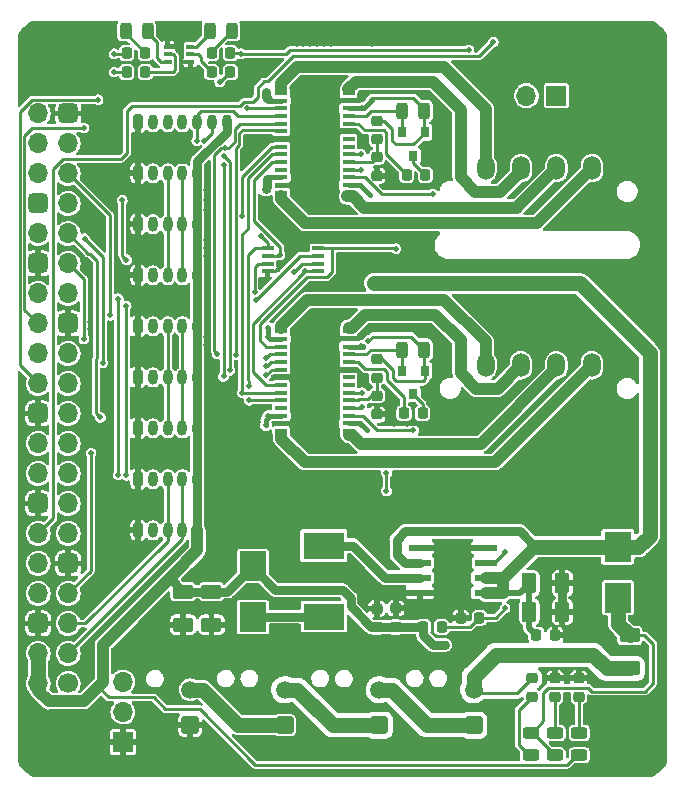
<source format=gtl>
G04 #@! TF.GenerationSoftware,KiCad,Pcbnew,6.0.5-a6ca702e91~116~ubuntu20.04.1*
G04 #@! TF.CreationDate,2022-05-10T22:13:07+02:00*
G04 #@! TF.ProjectId,rysboard,72797362-6f61-4726-942e-6b696361645f,4.2*
G04 #@! TF.SameCoordinates,Original*
G04 #@! TF.FileFunction,Copper,L1,Top*
G04 #@! TF.FilePolarity,Positive*
%FSLAX46Y46*%
G04 Gerber Fmt 4.6, Leading zero omitted, Abs format (unit mm)*
G04 Created by KiCad (PCBNEW 6.0.5-a6ca702e91~116~ubuntu20.04.1) date 2022-05-10 22:13:07*
%MOMM*%
%LPD*%
G01*
G04 APERTURE LIST*
G04 Aperture macros list*
%AMRoundRect*
0 Rectangle with rounded corners*
0 $1 Rounding radius*
0 $2 $3 $4 $5 $6 $7 $8 $9 X,Y pos of 4 corners*
0 Add a 4 corners polygon primitive as box body*
4,1,4,$2,$3,$4,$5,$6,$7,$8,$9,$2,$3,0*
0 Add four circle primitives for the rounded corners*
1,1,$1+$1,$2,$3*
1,1,$1+$1,$4,$5*
1,1,$1+$1,$6,$7*
1,1,$1+$1,$8,$9*
0 Add four rect primitives between the rounded corners*
20,1,$1+$1,$2,$3,$4,$5,0*
20,1,$1+$1,$4,$5,$6,$7,0*
20,1,$1+$1,$6,$7,$8,$9,0*
20,1,$1+$1,$8,$9,$2,$3,0*%
G04 Aperture macros list end*
G04 #@! TA.AperFunction,SMDPad,CuDef*
%ADD10RoundRect,0.243750X0.243750X0.456250X-0.243750X0.456250X-0.243750X-0.456250X0.243750X-0.456250X0*%
G04 #@! TD*
G04 #@! TA.AperFunction,SMDPad,CuDef*
%ADD11RoundRect,0.250000X-0.375000X-0.625000X0.375000X-0.625000X0.375000X0.625000X-0.375000X0.625000X0*%
G04 #@! TD*
G04 #@! TA.AperFunction,SMDPad,CuDef*
%ADD12RoundRect,0.218750X-0.218750X-0.256250X0.218750X-0.256250X0.218750X0.256250X-0.218750X0.256250X0*%
G04 #@! TD*
G04 #@! TA.AperFunction,SMDPad,CuDef*
%ADD13RoundRect,0.218750X0.256250X-0.218750X0.256250X0.218750X-0.256250X0.218750X-0.256250X-0.218750X0*%
G04 #@! TD*
G04 #@! TA.AperFunction,SMDPad,CuDef*
%ADD14RoundRect,0.218750X-0.256250X0.218750X-0.256250X-0.218750X0.256250X-0.218750X0.256250X0.218750X0*%
G04 #@! TD*
G04 #@! TA.AperFunction,SMDPad,CuDef*
%ADD15RoundRect,0.218750X0.218750X0.256250X-0.218750X0.256250X-0.218750X-0.256250X0.218750X-0.256250X0*%
G04 #@! TD*
G04 #@! TA.AperFunction,ComponentPad*
%ADD16R,1.700000X1.700000*%
G04 #@! TD*
G04 #@! TA.AperFunction,ComponentPad*
%ADD17O,1.700000X1.700000*%
G04 #@! TD*
G04 #@! TA.AperFunction,ComponentPad*
%ADD18RoundRect,0.250001X0.499999X0.499999X-0.499999X0.499999X-0.499999X-0.499999X0.499999X-0.499999X0*%
G04 #@! TD*
G04 #@! TA.AperFunction,ComponentPad*
%ADD19C,1.500000*%
G04 #@! TD*
G04 #@! TA.AperFunction,SMDPad,CuDef*
%ADD20R,1.100000X0.400000*%
G04 #@! TD*
G04 #@! TA.AperFunction,ComponentPad*
%ADD21C,0.600000*%
G04 #@! TD*
G04 #@! TA.AperFunction,SMDPad,CuDef*
%ADD22R,3.400000X9.500000*%
G04 #@! TD*
G04 #@! TA.AperFunction,SMDPad,CuDef*
%ADD23RoundRect,0.243750X-0.456250X0.243750X-0.456250X-0.243750X0.456250X-0.243750X0.456250X0.243750X0*%
G04 #@! TD*
G04 #@! TA.AperFunction,SMDPad,CuDef*
%ADD24R,2.300000X2.500000*%
G04 #@! TD*
G04 #@! TA.AperFunction,SMDPad,CuDef*
%ADD25RoundRect,0.250000X-0.625000X0.375000X-0.625000X-0.375000X0.625000X-0.375000X0.625000X0.375000X0*%
G04 #@! TD*
G04 #@! TA.AperFunction,SMDPad,CuDef*
%ADD26R,1.910000X0.610000*%
G04 #@! TD*
G04 #@! TA.AperFunction,SMDPad,CuDef*
%ADD27R,1.205000X1.550000*%
G04 #@! TD*
G04 #@! TA.AperFunction,SMDPad,CuDef*
%ADD28R,0.800000X0.900000*%
G04 #@! TD*
G04 #@! TA.AperFunction,ComponentPad*
%ADD29RoundRect,0.200000X-0.200000X-0.450000X0.200000X-0.450000X0.200000X0.450000X-0.200000X0.450000X0*%
G04 #@! TD*
G04 #@! TA.AperFunction,ComponentPad*
%ADD30O,0.800000X1.300000*%
G04 #@! TD*
G04 #@! TA.AperFunction,ComponentPad*
%ADD31O,1.500000X2.020000*%
G04 #@! TD*
G04 #@! TA.AperFunction,SMDPad,CuDef*
%ADD32RoundRect,0.243750X-0.243750X-0.456250X0.243750X-0.456250X0.243750X0.456250X-0.243750X0.456250X0*%
G04 #@! TD*
G04 #@! TA.AperFunction,ComponentPad*
%ADD33C,5.400000*%
G04 #@! TD*
G04 #@! TA.AperFunction,SMDPad,CuDef*
%ADD34R,0.650000X0.400000*%
G04 #@! TD*
G04 #@! TA.AperFunction,SMDPad,CuDef*
%ADD35R,3.500000X2.300000*%
G04 #@! TD*
G04 #@! TA.AperFunction,ComponentPad*
%ADD36C,1.700000*%
G04 #@! TD*
G04 #@! TA.AperFunction,ComponentPad*
%ADD37RoundRect,0.425000X-0.425000X-0.425000X0.425000X-0.425000X0.425000X0.425000X-0.425000X0.425000X0*%
G04 #@! TD*
G04 #@! TA.AperFunction,ViaPad*
%ADD38C,0.500000*%
G04 #@! TD*
G04 #@! TA.AperFunction,ViaPad*
%ADD39C,1.000000*%
G04 #@! TD*
G04 #@! TA.AperFunction,ViaPad*
%ADD40C,0.750000*%
G04 #@! TD*
G04 #@! TA.AperFunction,Conductor*
%ADD41C,0.250000*%
G04 #@! TD*
G04 #@! TA.AperFunction,Conductor*
%ADD42C,0.750000*%
G04 #@! TD*
G04 #@! TA.AperFunction,Conductor*
%ADD43C,0.500000*%
G04 #@! TD*
G04 #@! TA.AperFunction,Conductor*
%ADD44C,0.400000*%
G04 #@! TD*
G04 #@! TA.AperFunction,Conductor*
%ADD45C,1.250000*%
G04 #@! TD*
G04 #@! TA.AperFunction,Conductor*
%ADD46C,1.000000*%
G04 #@! TD*
G04 APERTURE END LIST*
D10*
X110200000Y-94000000D03*
X108325000Y-94000000D03*
X110200000Y-73800000D03*
X108325000Y-73800000D03*
D11*
X119100000Y-113800000D03*
X121900000Y-113800000D03*
X119100000Y-116200000D03*
X121900000Y-116200000D03*
D12*
X119712500Y-118200000D03*
X121287500Y-118200000D03*
D13*
X106200000Y-117500000D03*
X106200000Y-115925000D03*
X107800000Y-117487500D03*
X107800000Y-115912500D03*
D14*
X106200000Y-77700000D03*
X106200000Y-79275000D03*
D15*
X111700000Y-117500000D03*
X110125000Y-117500000D03*
X114875000Y-116700000D03*
X113300000Y-116700000D03*
D16*
X84700000Y-127230000D03*
D17*
X84700000Y-124690000D03*
X84700000Y-122150000D03*
D18*
X106400000Y-125800000D03*
D19*
X106400000Y-122800000D03*
D13*
X123300000Y-123400000D03*
X123300000Y-121825000D03*
D20*
X103800000Y-100900000D03*
X103800000Y-100250000D03*
X103800000Y-99600000D03*
X103800000Y-98950000D03*
X103800000Y-98300000D03*
X103800000Y-97650000D03*
X103800000Y-97000000D03*
X103800000Y-96350000D03*
X103800000Y-95700000D03*
X103800000Y-95050000D03*
X103800000Y-94400000D03*
X103800000Y-93750000D03*
X103800000Y-93100000D03*
X103800000Y-92450000D03*
X98100000Y-92450000D03*
X98100000Y-93100000D03*
X98100000Y-93750000D03*
X98100000Y-94400000D03*
X98100000Y-95050000D03*
X98100000Y-95700000D03*
X98100000Y-96350000D03*
X98100000Y-97000000D03*
X98100000Y-97650000D03*
X98100000Y-98300000D03*
X98100000Y-98950000D03*
X98100000Y-99600000D03*
X98100000Y-100250000D03*
X98100000Y-100900000D03*
D21*
X100950000Y-95785000D03*
D22*
X100950000Y-96675000D03*
D21*
X102250000Y-101125000D03*
X100950000Y-92225000D03*
X102250000Y-94005000D03*
X100950000Y-99345000D03*
X100950000Y-94005000D03*
X99650000Y-99345000D03*
X102250000Y-99345000D03*
X99650000Y-101125000D03*
X100950000Y-101125000D03*
X99650000Y-92225000D03*
X102250000Y-92225000D03*
X100950000Y-97565000D03*
X102250000Y-95785000D03*
X99650000Y-97565000D03*
X102250000Y-97565000D03*
X99650000Y-94005000D03*
X99650000Y-95785000D03*
D18*
X90400000Y-125800000D03*
D19*
X90400000Y-122800000D03*
D23*
X119240000Y-126470000D03*
X119240000Y-128345000D03*
X121300000Y-126462500D03*
X121300000Y-128337500D03*
X123350000Y-126460000D03*
X123350000Y-128335000D03*
D13*
X119300000Y-123400000D03*
X119300000Y-121825000D03*
D24*
X126600000Y-110700000D03*
X126600000Y-115000000D03*
D25*
X127600000Y-118200000D03*
X127600000Y-121000000D03*
D20*
X103800000Y-80725000D03*
X103800000Y-80075000D03*
X103800000Y-79425000D03*
X103800000Y-78775000D03*
X103800000Y-78125000D03*
X103800000Y-77475000D03*
X103800000Y-76825000D03*
X103800000Y-76175000D03*
X103800000Y-75525000D03*
X103800000Y-74875000D03*
X103800000Y-74225000D03*
X103800000Y-73575000D03*
X103800000Y-72925000D03*
X103800000Y-72275000D03*
X98100000Y-72275000D03*
X98100000Y-72925000D03*
X98100000Y-73575000D03*
X98100000Y-74225000D03*
X98100000Y-74875000D03*
X98100000Y-75525000D03*
X98100000Y-76175000D03*
X98100000Y-76825000D03*
X98100000Y-77475000D03*
X98100000Y-78125000D03*
X98100000Y-78775000D03*
X98100000Y-79425000D03*
X98100000Y-80075000D03*
X98100000Y-80725000D03*
D22*
X100950000Y-76500000D03*
D21*
X99650000Y-75610000D03*
X100950000Y-75610000D03*
X102250000Y-80950000D03*
X99650000Y-72050000D03*
X102250000Y-72050000D03*
X102250000Y-79170000D03*
X100950000Y-77390000D03*
X99650000Y-73830000D03*
X99650000Y-79170000D03*
X99650000Y-77390000D03*
X100950000Y-73830000D03*
X100950000Y-79170000D03*
X102250000Y-75610000D03*
X100950000Y-72050000D03*
X99650000Y-80950000D03*
X100950000Y-80950000D03*
X102250000Y-73830000D03*
X102250000Y-77390000D03*
D26*
X115404000Y-114583000D03*
X115404000Y-113313000D03*
X115404000Y-112043000D03*
X115404000Y-110773000D03*
X109844000Y-110773000D03*
X109844000Y-112043000D03*
X109844000Y-113313000D03*
X109844000Y-114583000D03*
D27*
X113226500Y-111903000D03*
X113226500Y-113453000D03*
X112021500Y-111903000D03*
X112021500Y-113453000D03*
D13*
X121300000Y-123400000D03*
X121300000Y-121825000D03*
D28*
X110250000Y-75600000D03*
X108350000Y-75600000D03*
X109300000Y-77600000D03*
D14*
X106200000Y-74612500D03*
X106200000Y-76187500D03*
D15*
X110300000Y-79200000D03*
X108725000Y-79200000D03*
D29*
X85992000Y-96354000D03*
D30*
X87242000Y-96354000D03*
X88492000Y-96354000D03*
X89742000Y-96354000D03*
X90992000Y-96354000D03*
D29*
X85992000Y-92036000D03*
D30*
X87242000Y-92036000D03*
X88492000Y-92036000D03*
X89742000Y-92036000D03*
X90992000Y-92036000D03*
D29*
X85992000Y-87718000D03*
D30*
X87242000Y-87718000D03*
X88492000Y-87718000D03*
X89742000Y-87718000D03*
X90992000Y-87718000D03*
D29*
X85992000Y-104990000D03*
D30*
X87242000Y-104990000D03*
X88492000Y-104990000D03*
X89742000Y-104990000D03*
X90992000Y-104990000D03*
D29*
X85992000Y-83400000D03*
D30*
X87242000Y-83400000D03*
X88492000Y-83400000D03*
X89742000Y-83400000D03*
X90992000Y-83400000D03*
D29*
X85992000Y-79082000D03*
D30*
X87242000Y-79082000D03*
X88492000Y-79082000D03*
X89742000Y-79082000D03*
X90992000Y-79082000D03*
D31*
X124400000Y-78640000D03*
X121400000Y-78640000D03*
X118400000Y-78640000D03*
X115400000Y-78640000D03*
X124400000Y-95325000D03*
X121400000Y-95325000D03*
X118400000Y-95325000D03*
X115400000Y-95325000D03*
D28*
X110250000Y-95800000D03*
X108350000Y-95800000D03*
X109300000Y-97800000D03*
D14*
X106200000Y-94812500D03*
X106200000Y-96387500D03*
X106200000Y-97912500D03*
X106200000Y-99487500D03*
D15*
X110075000Y-99400000D03*
X108500000Y-99400000D03*
D10*
X86800000Y-67000000D03*
X84925000Y-67000000D03*
D32*
X92062500Y-67000000D03*
X93937500Y-67000000D03*
D15*
X93800000Y-68900000D03*
X92225000Y-68900000D03*
D12*
X92225000Y-70500000D03*
X93800000Y-70500000D03*
D15*
X86587500Y-70500000D03*
X85012500Y-70500000D03*
D18*
X114400000Y-125800000D03*
D19*
X114400000Y-122800000D03*
D33*
X78800000Y-127150000D03*
X78800000Y-69150000D03*
X127800000Y-69150000D03*
X127800000Y-127150000D03*
D29*
X85992000Y-109308000D03*
D30*
X87242000Y-109308000D03*
X88492000Y-109308000D03*
X89742000Y-109308000D03*
X90992000Y-109308000D03*
D15*
X86587500Y-68900000D03*
X85012500Y-68900000D03*
D29*
X85992000Y-100672000D03*
D30*
X87242000Y-100672000D03*
X88492000Y-100672000D03*
X89742000Y-100672000D03*
X90992000Y-100672000D03*
D18*
X98400000Y-125800000D03*
D19*
X98400000Y-122800000D03*
D29*
X85992000Y-74764000D03*
D30*
X87242000Y-74764000D03*
X88492000Y-74764000D03*
X89742000Y-74764000D03*
X90992000Y-74764000D03*
X92242000Y-74764000D03*
X93492000Y-74764000D03*
D34*
X88500000Y-68350000D03*
X88500000Y-69000000D03*
X88500000Y-69650000D03*
X90400000Y-69650000D03*
X90400000Y-69000000D03*
X90400000Y-68350000D03*
D16*
X121400000Y-72500000D03*
D17*
X118860000Y-72500000D03*
D20*
X96950000Y-85425000D03*
X96950000Y-86075000D03*
X96950000Y-86725000D03*
X96950000Y-87375000D03*
X101250000Y-87375000D03*
X101250000Y-86725000D03*
X101250000Y-86075000D03*
X101250000Y-85425000D03*
D35*
X101700000Y-110600000D03*
X101700000Y-116600000D03*
D25*
X89800000Y-114500000D03*
X89800000Y-117300000D03*
D24*
X95700000Y-112350000D03*
X95700000Y-116650000D03*
D25*
X92200000Y-114500000D03*
X92200000Y-117300000D03*
D36*
X80064500Y-122271100D03*
D17*
X77524500Y-122271100D03*
X80064500Y-119731100D03*
X77524500Y-119731100D03*
X80064500Y-117191100D03*
D37*
X77524500Y-117191100D03*
D17*
X80064500Y-114651100D03*
X77524500Y-114651100D03*
D37*
X80064500Y-112111100D03*
D17*
X77524500Y-112111100D03*
X80064500Y-109571100D03*
X77524500Y-109571100D03*
X80064500Y-107031100D03*
D37*
X77524500Y-107031100D03*
D17*
X80064500Y-104491100D03*
X77524500Y-104491100D03*
X80064500Y-101951100D03*
X77524500Y-101951100D03*
X80064500Y-99411100D03*
D37*
X77524500Y-99411100D03*
D17*
X80064500Y-96871100D03*
X77524500Y-96871100D03*
X80064500Y-94331100D03*
X77524500Y-94331100D03*
D37*
X80064500Y-91791100D03*
D17*
X77524500Y-91791100D03*
X80064500Y-89251100D03*
X77524500Y-89251100D03*
X80064500Y-86711100D03*
D37*
X77524500Y-86711100D03*
D17*
X80064500Y-84171100D03*
X77524500Y-84171100D03*
X80064500Y-81631100D03*
D37*
X77524500Y-81631100D03*
D17*
X80064500Y-79091100D03*
X77524500Y-79091100D03*
X80064500Y-76551100D03*
X77524500Y-76551100D03*
D37*
X80064500Y-74011100D03*
D17*
X77524500Y-74011100D03*
D38*
X112021500Y-111903000D03*
X113226500Y-111903000D03*
X113200000Y-113500000D03*
X112000000Y-113500000D03*
X117300000Y-66850000D03*
X115100000Y-66850000D03*
X116200000Y-66850000D03*
X112900000Y-66850000D03*
X114000000Y-66850000D03*
X82200000Y-74250000D03*
X89700000Y-76850000D03*
X83300000Y-74250000D03*
X123900000Y-66850000D03*
X125600000Y-105800000D03*
X92900000Y-100650000D03*
X95900000Y-108300000D03*
X109600000Y-67850000D03*
X110700000Y-104720000D03*
X89100000Y-95150000D03*
X112900000Y-120000000D03*
X101750000Y-68100000D03*
X96700000Y-107500000D03*
X107300000Y-114600000D03*
X125600000Y-102400000D03*
X96500000Y-82500000D03*
X101100000Y-105350000D03*
X124500000Y-108200000D03*
X98300000Y-109100000D03*
X94300000Y-109100000D03*
X99500000Y-84750000D03*
X87850000Y-86650000D03*
X107650002Y-100300000D03*
X106450000Y-84550000D03*
X123900000Y-68750000D03*
X84050000Y-113250000D03*
X106700000Y-108600000D03*
X128700000Y-82150000D03*
X95600000Y-100650000D03*
X107400000Y-109300000D03*
X117500000Y-90250000D03*
X118400000Y-66850000D03*
X112530000Y-99780000D03*
X100550000Y-67500000D03*
X107400000Y-66850000D03*
X122270000Y-125280000D03*
X98900000Y-115500000D03*
X99100000Y-107500000D03*
X125600000Y-101200000D03*
X114000000Y-67850000D03*
X108300000Y-114600000D03*
X95850000Y-77100000D03*
X83550000Y-100800000D03*
X111680000Y-100630000D03*
X96374500Y-88410000D03*
X81800000Y-79000000D03*
X90050000Y-70500000D03*
X107900000Y-87100000D03*
X108025000Y-80225000D03*
X95350000Y-76750000D03*
X107400000Y-107900000D03*
X115100000Y-67850000D03*
X95900000Y-107500000D03*
X100400000Y-120650000D03*
X90500000Y-120450000D03*
X125600000Y-108200000D03*
X108550000Y-87100000D03*
X95900000Y-109100000D03*
X114400000Y-127950000D03*
X107250000Y-87100000D03*
X106700000Y-107900000D03*
X111800000Y-67850000D03*
X109700000Y-84850000D03*
X95600000Y-102650000D03*
X111800000Y-66850000D03*
X129400000Y-114950000D03*
X115300000Y-91250000D03*
X119500000Y-66850000D03*
X123400000Y-107000000D03*
X95350000Y-77350000D03*
X86000000Y-107250000D03*
X122800000Y-66850000D03*
X81600000Y-96000000D03*
X107400000Y-108600000D03*
X108500000Y-67850000D03*
X121700000Y-66850000D03*
X122800000Y-118200000D03*
X98400000Y-128050000D03*
X105300000Y-128050000D03*
X102350000Y-67500000D03*
X82650000Y-82900000D03*
X115500000Y-127950000D03*
X105800000Y-67500000D03*
X108975000Y-80225000D03*
X111800000Y-76125000D03*
X112900000Y-67850000D03*
X105750000Y-84550000D03*
X113430000Y-99780000D03*
X81650000Y-121700000D03*
X123400000Y-101200000D03*
X91900000Y-95600000D03*
X123400000Y-100000000D03*
X126500000Y-83250000D03*
X103650000Y-107550000D03*
X101050000Y-84750000D03*
X93400000Y-112000000D03*
X129800000Y-82150000D03*
X86900000Y-93700000D03*
X92900000Y-102650000D03*
X81650000Y-119300000D03*
X95900000Y-69700000D03*
X93800000Y-101650000D03*
X108550000Y-92200000D03*
X91750000Y-80450000D03*
X125600000Y-107000000D03*
X86050000Y-93700000D03*
X90950000Y-70500000D03*
X99100000Y-108300000D03*
X83600000Y-92150000D03*
X111680000Y-99780000D03*
X82600000Y-77150000D03*
X95100000Y-108300000D03*
X123900000Y-69700000D03*
X95350000Y-76050000D03*
X100200000Y-88800000D03*
X106550000Y-92200000D03*
X94700000Y-100650000D03*
X88200000Y-120450000D03*
X97100000Y-70300000D03*
X100000000Y-105350000D03*
X114860000Y-107220000D03*
X82750000Y-79000000D03*
X120800000Y-90250000D03*
X113300000Y-127950000D03*
X107700000Y-119850000D03*
X112700000Y-118200000D03*
X81650000Y-120100000D03*
X102450000Y-84350000D03*
X91750000Y-85400000D03*
X87100000Y-107250000D03*
X93800000Y-99800000D03*
X129400000Y-116050000D03*
X91750000Y-86100000D03*
X120600000Y-66850000D03*
X95600000Y-101650000D03*
X95900000Y-70300000D03*
X109600000Y-66850000D03*
X94900000Y-78300000D03*
X127600000Y-83250000D03*
X96700000Y-108300000D03*
X99950000Y-67500000D03*
X87750000Y-95050000D03*
X101150000Y-68100000D03*
X100600000Y-84350000D03*
X82700000Y-84800000D03*
X113430000Y-100630000D03*
X94700000Y-99800000D03*
X123900000Y-67800000D03*
X93800000Y-97550000D03*
X81650000Y-120900000D03*
X114000000Y-120000000D03*
X90450000Y-67050000D03*
X83350000Y-96000000D03*
X83500000Y-77150000D03*
X100100000Y-85450000D03*
X81800000Y-79750000D03*
X127600000Y-82150000D03*
X97300000Y-128050000D03*
X108750000Y-100275000D03*
X87750000Y-93650000D03*
X125600000Y-100000000D03*
X81900000Y-115100000D03*
X99500000Y-84100000D03*
X109250000Y-92200000D03*
X105070000Y-72520000D03*
X96700000Y-109100000D03*
X117500000Y-91250000D03*
X105650000Y-92200000D03*
X88500000Y-67050000D03*
X91750000Y-81300000D03*
X124500000Y-102400000D03*
X97350000Y-82200000D03*
X124000000Y-114500000D03*
X124500000Y-107000000D03*
X91000000Y-72450000D03*
X122270000Y-121810000D03*
X99400000Y-68100000D03*
X81650000Y-86450000D03*
X88600000Y-76850000D03*
X82100000Y-84200000D03*
X102200000Y-105350000D03*
X101550000Y-84350000D03*
X98200000Y-120650000D03*
X97500000Y-107500000D03*
X92900000Y-101650000D03*
X82800000Y-100800000D03*
X118600000Y-91250000D03*
X101150000Y-67500000D03*
X108400000Y-84850000D03*
X96450000Y-81400000D03*
X105800000Y-68100000D03*
X81450000Y-98900000D03*
X98300000Y-108300000D03*
X93800000Y-102650000D03*
X91600000Y-120450000D03*
X106700000Y-109300000D03*
X111800000Y-77850000D03*
X125400000Y-82150000D03*
X82750000Y-79750000D03*
X114280000Y-100630000D03*
X83350000Y-96850000D03*
X99100000Y-112100000D03*
X92100000Y-72450000D03*
X123400000Y-102400000D03*
X95800000Y-114800000D03*
X109050000Y-84850000D03*
X129400000Y-113850000D03*
X123400000Y-105800000D03*
X84400000Y-77150000D03*
X123400000Y-108200000D03*
X96500000Y-70300000D03*
X111800000Y-74275000D03*
X87850000Y-86050000D03*
X101750000Y-67500000D03*
X104600000Y-109300000D03*
X99400000Y-67500000D03*
X123500000Y-118200000D03*
X91750000Y-92900000D03*
X119700000Y-90250000D03*
X97500000Y-108300000D03*
X111800000Y-75550000D03*
X106000000Y-109300000D03*
X128700000Y-83250000D03*
X95900000Y-70900000D03*
X124500000Y-100000000D03*
X96300000Y-76100000D03*
X100550000Y-68100000D03*
X81650000Y-87150000D03*
X107400000Y-67850000D03*
X96300000Y-76700000D03*
X95100000Y-109100000D03*
X94300000Y-107500000D03*
X129800000Y-83250000D03*
X124500000Y-101200000D03*
X124200000Y-118200000D03*
X125300000Y-122250000D03*
X91750000Y-82150000D03*
X99100000Y-109100000D03*
X97000000Y-76200000D03*
X115300000Y-90250000D03*
X106000000Y-108600000D03*
X99300000Y-120650000D03*
X91750000Y-93650000D03*
X81500000Y-115650000D03*
X94700000Y-101650000D03*
X95750000Y-66550000D03*
X116400000Y-90250000D03*
X118600000Y-90250000D03*
X91750000Y-84700000D03*
X93800000Y-100650000D03*
X119700000Y-91250000D03*
X126500000Y-82150000D03*
X112530000Y-100630000D03*
X96750000Y-81950000D03*
X95100000Y-107500000D03*
X96000000Y-68350000D03*
X117010000Y-104680000D03*
X81950000Y-92300000D03*
X102000000Y-84750000D03*
X111800000Y-74900000D03*
X106600000Y-119850000D03*
X95600000Y-99800000D03*
X108500000Y-66850000D03*
X87700000Y-72450000D03*
X98300000Y-107500000D03*
X124300000Y-83250000D03*
X89900000Y-72450000D03*
X106400000Y-128050000D03*
X84050000Y-112250000D03*
X81600000Y-96900000D03*
X84450000Y-74250000D03*
X92900000Y-99800000D03*
X88800000Y-72450000D03*
X110900000Y-116700000D03*
X95350000Y-77900000D03*
X82000000Y-100800000D03*
X117010000Y-108240000D03*
X120800000Y-91250000D03*
X107500000Y-128050000D03*
X99500000Y-85450000D03*
X82700000Y-104600000D03*
X102350000Y-68100000D03*
X89400000Y-120450000D03*
X110700000Y-67850000D03*
X110700000Y-66850000D03*
X124000000Y-113400000D03*
X94300000Y-108300000D03*
X82700000Y-105250000D03*
X100100000Y-84750000D03*
X124500000Y-105800000D03*
X125400000Y-83250000D03*
X107775000Y-98225000D03*
X95800000Y-76400000D03*
X82350000Y-114600000D03*
X87100000Y-120450000D03*
X105800000Y-104600000D03*
X105300000Y-109300000D03*
X95000000Y-66550000D03*
X108800000Y-119850000D03*
X89500000Y-67050000D03*
X114280000Y-99780000D03*
X97500000Y-109100000D03*
X94700000Y-102650000D03*
X91900000Y-94950000D03*
X93200000Y-98150000D03*
X102950000Y-107550000D03*
X82200000Y-82450000D03*
X81750000Y-82000000D03*
X99500000Y-128050000D03*
X124300000Y-82150000D03*
X84050000Y-111300000D03*
X124000000Y-115600000D03*
X99950000Y-68100000D03*
X116400000Y-91250000D03*
X84050000Y-120750000D03*
X84900000Y-107250000D03*
X81950000Y-91650000D03*
X111800000Y-76700000D03*
X111800000Y-77275000D03*
X89100000Y-93650000D03*
X87500000Y-76850000D03*
X95200000Y-73550000D03*
X107800000Y-85450000D03*
X104850000Y-77450000D03*
X107012510Y-104437490D03*
X107012510Y-105962510D03*
X104850000Y-78800000D03*
X104950000Y-97650000D03*
X104931585Y-98897054D03*
X97000000Y-99650000D03*
X105100000Y-80400000D03*
X96850000Y-72150000D03*
X104949999Y-73550001D03*
X96800000Y-100400000D03*
X96987500Y-72762500D03*
D39*
X107150000Y-88400000D03*
D38*
X96950000Y-92150000D03*
D39*
X106100000Y-88400000D03*
D38*
X105325000Y-100825000D03*
X97000000Y-92950000D03*
X105492500Y-93302500D03*
X104875000Y-100375000D03*
D39*
X108200000Y-88400000D03*
D38*
X105625000Y-80925000D03*
D39*
X109250000Y-88400000D03*
D38*
X96800067Y-80400000D03*
X97012500Y-79562500D03*
X104889998Y-93730002D03*
X105788407Y-72888407D03*
X94674990Y-68945932D03*
D40*
X112000000Y-119000000D03*
D38*
X114000000Y-68649990D03*
X83950000Y-68950000D03*
X84650000Y-81350000D03*
X85000000Y-86400002D03*
X83000011Y-95100000D03*
X81450000Y-84600000D03*
X83600000Y-91100000D03*
X82800000Y-99750009D03*
X81400000Y-93100000D03*
X81400000Y-75249994D03*
X94800000Y-97650000D03*
X96823226Y-95430748D03*
X92700004Y-94350000D03*
X93350000Y-76950000D03*
X82600000Y-72850000D03*
X93221896Y-96278727D03*
X90950062Y-76309805D03*
X93221896Y-78400000D03*
X93746906Y-95750000D03*
X93250000Y-77600000D03*
X91600000Y-76300000D03*
X96800000Y-96150000D03*
X92899978Y-71350000D03*
X83950000Y-70500000D03*
X110950000Y-80849994D03*
X109300010Y-100825000D03*
X82000000Y-102750000D03*
X94274990Y-94450000D03*
X96813061Y-94723577D03*
X95850000Y-89150000D03*
X84300000Y-89700006D03*
X84296738Y-104596384D03*
X95950000Y-89820000D03*
X84983538Y-90324752D03*
X84999998Y-104650000D03*
X100121270Y-87366141D03*
X99200000Y-87400000D03*
X94774990Y-82712510D03*
X95400000Y-97050000D03*
X96350000Y-84400000D03*
X95400000Y-98300000D03*
X98000000Y-85974990D03*
X116050000Y-67950000D03*
X117050000Y-111150000D03*
X117056009Y-115910000D03*
D41*
X111800000Y-74275000D02*
X111800000Y-74900000D01*
X111800000Y-74900000D02*
X111800000Y-75550000D01*
X111800000Y-75550000D02*
X111800000Y-76125000D01*
X111800000Y-76125000D02*
X111800000Y-76700000D01*
X111800000Y-76700000D02*
X111800000Y-77275000D01*
X111800000Y-77275000D02*
X111800000Y-77850000D01*
X99875000Y-80075000D02*
X99900000Y-80100000D01*
X112021500Y-113478500D02*
X112000000Y-113500000D01*
X112021500Y-113453000D02*
X112021500Y-113478500D01*
X113226500Y-113453000D02*
X113226500Y-113473500D01*
X113226500Y-113473500D02*
X113200000Y-113500000D01*
X112021500Y-113610500D02*
X112000000Y-113500000D01*
X108550000Y-92200000D02*
X109250000Y-92200000D01*
X109250000Y-92200000D02*
X110000000Y-92200000D01*
X106550000Y-92200000D02*
X108550000Y-92200000D01*
X105650000Y-92200000D02*
X106550000Y-92200000D01*
X105070000Y-72520000D02*
X105400011Y-72189989D01*
X125300000Y-122250000D02*
X128600000Y-122250000D01*
X122800000Y-118200000D02*
X121725000Y-118200000D01*
X123500000Y-118200000D02*
X122800000Y-118200000D01*
X124200000Y-118200000D02*
X123500000Y-118200000D01*
X108025000Y-80225000D02*
X108621447Y-80225000D01*
X97599022Y-87375000D02*
X99500000Y-85474022D01*
D42*
X121900000Y-116200000D02*
X121900000Y-113800000D01*
D41*
X110348284Y-100300000D02*
X108003555Y-100300000D01*
X108621447Y-80225000D02*
X108975000Y-80225000D01*
X124476361Y-118200000D02*
X124200000Y-118200000D01*
X96374500Y-88410000D02*
X96950000Y-87834500D01*
X111800000Y-73600000D02*
X111800000Y-73921447D01*
D43*
X101925000Y-75525000D02*
X100950000Y-76500000D01*
X100275000Y-80075000D02*
X100400000Y-80200000D01*
D41*
X105400011Y-72189989D02*
X110389989Y-72189989D01*
X108003555Y-100300000D02*
X107650002Y-100300000D01*
X109224999Y-79975001D02*
X108975000Y-80225000D01*
X125626361Y-119350000D02*
X124476361Y-118200000D01*
X121300000Y-121825000D02*
X123300000Y-121825000D01*
X105500000Y-92200000D02*
X105650000Y-92200000D01*
X107650000Y-100299998D02*
X107650002Y-100300000D01*
X111100000Y-99548284D02*
X110348284Y-100300000D01*
X106200000Y-99487500D02*
X107337500Y-99487500D01*
X96950000Y-87375000D02*
X97599022Y-87375000D01*
X128300000Y-119350000D02*
X125626361Y-119350000D01*
X113300000Y-116700000D02*
X113300000Y-113526500D01*
X103800000Y-72925000D02*
X104665000Y-72925000D01*
X111101999Y-79975001D02*
X109224999Y-79975001D01*
X104665000Y-72925000D02*
X105070000Y-72520000D01*
X129100000Y-120150000D02*
X128300000Y-119350000D01*
X129100000Y-121750000D02*
X129100000Y-120150000D01*
X103800000Y-93100000D02*
X104600000Y-93100000D01*
X96950000Y-87834500D02*
X96950000Y-87375000D01*
X111100000Y-93300000D02*
X111100000Y-99548284D01*
X106200000Y-79275000D02*
X107075000Y-79275000D01*
X107337500Y-99487500D02*
X107650000Y-99800000D01*
X111800000Y-73921447D02*
X111800000Y-74275000D01*
X107650000Y-99800000D02*
X107650000Y-100299998D01*
X121725000Y-118200000D02*
X121287500Y-118200000D01*
X110000000Y-92200000D02*
X111100000Y-93300000D01*
X110389989Y-72189989D02*
X111800000Y-73600000D01*
X122285000Y-121825000D02*
X123300000Y-121825000D01*
X111800000Y-77850000D02*
X111800000Y-79277000D01*
X113300000Y-113526500D02*
X113226500Y-113453000D01*
X111800000Y-79277000D02*
X111101999Y-79975001D01*
D43*
X101925000Y-95700000D02*
X100950000Y-96675000D01*
D41*
X104600000Y-93100000D02*
X105500000Y-92200000D01*
X128600000Y-122250000D02*
X129100000Y-121750000D01*
X122270000Y-121810000D02*
X122285000Y-121825000D01*
X107075000Y-79275000D02*
X108025000Y-80225000D01*
X99500000Y-85474022D02*
X99500000Y-85450000D01*
X103800000Y-77475000D02*
X104825000Y-77475000D01*
X102400000Y-85450000D02*
X102375000Y-85425000D01*
X107775000Y-85425000D02*
X107800000Y-85450000D01*
X96850000Y-93750000D02*
X96324999Y-93224999D01*
X103800000Y-98950000D02*
X104878639Y-98950000D01*
X100324997Y-87850001D02*
X102020001Y-87850001D01*
X102020001Y-87850001D02*
X102400000Y-87470002D01*
X102400000Y-87470002D02*
X102400000Y-85450000D01*
X104825000Y-77475000D02*
X104850000Y-77450000D01*
X107012510Y-105962510D02*
X107012510Y-104437490D01*
X104878639Y-98950000D02*
X104931585Y-98897054D01*
X98100000Y-93750000D02*
X96850000Y-93750000D01*
X101250000Y-85425000D02*
X107775000Y-85425000D01*
X102375000Y-85425000D02*
X101250000Y-85425000D01*
X96324999Y-91849999D02*
X100324997Y-87850001D01*
X96324999Y-93224999D02*
X96324999Y-91849999D01*
X98100000Y-73575000D02*
X95225000Y-73575000D01*
X104825000Y-78775000D02*
X104850000Y-78800000D01*
X103800000Y-97650000D02*
X104950000Y-97650000D01*
X103800000Y-78775000D02*
X104825000Y-78775000D01*
X95225000Y-73575000D02*
X95200000Y-73550000D01*
X108350000Y-95800000D02*
X108350000Y-94025000D01*
X103800000Y-94400000D02*
X105297794Y-94400000D01*
X106702196Y-93999990D02*
X106702206Y-94000000D01*
X105697804Y-93999990D02*
X106702196Y-93999990D01*
X108350000Y-94025000D02*
X108325000Y-94000000D01*
X106702206Y-94000000D02*
X107837500Y-94000000D01*
X107837500Y-94000000D02*
X108325000Y-94000000D01*
X105297794Y-94400000D02*
X105697804Y-93999990D01*
D44*
X97000000Y-92950000D02*
X96950000Y-92900000D01*
D45*
X109000000Y-88400000D02*
X106000000Y-88400000D01*
X109100000Y-88400000D02*
X109000000Y-88400000D01*
X109250000Y-88400000D02*
X109100000Y-88400000D01*
X120000000Y-110700000D02*
X119600000Y-110700000D01*
D44*
X103800000Y-93750000D02*
X105046812Y-93750000D01*
X104750000Y-100250000D02*
X105350000Y-100850000D01*
D42*
X107900000Y-110100000D02*
X108600000Y-109400000D01*
D43*
X119100000Y-116200000D02*
X119100000Y-113800000D01*
D44*
X104889998Y-93730002D02*
X105066810Y-93730002D01*
D41*
X109300000Y-76600000D02*
X110250000Y-75650000D01*
D44*
X97150000Y-79425000D02*
X97012500Y-79562500D01*
D43*
X119100000Y-117587500D02*
X119712500Y-118200000D01*
D44*
X97012500Y-79562500D02*
X97012500Y-80187567D01*
D45*
X126600000Y-110700000D02*
X128350000Y-110700000D01*
D43*
X119100000Y-116200000D02*
X119100000Y-117587500D01*
D41*
X106675000Y-94812500D02*
X106200000Y-94812500D01*
X110070000Y-96680000D02*
X107837122Y-96680000D01*
X110200000Y-73800000D02*
X110200000Y-75550000D01*
X105900000Y-72690000D02*
X106140000Y-72690000D01*
D44*
X104750000Y-80075000D02*
X105625000Y-80950000D01*
D41*
X110200000Y-95750000D02*
X110250000Y-95800000D01*
X106140000Y-72690000D02*
X105986814Y-72690000D01*
D44*
X105101814Y-73575000D02*
X105788407Y-72888407D01*
D46*
X116917000Y-114583000D02*
X116917000Y-113383000D01*
D41*
X106812500Y-74612500D02*
X107500000Y-75300000D01*
X109290000Y-72690000D02*
X110200000Y-73600000D01*
D44*
X98100000Y-93100000D02*
X97150000Y-93100000D01*
D41*
X105885000Y-92910000D02*
X105492500Y-93302500D01*
D42*
X96924999Y-80275067D02*
X96924999Y-79562500D01*
D44*
X103800000Y-80075000D02*
X104750000Y-80075000D01*
D46*
X115404000Y-114583000D02*
X116917000Y-114583000D01*
D45*
X128350000Y-110700000D02*
X129300000Y-109750000D01*
D42*
X96800067Y-80400000D02*
X96800067Y-80399999D01*
D41*
X107500000Y-75300000D02*
X107500000Y-76300000D01*
D44*
X98100000Y-72925000D02*
X97150000Y-72925000D01*
X98100000Y-79425000D02*
X97150000Y-79425000D01*
D41*
X106200000Y-74612500D02*
X106812500Y-74612500D01*
X110200000Y-73600000D02*
X110200000Y-73800000D01*
X110250000Y-96500000D02*
X110070000Y-96680000D01*
D44*
X103800000Y-73575000D02*
X105101814Y-73575000D01*
D45*
X129300000Y-94300000D02*
X123400000Y-88400000D01*
X123400000Y-88400000D02*
X109250000Y-88400000D01*
D44*
X97150000Y-93100000D02*
X97000000Y-92950000D01*
D42*
X96800067Y-80399999D02*
X96924999Y-80275067D01*
D41*
X110200000Y-94000000D02*
X110200000Y-95750000D01*
D44*
X96950000Y-92900000D02*
X96950000Y-92150000D01*
D41*
X110200000Y-94000000D02*
X109110000Y-92910000D01*
X110250000Y-95800000D02*
X110250000Y-96500000D01*
D44*
X97012500Y-80187567D02*
X96800067Y-80400000D01*
D43*
X118317000Y-114583000D02*
X116917000Y-114583000D01*
D42*
X108543000Y-112043000D02*
X107900000Y-111400000D01*
D41*
X107500000Y-76300000D02*
X107800000Y-76600000D01*
X107560011Y-96402889D02*
X107560011Y-95697511D01*
X107837122Y-96680000D02*
X107560011Y-96402889D01*
D44*
X97150000Y-99600000D02*
X96800000Y-99950000D01*
D42*
X118300000Y-109400000D02*
X119600000Y-110700000D01*
D41*
X109110000Y-92910000D02*
X105885000Y-92910000D01*
D44*
X96800000Y-99950000D02*
X96800000Y-100400000D01*
D45*
X129300000Y-109750000D02*
X129300000Y-94300000D01*
D41*
X107560011Y-95697511D02*
X106675000Y-94812500D01*
D43*
X119100000Y-113800000D02*
X118317000Y-114583000D01*
D44*
X103800000Y-100250000D02*
X104750000Y-100250000D01*
D41*
X105986814Y-72690000D02*
X105788407Y-72888407D01*
D45*
X126600000Y-110700000D02*
X120000000Y-110700000D01*
D46*
X116987000Y-113313000D02*
X119600000Y-110700000D01*
D42*
X109844000Y-112043000D02*
X108543000Y-112043000D01*
X96850000Y-72150000D02*
X96850000Y-72625000D01*
D44*
X97150000Y-72925000D02*
X96987500Y-72762500D01*
D42*
X96850000Y-72625000D02*
X96987500Y-72762500D01*
D41*
X107800000Y-76600000D02*
X109300000Y-76600000D01*
D44*
X98100000Y-99600000D02*
X97150000Y-99600000D01*
D42*
X107900000Y-111400000D02*
X107900000Y-110100000D01*
D46*
X115404000Y-113313000D02*
X116987000Y-113313000D01*
D42*
X108600000Y-109400000D02*
X118300000Y-109400000D01*
D46*
X116917000Y-113383000D02*
X116987000Y-113313000D01*
D41*
X106140000Y-72690000D02*
X109290000Y-72690000D01*
X105210000Y-95660000D02*
X104600000Y-95050000D01*
X108500000Y-99400000D02*
X108500000Y-98050000D01*
X107060000Y-96610000D02*
X107060000Y-95924236D01*
X107060000Y-95924236D02*
X106795764Y-95660000D01*
X108500000Y-98050000D02*
X107060000Y-96610000D01*
X104600000Y-95050000D02*
X103800000Y-95050000D01*
X106795764Y-95660000D02*
X105210000Y-95660000D01*
X110075000Y-98575000D02*
X109300000Y-97800000D01*
X110075000Y-99400000D02*
X110075000Y-98575000D01*
X105710000Y-73780000D02*
X105265000Y-74225000D01*
X108325000Y-73800000D02*
X108305000Y-73780000D01*
X108350000Y-75600000D02*
X108350000Y-73825000D01*
X103800000Y-74225000D02*
X105265000Y-74225000D01*
X108305000Y-73780000D02*
X105710000Y-73780000D01*
X108350000Y-73825000D02*
X108325000Y-73800000D01*
X104600000Y-74875000D02*
X103800000Y-74875000D01*
X108725000Y-79200000D02*
X107000000Y-77475000D01*
X106775764Y-75440000D02*
X105165000Y-75440000D01*
X107000000Y-77475000D02*
X107000000Y-75664236D01*
X107000000Y-75664236D02*
X106775764Y-75440000D01*
X105165000Y-75440000D02*
X104600000Y-74875000D01*
X109300000Y-77600000D02*
X109300000Y-78200000D01*
X109300000Y-78200000D02*
X110300000Y-79200000D01*
D42*
X89800000Y-114500000D02*
X92200000Y-114500000D01*
X90992000Y-100672000D02*
X90992000Y-96354000D01*
D46*
X81378899Y-123771101D02*
X78421101Y-123771101D01*
D42*
X90974999Y-92053001D02*
X90992000Y-92036000D01*
X110125000Y-117500000D02*
X110125000Y-118205000D01*
X93550000Y-114500000D02*
X95700000Y-112350000D01*
D46*
X77524500Y-122874500D02*
X77524500Y-122271100D01*
D42*
X90974999Y-82522001D02*
X90974999Y-79099001D01*
X90992000Y-94039002D02*
X90974999Y-94022001D01*
D41*
X122300000Y-129150000D02*
X95900000Y-129150000D01*
D42*
X88900000Y-113100000D02*
X88900000Y-113600000D01*
D46*
X78421101Y-123771101D02*
X77524500Y-122874500D01*
D41*
X91200000Y-124450000D02*
X88300000Y-124450000D01*
X123112500Y-128337500D02*
X122300000Y-129150000D01*
D42*
X88900000Y-113600000D02*
X89800000Y-114500000D01*
X110920000Y-119000000D02*
X112000000Y-119000000D01*
X110125000Y-118205000D02*
X110920000Y-119000000D01*
X107800000Y-117487500D02*
X110112500Y-117487500D01*
X103975001Y-115029999D02*
X103295002Y-114350000D01*
X90974999Y-86300999D02*
X90974999Y-83417001D01*
D46*
X88900000Y-113100000D02*
X83000000Y-119000000D01*
D42*
X103295002Y-114350000D02*
X97600000Y-114350000D01*
X90992000Y-78063740D02*
X93492000Y-75563740D01*
X103975001Y-115750001D02*
X103975001Y-115029999D01*
D46*
X83000000Y-122150000D02*
X81378899Y-123771101D01*
D42*
X105725000Y-117500000D02*
X103975001Y-115750001D01*
D46*
X83000000Y-119000000D02*
X83000000Y-122150000D01*
D41*
X123300000Y-128337500D02*
X123112500Y-128337500D01*
D42*
X107787500Y-117500000D02*
X107800000Y-117487500D01*
X90974999Y-83417001D02*
X90992000Y-83400000D01*
X90974999Y-94022001D02*
X90974999Y-92053001D01*
X92200000Y-114500000D02*
X93550000Y-114500000D01*
X95700000Y-112450000D02*
X95700000Y-112350000D01*
D41*
X95900000Y-129150000D02*
X91200000Y-124450000D01*
D42*
X90992000Y-79082000D02*
X90992000Y-78063740D01*
X90992000Y-83400000D02*
X90992000Y-82539002D01*
D46*
X90992000Y-109308000D02*
X90992000Y-111008000D01*
D42*
X90992000Y-87718000D02*
X90992000Y-86318000D01*
D41*
X87300000Y-123450000D02*
X83500000Y-123450000D01*
D46*
X90992000Y-111008000D02*
X88900000Y-113100000D01*
D42*
X93492000Y-75563740D02*
X93492000Y-74764000D01*
X90992000Y-96354000D02*
X90992000Y-94039002D01*
D41*
X88300000Y-124450000D02*
X87300000Y-123450000D01*
X98550000Y-68950000D02*
X94679058Y-68950000D01*
D42*
X106200000Y-117500000D02*
X107787500Y-117500000D01*
D41*
X114000000Y-68649990D02*
X98850010Y-68649990D01*
D42*
X97600000Y-114350000D02*
X95700000Y-112450000D01*
X90974999Y-79099001D02*
X90992000Y-79082000D01*
X90992000Y-104990000D02*
X90992000Y-100672000D01*
D41*
X84962500Y-68950000D02*
X85012500Y-68900000D01*
X93800000Y-68900000D02*
X94629058Y-68900000D01*
D45*
X77524500Y-122271100D02*
X77524500Y-119731100D01*
D41*
X83950000Y-68950000D02*
X84962500Y-68950000D01*
D42*
X90992000Y-82539002D02*
X90974999Y-82522001D01*
D41*
X94629058Y-68900000D02*
X94674990Y-68945932D01*
D42*
X90992000Y-109308000D02*
X90992000Y-104990000D01*
D41*
X98850010Y-68649990D02*
X98550000Y-68950000D01*
X83500000Y-123450000D02*
X82600000Y-122550000D01*
D42*
X106200000Y-117500000D02*
X105725000Y-117500000D01*
X90992000Y-92036000D02*
X90992000Y-87718000D01*
D41*
X94679058Y-68950000D02*
X94674990Y-68945932D01*
D42*
X90992000Y-86318000D02*
X90974999Y-86300999D01*
X110112500Y-117487500D02*
X110125000Y-117500000D01*
D41*
X84925000Y-67237500D02*
X86587500Y-68900000D01*
X87600000Y-68000000D02*
X86800000Y-67200000D01*
X87600000Y-69325000D02*
X87600000Y-68000000D01*
X87925000Y-69650000D02*
X87600000Y-69325000D01*
X88500000Y-69650000D02*
X87925000Y-69650000D01*
X86800000Y-67200000D02*
X86800000Y-67000000D01*
X119087500Y-128337500D02*
X119300000Y-128337500D01*
X118200000Y-124500000D02*
X118200000Y-127450000D01*
X118200000Y-127450000D02*
X119087500Y-128337500D01*
X119300000Y-123400000D02*
X118200000Y-124500000D01*
X129600000Y-122250000D02*
X129600000Y-118950000D01*
X120300000Y-125462500D02*
X120300000Y-123050000D01*
X124100000Y-122650000D02*
X124400000Y-122950000D01*
X128900000Y-122950000D02*
X129600000Y-122250000D01*
X119425000Y-126462500D02*
X119300000Y-126462500D01*
D45*
X126600000Y-117200000D02*
X127600000Y-118200000D01*
X126600000Y-115000000D02*
X126600000Y-117200000D01*
D41*
X121300000Y-128337500D02*
X119425000Y-126462500D01*
X120300000Y-123050000D02*
X120700000Y-122650000D01*
X129600000Y-118950000D02*
X128850000Y-118200000D01*
X128850000Y-118200000D02*
X127600000Y-118200000D01*
X119300000Y-126462500D02*
X120300000Y-125462500D01*
X120700000Y-122650000D02*
X124100000Y-122650000D01*
X124400000Y-122950000D02*
X128900000Y-122950000D01*
X92225000Y-68712500D02*
X92225000Y-68900000D01*
X93937500Y-67000000D02*
X92225000Y-68712500D01*
X121300000Y-126462500D02*
X121300000Y-123400000D01*
D45*
X116289340Y-119850000D02*
X124500000Y-119850000D01*
D41*
X118075000Y-123050000D02*
X119300000Y-121825000D01*
D45*
X114400000Y-121739340D02*
X116289340Y-119850000D01*
X114400000Y-122800000D02*
X114400000Y-121739340D01*
D41*
X114400000Y-122800000D02*
X114650000Y-123050000D01*
X114650000Y-123050000D02*
X118075000Y-123050000D01*
D45*
X124500000Y-119850000D02*
X125650000Y-121000000D01*
X125650000Y-121000000D02*
X127600000Y-121000000D01*
D41*
X85000000Y-86400002D02*
X84650000Y-86050002D01*
X84650000Y-86050002D02*
X84650000Y-81350000D01*
X83000011Y-95100000D02*
X83000011Y-86150011D01*
X83000011Y-86150011D02*
X81450000Y-84600000D01*
X83600000Y-82626600D02*
X83600000Y-91100000D01*
X80064500Y-79091100D02*
X83600000Y-82626600D01*
X88492000Y-87718000D02*
X88492000Y-83400000D01*
X88492000Y-83400000D02*
X88492000Y-79082000D01*
X89742000Y-79082000D02*
X89742000Y-83400000D01*
X89742000Y-83400000D02*
X89742000Y-87718000D01*
X81926001Y-85874999D02*
X82525001Y-86473999D01*
X80064500Y-84171100D02*
X81768399Y-85874999D01*
X82525001Y-86473999D02*
X82525001Y-94724008D01*
X81768399Y-85874999D02*
X81926001Y-85874999D01*
X82550001Y-99500010D02*
X82800000Y-99750009D01*
X82525001Y-94724008D02*
X82425010Y-94823999D01*
X82425010Y-94823999D02*
X82425010Y-99375019D01*
X82425010Y-99375019D02*
X82550001Y-99500010D01*
X88492000Y-96354000D02*
X88492000Y-92036000D01*
X81400000Y-88046600D02*
X81400000Y-92746447D01*
X81400000Y-92746447D02*
X81400000Y-93100000D01*
X88492000Y-100672000D02*
X88492000Y-96354000D01*
X80064500Y-86711100D02*
X81400000Y-88046600D01*
X76350000Y-75900000D02*
X77000006Y-75249994D01*
X76350000Y-90616600D02*
X76350000Y-75900000D01*
X77524500Y-91791100D02*
X76350000Y-90616600D01*
X77000006Y-75249994D02*
X81400000Y-75249994D01*
X95300000Y-83750000D02*
X94800000Y-84250000D01*
X94800000Y-97296447D02*
X94800000Y-97650000D01*
X98100000Y-77475000D02*
X97300000Y-77475000D01*
X95300000Y-79475000D02*
X95300000Y-83750000D01*
X97300000Y-77475000D02*
X95300000Y-79475000D01*
X94800000Y-97650000D02*
X98100000Y-97650000D01*
X94800000Y-84250000D02*
X94800000Y-97296447D01*
X94150000Y-76400000D02*
X93600000Y-76950000D01*
X93046447Y-76950000D02*
X93350000Y-76950000D01*
X97277004Y-95050000D02*
X96896256Y-95430748D01*
X94575000Y-74875000D02*
X94150000Y-75300000D01*
X98100000Y-74875000D02*
X94575000Y-74875000D01*
X94150000Y-75300000D02*
X94150000Y-76400000D01*
X98100000Y-95050000D02*
X97277004Y-95050000D01*
X96896256Y-95430748D02*
X96823226Y-95430748D01*
X93600000Y-76950000D02*
X93350000Y-76950000D01*
X92700004Y-94350000D02*
X92450005Y-94100001D01*
X92450005Y-77546442D02*
X93046447Y-76950000D01*
X92450005Y-94100001D02*
X92450005Y-77546442D01*
X75950000Y-95296600D02*
X75950000Y-73920598D01*
X77020598Y-72850000D02*
X82600000Y-72850000D01*
X77524500Y-96871100D02*
X75950000Y-95296600D01*
X75950000Y-73920598D02*
X77020598Y-72850000D01*
X91350000Y-73800000D02*
X90992000Y-74158000D01*
X93221896Y-94605110D02*
X93225014Y-94601992D01*
X94000000Y-73800000D02*
X91350000Y-73800000D01*
X93221896Y-96278727D02*
X93221896Y-94605110D01*
X90992000Y-76267867D02*
X90950062Y-76309805D01*
X94425000Y-74225000D02*
X98100000Y-74225000D01*
X90992000Y-74764000D02*
X90992000Y-76267867D01*
X94425000Y-74225000D02*
X94000000Y-73800000D01*
X93221896Y-78753553D02*
X93221896Y-78400000D01*
X93225014Y-94601992D02*
X93225014Y-78756671D01*
X90992000Y-74158000D02*
X90992000Y-74764000D01*
X93225014Y-78756671D02*
X93221896Y-78753553D01*
X93499999Y-77849999D02*
X93250000Y-77600000D01*
X92242000Y-75664000D02*
X91606000Y-76300000D01*
X96850000Y-96150000D02*
X96800000Y-96150000D01*
X97300000Y-95700000D02*
X96850000Y-96150000D01*
X91606000Y-76300000D02*
X91600000Y-76300000D01*
X93746906Y-78096906D02*
X93499999Y-77849999D01*
X98100000Y-95700000D02*
X97300000Y-95700000D01*
X93746906Y-95750000D02*
X93746906Y-78096906D01*
X92242000Y-74764000D02*
X92242000Y-75664000D01*
X93800000Y-70500000D02*
X93749978Y-70500000D01*
X93749978Y-70500000D02*
X92899978Y-71350000D01*
X83950000Y-70500000D02*
X85012500Y-70500000D01*
X103800000Y-99600000D02*
X105000000Y-99600000D01*
X105176716Y-79425000D02*
X106601710Y-80849994D01*
X106601710Y-80849994D02*
X110596447Y-80849994D01*
X110596447Y-80849994D02*
X110950000Y-80849994D01*
X105000000Y-99600000D02*
X106225000Y-100825000D01*
X108946457Y-100825000D02*
X109300010Y-100825000D01*
X103800000Y-79425000D02*
X105176716Y-79425000D01*
X106225000Y-100825000D02*
X108946457Y-100825000D01*
X89742000Y-100672000D02*
X89742000Y-96354000D01*
X89742000Y-96354000D02*
X89742000Y-92036000D01*
X80064500Y-114651100D02*
X82000000Y-112715600D01*
X82000000Y-112715600D02*
X82000000Y-102750000D01*
X81508900Y-117191100D02*
X88492000Y-110208000D01*
X88492000Y-109308000D02*
X88492000Y-104990000D01*
X88492000Y-110208000D02*
X88492000Y-109308000D01*
X80064500Y-117191100D02*
X81508900Y-117191100D01*
X80064500Y-119731100D02*
X89742000Y-110053600D01*
X89742000Y-110053600D02*
X89742000Y-109308000D01*
X89742000Y-109308000D02*
X89742000Y-104990000D01*
X92062500Y-67212500D02*
X92062500Y-67000000D01*
X92062500Y-67000000D02*
X92062500Y-67187500D01*
X90925000Y-68350000D02*
X92062500Y-67212500D01*
X90400000Y-68350000D02*
X90925000Y-68350000D01*
D42*
X95750000Y-116600000D02*
X95700000Y-116650000D01*
X101700000Y-116600000D02*
X95750000Y-116600000D01*
D41*
X123300000Y-126462500D02*
X123300000Y-125975000D01*
X123300000Y-125975000D02*
X123300000Y-123400000D01*
D45*
X110460660Y-125800000D02*
X114400000Y-125800000D01*
X107460660Y-122800000D02*
X110460660Y-125800000D01*
X106400000Y-122800000D02*
X107460660Y-122800000D01*
X102460660Y-125800000D02*
X106400000Y-125800000D01*
X98400000Y-122800000D02*
X99460660Y-122800000D01*
X99460660Y-122800000D02*
X102460660Y-125800000D01*
D46*
X111884989Y-89799989D02*
X100300011Y-89799989D01*
X98100000Y-92000000D02*
X98100000Y-92149990D01*
X100300011Y-89799989D02*
X98100000Y-92000000D01*
X115400000Y-95325000D02*
X115400000Y-93315000D01*
X115400000Y-93315000D02*
X111884989Y-89799989D01*
D42*
X106913000Y-113313000D02*
X109844000Y-113313000D01*
X104200000Y-110600000D02*
X106913000Y-113313000D01*
X101700000Y-110600000D02*
X104200000Y-110600000D01*
D41*
X89100000Y-69150000D02*
X88950000Y-69000000D01*
X89100000Y-70350000D02*
X89100000Y-69150000D01*
X86587500Y-70500000D02*
X88950000Y-70500000D01*
X88950000Y-70500000D02*
X89100000Y-70350000D01*
X88950000Y-69000000D02*
X88500000Y-69000000D01*
X91087500Y-69000000D02*
X91300000Y-69212500D01*
X91300000Y-69212500D02*
X91300000Y-69575000D01*
X91300000Y-69575000D02*
X92225000Y-70500000D01*
X90400000Y-69000000D02*
X91087500Y-69000000D01*
D46*
X111150000Y-91050000D02*
X105200000Y-91050000D01*
X104100001Y-92149999D02*
X103800000Y-92149999D01*
X113300000Y-96000000D02*
X113300000Y-93200000D01*
X116425000Y-97300000D02*
X114600000Y-97300000D01*
X114600000Y-97300000D02*
X113300000Y-96000000D01*
X103800000Y-92149999D02*
X103800000Y-92149990D01*
X105200000Y-91050000D02*
X104100001Y-92149999D01*
X113300000Y-93200000D02*
X111150000Y-91050000D01*
X118400000Y-95325000D02*
X116425000Y-97300000D01*
X104860000Y-101980000D02*
X104080010Y-101200010D01*
X104080010Y-101200010D02*
X103800000Y-101200010D01*
X121400000Y-95325000D02*
X121400000Y-95585000D01*
X115005000Y-101980000D02*
X104860000Y-101980000D01*
X121400000Y-95585000D02*
X115005000Y-101980000D01*
X116195000Y-103530000D02*
X100094998Y-103530000D01*
X124400000Y-95325000D02*
X116195000Y-103530000D01*
X100094998Y-103530000D02*
X98100000Y-101535002D01*
X98100000Y-101535002D02*
X98100000Y-101200010D01*
X99450000Y-70050000D02*
X98100000Y-71400000D01*
X115400000Y-73600000D02*
X111850000Y-70050000D01*
X111850000Y-70050000D02*
X99450000Y-70050000D01*
X98100000Y-71400000D02*
X98100000Y-71974990D01*
X115400000Y-78640000D02*
X115400000Y-73600000D01*
X118400000Y-78900000D02*
X116650000Y-80650000D01*
X114550000Y-80650000D02*
X113300000Y-79400000D01*
X113300000Y-79400000D02*
X113300000Y-73700000D01*
X104435001Y-71314979D02*
X103774990Y-71974990D01*
X113300000Y-73700000D02*
X110914979Y-71314979D01*
X118400000Y-78640000D02*
X118400000Y-78900000D01*
X110914979Y-71314979D02*
X104435001Y-71314979D01*
X116650000Y-80650000D02*
X114550000Y-80650000D01*
D41*
X94550000Y-76650000D02*
X94274990Y-76925010D01*
X94274990Y-76925010D02*
X94274990Y-82435506D01*
X94550000Y-75700000D02*
X94550000Y-76650000D01*
X94249988Y-82460508D02*
X94249988Y-94071445D01*
X97975000Y-75400000D02*
X94850000Y-75400000D01*
X94850000Y-75400000D02*
X94550000Y-75700000D01*
X98100000Y-75525000D02*
X97975000Y-75400000D01*
X94249988Y-94071445D02*
X94274990Y-94096447D01*
X94274990Y-82435506D02*
X94249988Y-82460508D01*
X98100000Y-94400000D02*
X97136638Y-94400000D01*
X94274990Y-94096447D02*
X94274990Y-94450000D01*
X97136638Y-94400000D02*
X96813061Y-94723577D01*
D46*
X118104999Y-81935001D02*
X121400000Y-78640000D01*
X103700000Y-81025010D02*
X104175010Y-81025010D01*
X105135001Y-81985001D02*
X118054999Y-81985001D01*
X118054999Y-81985001D02*
X118104999Y-81935001D01*
X104175010Y-81025010D02*
X105135001Y-81985001D01*
D41*
X84300000Y-104593122D02*
X84296738Y-104596384D01*
X96150000Y-86725000D02*
X95850000Y-87025000D01*
X96950000Y-86725000D02*
X96150000Y-86725000D01*
X95850000Y-88796447D02*
X95850000Y-89150000D01*
X84300000Y-89700006D02*
X84300000Y-104593122D01*
X95850000Y-87025000D02*
X95850000Y-88796447D01*
X84983538Y-90324752D02*
X84983538Y-104633540D01*
X101250000Y-86075000D02*
X99705000Y-86075000D01*
X95960000Y-89820000D02*
X95950000Y-89820000D01*
X84983538Y-104633540D02*
X84999998Y-104650000D01*
X99705000Y-86075000D02*
X95960000Y-89820000D01*
X100125000Y-87375000D02*
X100450000Y-87375000D01*
X98100000Y-97000000D02*
X96821958Y-97000000D01*
X95700007Y-95878049D02*
X95700007Y-91950007D01*
X96821958Y-97000000D02*
X95700007Y-95878049D01*
X95700000Y-91800000D02*
X100125000Y-87375000D01*
X100450000Y-87375000D02*
X101250000Y-87375000D01*
X95700007Y-91950007D02*
X95700000Y-91950000D01*
X95700000Y-91950000D02*
X95700000Y-91800000D01*
X97300000Y-76825000D02*
X94774990Y-79350010D01*
X94774990Y-79350010D02*
X94774990Y-82358957D01*
X99875000Y-86725000D02*
X99200000Y-87400000D01*
X94774990Y-82358957D02*
X94774990Y-82712510D01*
X101250000Y-86725000D02*
X99875000Y-86725000D01*
X98100000Y-76825000D02*
X97300000Y-76825000D01*
X96375000Y-84400000D02*
X96350000Y-84400000D01*
X96950000Y-85425000D02*
X96950000Y-84975000D01*
X95400000Y-96696447D02*
X95300000Y-96596447D01*
X95300000Y-86000000D02*
X95875000Y-85425000D01*
X96950000Y-84975000D02*
X96375000Y-84400000D01*
X95875000Y-85425000D02*
X96950000Y-85425000D01*
X98100000Y-98300000D02*
X95400000Y-98300000D01*
X95400000Y-97050000D02*
X95400000Y-96696447D01*
X95300000Y-96596447D02*
X95300000Y-86000000D01*
X97282524Y-78125000D02*
X95800000Y-79607524D01*
X95800000Y-83100000D02*
X98000000Y-85300000D01*
X95800000Y-79607524D02*
X95800000Y-83100000D01*
X96950000Y-86075000D02*
X97899990Y-86075000D01*
X98000000Y-85300000D02*
X98000000Y-85621437D01*
X97899990Y-86075000D02*
X98000000Y-85974990D01*
X98100000Y-78125000D02*
X97282524Y-78125000D01*
X98000000Y-85621437D02*
X98000000Y-85974990D01*
D46*
X98100000Y-81250000D02*
X98100000Y-81025010D01*
X100150000Y-83300000D02*
X98100000Y-81250000D01*
X119740000Y-83300000D02*
X100150000Y-83300000D01*
X124400000Y-78640000D02*
X119740000Y-83300000D01*
D41*
X96639326Y-71300000D02*
X96962549Y-71300000D01*
X85050000Y-73800000D02*
X85450000Y-73400000D01*
X96099990Y-71839336D02*
X96639326Y-71300000D01*
X77524500Y-109571100D02*
X78800000Y-108295600D01*
X84550000Y-77850000D02*
X85050000Y-77350000D01*
X94600000Y-73400000D02*
X94975001Y-73024999D01*
X99087559Y-69174990D02*
X114825010Y-69174990D01*
X96962549Y-71300000D02*
X99087559Y-69174990D01*
X95674999Y-73024999D02*
X96099990Y-72600008D01*
X85450000Y-73400000D02*
X94600000Y-73400000D01*
X94975001Y-73024999D02*
X95674999Y-73024999D01*
X78800000Y-78690598D02*
X79640598Y-77850000D01*
X96099990Y-72600008D02*
X96099990Y-71839336D01*
X79640598Y-77850000D02*
X84550000Y-77850000D01*
X114825010Y-69174990D02*
X116050000Y-67950000D01*
X85050000Y-77350000D02*
X85050000Y-73800000D01*
X78800000Y-108295600D02*
X78800000Y-78690598D01*
D45*
X90400000Y-122800000D02*
X91460660Y-122800000D01*
X91460660Y-122800000D02*
X94460660Y-125800000D01*
X94460660Y-125800000D02*
X98400000Y-125800000D01*
D41*
X106200000Y-96387500D02*
X106200000Y-97912500D01*
X104675002Y-98224998D02*
X104600000Y-98300000D01*
X106200000Y-97912500D02*
X105725000Y-97912500D01*
X105412502Y-98224998D02*
X104675002Y-98224998D01*
X105725000Y-97912500D02*
X105412502Y-98224998D01*
X104600000Y-98300000D02*
X103800000Y-98300000D01*
X106200000Y-77700000D02*
X105775000Y-78125000D01*
X106200000Y-76187500D02*
X106200000Y-77700000D01*
X103800000Y-78125000D02*
X105775000Y-78125000D01*
X116266009Y-116700000D02*
X117056009Y-115910000D01*
X115404000Y-112043000D02*
X116157000Y-112043000D01*
X116157000Y-112043000D02*
X117050000Y-111150000D01*
X114075000Y-117500000D02*
X111700000Y-117500000D01*
X114875000Y-116700000D02*
X114075000Y-117500000D01*
X114875000Y-116700000D02*
X116266009Y-116700000D01*
G04 #@! TA.AperFunction,Conductor*
G36*
X129594303Y-66165472D02*
G01*
X129777334Y-66266630D01*
X129789103Y-66274026D01*
X130033785Y-66447638D01*
X130044653Y-66456304D01*
X130268364Y-66656225D01*
X130278175Y-66666036D01*
X130478093Y-66889743D01*
X130486762Y-66900615D01*
X130660374Y-67145297D01*
X130667770Y-67157066D01*
X130726866Y-67263992D01*
X130784528Y-67368324D01*
X130800000Y-67428305D01*
X130800000Y-128852495D01*
X130784528Y-128912476D01*
X130725069Y-129020060D01*
X130667773Y-129123729D01*
X130660374Y-129135503D01*
X130486762Y-129380185D01*
X130478096Y-129391053D01*
X130278175Y-129614764D01*
X130268364Y-129624575D01*
X130044657Y-129824493D01*
X130033785Y-129833162D01*
X129789103Y-130006774D01*
X129777334Y-130014170D01*
X129654705Y-130081944D01*
X129559562Y-130134528D01*
X129499581Y-130150000D01*
X77088419Y-130150000D01*
X77028438Y-130134528D01*
X76933295Y-130081944D01*
X76810666Y-130014170D01*
X76798897Y-130006774D01*
X76554215Y-129833162D01*
X76543343Y-129824493D01*
X76319636Y-129624575D01*
X76309825Y-129614764D01*
X76109904Y-129391053D01*
X76101238Y-129380185D01*
X75927626Y-129135503D01*
X75920227Y-129123729D01*
X75815472Y-128934188D01*
X75800000Y-128874207D01*
X75800000Y-128098528D01*
X83600000Y-128098528D01*
X83601190Y-128110604D01*
X83612122Y-128165567D01*
X83621290Y-128187699D01*
X83662976Y-128250087D01*
X83679913Y-128267024D01*
X83742301Y-128308710D01*
X83764433Y-128317878D01*
X83819396Y-128328810D01*
X83831472Y-128330000D01*
X84432170Y-128330000D01*
X84447169Y-128325596D01*
X84448356Y-128324226D01*
X84450000Y-128316668D01*
X84450000Y-128312170D01*
X84950000Y-128312170D01*
X84954404Y-128327169D01*
X84955774Y-128328356D01*
X84963332Y-128330000D01*
X85568528Y-128330000D01*
X85580604Y-128328810D01*
X85635567Y-128317878D01*
X85657699Y-128308710D01*
X85720087Y-128267024D01*
X85737024Y-128250087D01*
X85778710Y-128187699D01*
X85787878Y-128165567D01*
X85798810Y-128110604D01*
X85800000Y-128098528D01*
X85800000Y-127497830D01*
X85795596Y-127482831D01*
X85794226Y-127481644D01*
X85786668Y-127480000D01*
X84967830Y-127480000D01*
X84952831Y-127484404D01*
X84951644Y-127485774D01*
X84950000Y-127493332D01*
X84950000Y-128312170D01*
X84450000Y-128312170D01*
X84450000Y-127497830D01*
X84445596Y-127482831D01*
X84444226Y-127481644D01*
X84436668Y-127480000D01*
X83617830Y-127480000D01*
X83602831Y-127484404D01*
X83601644Y-127485774D01*
X83600000Y-127493332D01*
X83600000Y-128098528D01*
X75800000Y-128098528D01*
X75800000Y-126962170D01*
X83600000Y-126962170D01*
X83604404Y-126977169D01*
X83605774Y-126978356D01*
X83613332Y-126980000D01*
X84432170Y-126980000D01*
X84447169Y-126975596D01*
X84448356Y-126974226D01*
X84450000Y-126966668D01*
X84450000Y-126962170D01*
X84950000Y-126962170D01*
X84954404Y-126977169D01*
X84955774Y-126978356D01*
X84963332Y-126980000D01*
X85782170Y-126980000D01*
X85797169Y-126975596D01*
X85798356Y-126974226D01*
X85800000Y-126966668D01*
X85800000Y-126361472D01*
X85798810Y-126349396D01*
X85797731Y-126343969D01*
X89400001Y-126343969D01*
X89400364Y-126350671D01*
X89405802Y-126400738D01*
X89409373Y-126415757D01*
X89453817Y-126534311D01*
X89462212Y-126549646D01*
X89537516Y-126650124D01*
X89549876Y-126662484D01*
X89650354Y-126737788D01*
X89665689Y-126746183D01*
X89784248Y-126790628D01*
X89799257Y-126794197D01*
X89849332Y-126799637D01*
X89856029Y-126800000D01*
X90132170Y-126800000D01*
X90147169Y-126795596D01*
X90148356Y-126794226D01*
X90150000Y-126786668D01*
X90150000Y-126782169D01*
X90650000Y-126782169D01*
X90654404Y-126797168D01*
X90655774Y-126798355D01*
X90663332Y-126799999D01*
X90943969Y-126799999D01*
X90950671Y-126799636D01*
X91000738Y-126794198D01*
X91015757Y-126790627D01*
X91134311Y-126746183D01*
X91149646Y-126737788D01*
X91250124Y-126662484D01*
X91262484Y-126650124D01*
X91337788Y-126549646D01*
X91346183Y-126534311D01*
X91390628Y-126415752D01*
X91394197Y-126400743D01*
X91399637Y-126350668D01*
X91400000Y-126343971D01*
X91400000Y-126067830D01*
X91395596Y-126052831D01*
X91394226Y-126051644D01*
X91386668Y-126050000D01*
X90667830Y-126050000D01*
X90652831Y-126054404D01*
X90651644Y-126055774D01*
X90650000Y-126063332D01*
X90650000Y-126782169D01*
X90150000Y-126782169D01*
X90150000Y-126067830D01*
X90145596Y-126052831D01*
X90144226Y-126051644D01*
X90136668Y-126050000D01*
X89417831Y-126050000D01*
X89402832Y-126054404D01*
X89401645Y-126055774D01*
X89400001Y-126063332D01*
X89400001Y-126343969D01*
X85797731Y-126343969D01*
X85787878Y-126294433D01*
X85778710Y-126272301D01*
X85737024Y-126209913D01*
X85720087Y-126192976D01*
X85657699Y-126151290D01*
X85635567Y-126142122D01*
X85580604Y-126131190D01*
X85568528Y-126130000D01*
X84967830Y-126130000D01*
X84952831Y-126134404D01*
X84951644Y-126135774D01*
X84950000Y-126143332D01*
X84950000Y-126962170D01*
X84450000Y-126962170D01*
X84450000Y-126147830D01*
X84445596Y-126132831D01*
X84444226Y-126131644D01*
X84436668Y-126130000D01*
X83831472Y-126130000D01*
X83819396Y-126131190D01*
X83764433Y-126142122D01*
X83742301Y-126151290D01*
X83679913Y-126192976D01*
X83662976Y-126209913D01*
X83621290Y-126272301D01*
X83612122Y-126294433D01*
X83601190Y-126349396D01*
X83600000Y-126361472D01*
X83600000Y-126962170D01*
X75800000Y-126962170D01*
X75800000Y-117667218D01*
X76424500Y-117667218D01*
X76424760Y-117672885D01*
X76430326Y-117733459D01*
X76432896Y-117746293D01*
X76477549Y-117888779D01*
X76483657Y-117902308D01*
X76560544Y-118029263D01*
X76569704Y-118040945D01*
X76674655Y-118145896D01*
X76686337Y-118155056D01*
X76813292Y-118231943D01*
X76826821Y-118238051D01*
X76969307Y-118282704D01*
X76982141Y-118285274D01*
X77042715Y-118290840D01*
X77048382Y-118291100D01*
X77256670Y-118291100D01*
X77271669Y-118286696D01*
X77272856Y-118285326D01*
X77274500Y-118277768D01*
X77274500Y-118273270D01*
X77774500Y-118273270D01*
X77778904Y-118288269D01*
X77780274Y-118289456D01*
X77787832Y-118291100D01*
X78000618Y-118291100D01*
X78006285Y-118290840D01*
X78066859Y-118285274D01*
X78079693Y-118282704D01*
X78222179Y-118238051D01*
X78235708Y-118231943D01*
X78362663Y-118155056D01*
X78374345Y-118145896D01*
X78479296Y-118040945D01*
X78488456Y-118029263D01*
X78565343Y-117902308D01*
X78571451Y-117888779D01*
X78616104Y-117746293D01*
X78618674Y-117733459D01*
X78624240Y-117672885D01*
X78624500Y-117667218D01*
X78624500Y-117458930D01*
X78620096Y-117443931D01*
X78618726Y-117442744D01*
X78611168Y-117441100D01*
X77792330Y-117441100D01*
X77777331Y-117445504D01*
X77776144Y-117446874D01*
X77774500Y-117454432D01*
X77774500Y-118273270D01*
X77274500Y-118273270D01*
X77274500Y-117458930D01*
X77270096Y-117443931D01*
X77268726Y-117442744D01*
X77261168Y-117441100D01*
X76442330Y-117441100D01*
X76427331Y-117445504D01*
X76426144Y-117446874D01*
X76424500Y-117454432D01*
X76424500Y-117667218D01*
X75800000Y-117667218D01*
X75800000Y-116923270D01*
X76424500Y-116923270D01*
X76428904Y-116938269D01*
X76430274Y-116939456D01*
X76437832Y-116941100D01*
X77256670Y-116941100D01*
X77271669Y-116936696D01*
X77272856Y-116935326D01*
X77274500Y-116927768D01*
X77274500Y-116923270D01*
X77774500Y-116923270D01*
X77778904Y-116938269D01*
X77780274Y-116939456D01*
X77787832Y-116941100D01*
X78606670Y-116941100D01*
X78621669Y-116936696D01*
X78622856Y-116935326D01*
X78624500Y-116927768D01*
X78624500Y-116714983D01*
X78624240Y-116709315D01*
X78618674Y-116648741D01*
X78616104Y-116635907D01*
X78571451Y-116493421D01*
X78565343Y-116479892D01*
X78488456Y-116352937D01*
X78479296Y-116341255D01*
X78374345Y-116236304D01*
X78362663Y-116227144D01*
X78235708Y-116150257D01*
X78222179Y-116144149D01*
X78079693Y-116099496D01*
X78066859Y-116096926D01*
X78006285Y-116091360D01*
X78000617Y-116091100D01*
X77792330Y-116091100D01*
X77777331Y-116095504D01*
X77776144Y-116096874D01*
X77774500Y-116104432D01*
X77774500Y-116923270D01*
X77274500Y-116923270D01*
X77274500Y-116108930D01*
X77270096Y-116093931D01*
X77268726Y-116092744D01*
X77261168Y-116091100D01*
X77048383Y-116091100D01*
X77042715Y-116091360D01*
X76982141Y-116096926D01*
X76969307Y-116099496D01*
X76826821Y-116144149D01*
X76813292Y-116150257D01*
X76686337Y-116227144D01*
X76674655Y-116236304D01*
X76569704Y-116341255D01*
X76560544Y-116352937D01*
X76483657Y-116479892D01*
X76477549Y-116493421D01*
X76432896Y-116635907D01*
X76430326Y-116648741D01*
X76424760Y-116709315D01*
X76424500Y-116714983D01*
X76424500Y-116923270D01*
X75800000Y-116923270D01*
X75800000Y-114636362D01*
X76469020Y-114636362D01*
X76486259Y-114841653D01*
X76543044Y-115039686D01*
X76545816Y-115045081D01*
X76545817Y-115045082D01*
X76588028Y-115127216D01*
X76637212Y-115222918D01*
X76649429Y-115238332D01*
X76755190Y-115371769D01*
X76765177Y-115384370D01*
X76769796Y-115388301D01*
X76917450Y-115513965D01*
X76917455Y-115513969D01*
X76922064Y-115517891D01*
X77101898Y-115618397D01*
X77221229Y-115657170D01*
X77276104Y-115675000D01*
X77297829Y-115682059D01*
X77303847Y-115682777D01*
X77303849Y-115682777D01*
X77445910Y-115699716D01*
X77502394Y-115706451D01*
X77508438Y-115705986D01*
X77508439Y-115705986D01*
X77569766Y-115701267D01*
X77707800Y-115690646D01*
X77811588Y-115661668D01*
X77900385Y-115636876D01*
X77900389Y-115636874D01*
X77906225Y-115635245D01*
X78090110Y-115542358D01*
X78252451Y-115415524D01*
X78256407Y-115410940D01*
X78256411Y-115410937D01*
X78383102Y-115264162D01*
X78387064Y-115259572D01*
X78392966Y-115249184D01*
X78485827Y-115085718D01*
X78488823Y-115080444D01*
X78538288Y-114931748D01*
X78551939Y-114890711D01*
X78551939Y-114890710D01*
X78553851Y-114884963D01*
X78555171Y-114874520D01*
X78579236Y-114684019D01*
X78579236Y-114684015D01*
X78579671Y-114680574D01*
X78580083Y-114651100D01*
X78578638Y-114636362D01*
X79009020Y-114636362D01*
X79026259Y-114841653D01*
X79083044Y-115039686D01*
X79085816Y-115045081D01*
X79085817Y-115045082D01*
X79128028Y-115127216D01*
X79177212Y-115222918D01*
X79189429Y-115238332D01*
X79295190Y-115371769D01*
X79305177Y-115384370D01*
X79309796Y-115388301D01*
X79457450Y-115513965D01*
X79457455Y-115513969D01*
X79462064Y-115517891D01*
X79641898Y-115618397D01*
X79761229Y-115657170D01*
X79816104Y-115675000D01*
X79837829Y-115682059D01*
X79843847Y-115682777D01*
X79843849Y-115682777D01*
X79985910Y-115699716D01*
X80042394Y-115706451D01*
X80048438Y-115705986D01*
X80048439Y-115705986D01*
X80109766Y-115701267D01*
X80247800Y-115690646D01*
X80351588Y-115661668D01*
X80440385Y-115636876D01*
X80440389Y-115636874D01*
X80446225Y-115635245D01*
X80630110Y-115542358D01*
X80792451Y-115415524D01*
X80796407Y-115410940D01*
X80796411Y-115410937D01*
X80923102Y-115264162D01*
X80927064Y-115259572D01*
X80932966Y-115249184D01*
X81025827Y-115085718D01*
X81028823Y-115080444D01*
X81078288Y-114931748D01*
X81091939Y-114890711D01*
X81091939Y-114890710D01*
X81093851Y-114884963D01*
X81095171Y-114874520D01*
X81119236Y-114684019D01*
X81119236Y-114684015D01*
X81119671Y-114680574D01*
X81120083Y-114651100D01*
X81116504Y-114614601D01*
X81100572Y-114452106D01*
X81100572Y-114452104D01*
X81099980Y-114446070D01*
X81045661Y-114266157D01*
X81042188Y-114254654D01*
X81042187Y-114254651D01*
X81040435Y-114248849D01*
X81038352Y-114244931D01*
X81031061Y-114176010D01*
X81065372Y-114110554D01*
X81614794Y-113561133D01*
X82216282Y-112959645D01*
X82224257Y-112952336D01*
X82238428Y-112940445D01*
X82253194Y-112928055D01*
X82272083Y-112895339D01*
X82277894Y-112886218D01*
X82293331Y-112864171D01*
X82299554Y-112855284D01*
X82302361Y-112844809D01*
X82303908Y-112841492D01*
X82305165Y-112838039D01*
X82310588Y-112828645D01*
X82317148Y-112791445D01*
X82319489Y-112780888D01*
X82326455Y-112754888D01*
X82326455Y-112754887D01*
X82329263Y-112744407D01*
X82328294Y-112733323D01*
X82325972Y-112706789D01*
X82325500Y-112695982D01*
X82325500Y-109808857D01*
X85342001Y-109808857D01*
X85342275Y-109814670D01*
X85344267Y-109835748D01*
X85347482Y-109850406D01*
X85386742Y-109962202D01*
X85395320Y-109978402D01*
X85464703Y-110072339D01*
X85477661Y-110085297D01*
X85571598Y-110154680D01*
X85587798Y-110163258D01*
X85699597Y-110202518D01*
X85714248Y-110205733D01*
X85727594Y-110206995D01*
X85739169Y-110203596D01*
X85740356Y-110202226D01*
X85742000Y-110194668D01*
X85742000Y-109575830D01*
X85737596Y-109560831D01*
X85736226Y-109559644D01*
X85728668Y-109558000D01*
X85359831Y-109558000D01*
X85344832Y-109562404D01*
X85343645Y-109563774D01*
X85342001Y-109571332D01*
X85342001Y-109808857D01*
X82325500Y-109808857D01*
X82325500Y-109040170D01*
X85342000Y-109040170D01*
X85346404Y-109055169D01*
X85347774Y-109056356D01*
X85355332Y-109058000D01*
X85724170Y-109058000D01*
X85739169Y-109053596D01*
X85740356Y-109052226D01*
X85742000Y-109044668D01*
X85742000Y-108425831D01*
X85737596Y-108410832D01*
X85736226Y-108409645D01*
X85731564Y-108408631D01*
X85714252Y-108410267D01*
X85699594Y-108413482D01*
X85587798Y-108452742D01*
X85571598Y-108461320D01*
X85477661Y-108530703D01*
X85464703Y-108543661D01*
X85395320Y-108637598D01*
X85386742Y-108653798D01*
X85347482Y-108765597D01*
X85344267Y-108780248D01*
X85342275Y-108801315D01*
X85342000Y-108807160D01*
X85342000Y-109040170D01*
X82325500Y-109040170D01*
X82325500Y-103109544D01*
X82345185Y-103042505D01*
X82357562Y-103026337D01*
X82377322Y-103004507D01*
X82381171Y-102996562D01*
X82381174Y-102996558D01*
X82429737Y-102896324D01*
X82429738Y-102896322D01*
X82433588Y-102888375D01*
X82441330Y-102842358D01*
X82454204Y-102765835D01*
X82454204Y-102765832D01*
X82454997Y-102761120D01*
X82455133Y-102750000D01*
X82453087Y-102735710D01*
X82438092Y-102631005D01*
X82438091Y-102631002D01*
X82436839Y-102622259D01*
X82428217Y-102603296D01*
X82387084Y-102512828D01*
X82387083Y-102512826D01*
X82383428Y-102504788D01*
X82373704Y-102493503D01*
X82304958Y-102413718D01*
X82304956Y-102413716D01*
X82299193Y-102407028D01*
X82258178Y-102380444D01*
X82198317Y-102341644D01*
X82198314Y-102341643D01*
X82190906Y-102336841D01*
X82182446Y-102334311D01*
X82182444Y-102334310D01*
X82075736Y-102302397D01*
X82067273Y-102299866D01*
X82058440Y-102299812D01*
X82010027Y-102299516D01*
X81938231Y-102299078D01*
X81814155Y-102334539D01*
X81705019Y-102403399D01*
X81619596Y-102500122D01*
X81564754Y-102616932D01*
X81563396Y-102625656D01*
X81563395Y-102625658D01*
X81553642Y-102688301D01*
X81544901Y-102744440D01*
X81561633Y-102872394D01*
X81565192Y-102880482D01*
X81565192Y-102880483D01*
X81590006Y-102936876D01*
X81613605Y-102990510D01*
X81619288Y-102997270D01*
X81619290Y-102997274D01*
X81645419Y-103028358D01*
X81673489Y-103092341D01*
X81674500Y-103108147D01*
X81674500Y-112529411D01*
X81654815Y-112596450D01*
X81638181Y-112617092D01*
X81315508Y-112939765D01*
X81254185Y-112973250D01*
X81184493Y-112968266D01*
X81128560Y-112926394D01*
X81104143Y-112860930D01*
X81109501Y-112815003D01*
X81156104Y-112666293D01*
X81158674Y-112653459D01*
X81164240Y-112592885D01*
X81164500Y-112587218D01*
X81164500Y-112378930D01*
X81160096Y-112363931D01*
X81158726Y-112362744D01*
X81151168Y-112361100D01*
X80332330Y-112361100D01*
X80317331Y-112365504D01*
X80316144Y-112366874D01*
X80314500Y-112374432D01*
X80314500Y-113193270D01*
X80318904Y-113208269D01*
X80320274Y-113209456D01*
X80327832Y-113211100D01*
X80540618Y-113211100D01*
X80546285Y-113210840D01*
X80606859Y-113205274D01*
X80619693Y-113202704D01*
X80768403Y-113156101D01*
X80838261Y-113154837D01*
X80897713Y-113191543D01*
X80927883Y-113254563D01*
X80919192Y-113323890D01*
X80893165Y-113362108D01*
X80605047Y-113650226D01*
X80543724Y-113683711D01*
X80473781Y-113677266D01*
X80473555Y-113677997D01*
X80464491Y-113675191D01*
X80282546Y-113618870D01*
X80282547Y-113618870D01*
X80276754Y-113617077D01*
X80071869Y-113595543D01*
X80065836Y-113596092D01*
X80065832Y-113596092D01*
X79940221Y-113607524D01*
X79866703Y-113614214D01*
X79860890Y-113615925D01*
X79860889Y-113615925D01*
X79705648Y-113661615D01*
X79669072Y-113672380D01*
X79587783Y-113714877D01*
X79491874Y-113765017D01*
X79491870Y-113765020D01*
X79486502Y-113767826D01*
X79481779Y-113771623D01*
X79481778Y-113771624D01*
X79364934Y-113865569D01*
X79325947Y-113896915D01*
X79193524Y-114054730D01*
X79094276Y-114235262D01*
X79092442Y-114241044D01*
X79092441Y-114241046D01*
X79068928Y-114315170D01*
X79031984Y-114431632D01*
X79027039Y-114475714D01*
X79013504Y-114596390D01*
X79009020Y-114636362D01*
X78578638Y-114636362D01*
X78576504Y-114614601D01*
X78560572Y-114452106D01*
X78560572Y-114452104D01*
X78559980Y-114446070D01*
X78500435Y-114248849D01*
X78425307Y-114107552D01*
X78406565Y-114072303D01*
X78406564Y-114072301D01*
X78403718Y-114066949D01*
X78273511Y-113907300D01*
X78211105Y-113855673D01*
X78119446Y-113779846D01*
X78119445Y-113779845D01*
X78114775Y-113775982D01*
X78009936Y-113719296D01*
X77938893Y-113680883D01*
X77938891Y-113680882D01*
X77933555Y-113677997D01*
X77924491Y-113675191D01*
X77742546Y-113618870D01*
X77742547Y-113618870D01*
X77736754Y-113617077D01*
X77531869Y-113595543D01*
X77525836Y-113596092D01*
X77525832Y-113596092D01*
X77400221Y-113607524D01*
X77326703Y-113614214D01*
X77320890Y-113615925D01*
X77320889Y-113615925D01*
X77165648Y-113661615D01*
X77129072Y-113672380D01*
X77047783Y-113714877D01*
X76951874Y-113765017D01*
X76951870Y-113765020D01*
X76946502Y-113767826D01*
X76941779Y-113771623D01*
X76941778Y-113771624D01*
X76824934Y-113865569D01*
X76785947Y-113896915D01*
X76653524Y-114054730D01*
X76554276Y-114235262D01*
X76552442Y-114241044D01*
X76552441Y-114241046D01*
X76528928Y-114315170D01*
X76491984Y-114431632D01*
X76487039Y-114475714D01*
X76473504Y-114596390D01*
X76469020Y-114636362D01*
X75800000Y-114636362D01*
X75800000Y-112096362D01*
X76469020Y-112096362D01*
X76486259Y-112301653D01*
X76543044Y-112499686D01*
X76545816Y-112505081D01*
X76545817Y-112505082D01*
X76558665Y-112530081D01*
X76637212Y-112682918D01*
X76640980Y-112687672D01*
X76752714Y-112828645D01*
X76765177Y-112844370D01*
X76769796Y-112848301D01*
X76917450Y-112973965D01*
X76917455Y-112973969D01*
X76922064Y-112977891D01*
X77101898Y-113078397D01*
X77243120Y-113124283D01*
X77281850Y-113136867D01*
X77297829Y-113142059D01*
X77303847Y-113142777D01*
X77303849Y-113142777D01*
X77404992Y-113154837D01*
X77502394Y-113166451D01*
X77508438Y-113165986D01*
X77508439Y-113165986D01*
X77569766Y-113161267D01*
X77707800Y-113150646D01*
X77802222Y-113124283D01*
X77900385Y-113096876D01*
X77900389Y-113096874D01*
X77906225Y-113095245D01*
X78090110Y-113002358D01*
X78252451Y-112875524D01*
X78256407Y-112870940D01*
X78256411Y-112870937D01*
X78383102Y-112724162D01*
X78387064Y-112719572D01*
X78390410Y-112713683D01*
X78462252Y-112587218D01*
X78964500Y-112587218D01*
X78964760Y-112592885D01*
X78970326Y-112653459D01*
X78972896Y-112666293D01*
X79017549Y-112808779D01*
X79023657Y-112822308D01*
X79100544Y-112949263D01*
X79109704Y-112960945D01*
X79214655Y-113065896D01*
X79226337Y-113075056D01*
X79353292Y-113151943D01*
X79366821Y-113158051D01*
X79509307Y-113202704D01*
X79522141Y-113205274D01*
X79582715Y-113210840D01*
X79588382Y-113211100D01*
X79796670Y-113211100D01*
X79811669Y-113206696D01*
X79812856Y-113205326D01*
X79814500Y-113197768D01*
X79814500Y-112378930D01*
X79810096Y-112363931D01*
X79808726Y-112362744D01*
X79801168Y-112361100D01*
X78982330Y-112361100D01*
X78967331Y-112365504D01*
X78966144Y-112366874D01*
X78964500Y-112374432D01*
X78964500Y-112587218D01*
X78462252Y-112587218D01*
X78485827Y-112545718D01*
X78488823Y-112540444D01*
X78545879Y-112368927D01*
X78551939Y-112350711D01*
X78551939Y-112350710D01*
X78553851Y-112344963D01*
X78559323Y-112301653D01*
X78579236Y-112144019D01*
X78579236Y-112144015D01*
X78579671Y-112140574D01*
X78580083Y-112111100D01*
X78569122Y-111999311D01*
X78560572Y-111912106D01*
X78560572Y-111912104D01*
X78559980Y-111906070D01*
X78541019Y-111843270D01*
X78964500Y-111843270D01*
X78968904Y-111858269D01*
X78970274Y-111859456D01*
X78977832Y-111861100D01*
X79796670Y-111861100D01*
X79811669Y-111856696D01*
X79812856Y-111855326D01*
X79814500Y-111847768D01*
X79814500Y-111843270D01*
X80314500Y-111843270D01*
X80318904Y-111858269D01*
X80320274Y-111859456D01*
X80327832Y-111861100D01*
X81146670Y-111861100D01*
X81161669Y-111856696D01*
X81162856Y-111855326D01*
X81164500Y-111847768D01*
X81164500Y-111634983D01*
X81164240Y-111629315D01*
X81158674Y-111568741D01*
X81156104Y-111555907D01*
X81111451Y-111413421D01*
X81105343Y-111399892D01*
X81028456Y-111272937D01*
X81019296Y-111261255D01*
X80914345Y-111156304D01*
X80902663Y-111147144D01*
X80775708Y-111070257D01*
X80762179Y-111064149D01*
X80619693Y-111019496D01*
X80606859Y-111016926D01*
X80546285Y-111011360D01*
X80540617Y-111011100D01*
X80332330Y-111011100D01*
X80317331Y-111015504D01*
X80316144Y-111016874D01*
X80314500Y-111024432D01*
X80314500Y-111843270D01*
X79814500Y-111843270D01*
X79814500Y-111028930D01*
X79810096Y-111013931D01*
X79808726Y-111012744D01*
X79801168Y-111011100D01*
X79588383Y-111011100D01*
X79582715Y-111011360D01*
X79522141Y-111016926D01*
X79509307Y-111019496D01*
X79366821Y-111064149D01*
X79353292Y-111070257D01*
X79226337Y-111147144D01*
X79214655Y-111156304D01*
X79109704Y-111261255D01*
X79100544Y-111272937D01*
X79023657Y-111399892D01*
X79017549Y-111413421D01*
X78972896Y-111555907D01*
X78970326Y-111568741D01*
X78964760Y-111629315D01*
X78964500Y-111634983D01*
X78964500Y-111843270D01*
X78541019Y-111843270D01*
X78509556Y-111739060D01*
X78502188Y-111714655D01*
X78500435Y-111708849D01*
X78426621Y-111570023D01*
X78406565Y-111532303D01*
X78406564Y-111532301D01*
X78403718Y-111526949D01*
X78273511Y-111367300D01*
X78247764Y-111346000D01*
X78119446Y-111239846D01*
X78119445Y-111239845D01*
X78114775Y-111235982D01*
X78003966Y-111176068D01*
X77938893Y-111140883D01*
X77938891Y-111140882D01*
X77933555Y-111137997D01*
X77924491Y-111135191D01*
X77742546Y-111078870D01*
X77742547Y-111078870D01*
X77736754Y-111077077D01*
X77531869Y-111055543D01*
X77525836Y-111056092D01*
X77525832Y-111056092D01*
X77400221Y-111067524D01*
X77326703Y-111074214D01*
X77320890Y-111075925D01*
X77320889Y-111075925D01*
X77134892Y-111130667D01*
X77129072Y-111132380D01*
X77086216Y-111154785D01*
X76951874Y-111225017D01*
X76951870Y-111225020D01*
X76946502Y-111227826D01*
X76941779Y-111231623D01*
X76941778Y-111231624D01*
X76796462Y-111348461D01*
X76785947Y-111356915D01*
X76708568Y-111449131D01*
X76670669Y-111494298D01*
X76653524Y-111514730D01*
X76554276Y-111695262D01*
X76552442Y-111701044D01*
X76552441Y-111701046D01*
X76502567Y-111858269D01*
X76491984Y-111891632D01*
X76488752Y-111920448D01*
X76470278Y-112085149D01*
X76469020Y-112096362D01*
X75800000Y-112096362D01*
X75800000Y-107507218D01*
X76424500Y-107507218D01*
X76424760Y-107512885D01*
X76430326Y-107573459D01*
X76432896Y-107586293D01*
X76477549Y-107728779D01*
X76483657Y-107742308D01*
X76560544Y-107869263D01*
X76569704Y-107880945D01*
X76674655Y-107985896D01*
X76686337Y-107995056D01*
X76813292Y-108071943D01*
X76826821Y-108078051D01*
X76969307Y-108122704D01*
X76982141Y-108125274D01*
X77042715Y-108130840D01*
X77048382Y-108131100D01*
X77256670Y-108131100D01*
X77271669Y-108126696D01*
X77272856Y-108125326D01*
X77274500Y-108117768D01*
X77274500Y-107298930D01*
X77270096Y-107283931D01*
X77268726Y-107282744D01*
X77261168Y-107281100D01*
X76442330Y-107281100D01*
X76427331Y-107285504D01*
X76426144Y-107286874D01*
X76424500Y-107294432D01*
X76424500Y-107507218D01*
X75800000Y-107507218D01*
X75800000Y-106763270D01*
X76424500Y-106763270D01*
X76428904Y-106778269D01*
X76430274Y-106779456D01*
X76437832Y-106781100D01*
X77256670Y-106781100D01*
X77271669Y-106776696D01*
X77272856Y-106775326D01*
X77274500Y-106767768D01*
X77274500Y-105948930D01*
X77270096Y-105933931D01*
X77268726Y-105932744D01*
X77261168Y-105931100D01*
X77048383Y-105931100D01*
X77042715Y-105931360D01*
X76982141Y-105936926D01*
X76969307Y-105939496D01*
X76826821Y-105984149D01*
X76813292Y-105990257D01*
X76686337Y-106067144D01*
X76674655Y-106076304D01*
X76569704Y-106181255D01*
X76560544Y-106192937D01*
X76483657Y-106319892D01*
X76477549Y-106333421D01*
X76432896Y-106475907D01*
X76430326Y-106488741D01*
X76424760Y-106549315D01*
X76424500Y-106554983D01*
X76424500Y-106763270D01*
X75800000Y-106763270D01*
X75800000Y-99887218D01*
X76424500Y-99887218D01*
X76424760Y-99892885D01*
X76430326Y-99953459D01*
X76432896Y-99966293D01*
X76477549Y-100108779D01*
X76483657Y-100122308D01*
X76560544Y-100249263D01*
X76569704Y-100260945D01*
X76674655Y-100365896D01*
X76686337Y-100375056D01*
X76813292Y-100451943D01*
X76826821Y-100458051D01*
X76969307Y-100502704D01*
X76982141Y-100505274D01*
X77042715Y-100510840D01*
X77048382Y-100511100D01*
X77256670Y-100511100D01*
X77271669Y-100506696D01*
X77272856Y-100505326D01*
X77274500Y-100497768D01*
X77274500Y-99678930D01*
X77270096Y-99663931D01*
X77268726Y-99662744D01*
X77261168Y-99661100D01*
X76442330Y-99661100D01*
X76427331Y-99665504D01*
X76426144Y-99666874D01*
X76424500Y-99674432D01*
X76424500Y-99887218D01*
X75800000Y-99887218D01*
X75800000Y-99143270D01*
X76424500Y-99143270D01*
X76428904Y-99158269D01*
X76430274Y-99159456D01*
X76437832Y-99161100D01*
X77256670Y-99161100D01*
X77271669Y-99156696D01*
X77272856Y-99155326D01*
X77274500Y-99147768D01*
X77274500Y-98328930D01*
X77270096Y-98313931D01*
X77268726Y-98312744D01*
X77261168Y-98311100D01*
X77048383Y-98311100D01*
X77042715Y-98311360D01*
X76982141Y-98316926D01*
X76969307Y-98319496D01*
X76826821Y-98364149D01*
X76813292Y-98370257D01*
X76686337Y-98447144D01*
X76674655Y-98456304D01*
X76569704Y-98561255D01*
X76560544Y-98572937D01*
X76483657Y-98699892D01*
X76477549Y-98713421D01*
X76432896Y-98855907D01*
X76430326Y-98868741D01*
X76424760Y-98929315D01*
X76424500Y-98934983D01*
X76424500Y-99143270D01*
X75800000Y-99143270D01*
X75800000Y-95906288D01*
X75819685Y-95839249D01*
X75872489Y-95793494D01*
X75941647Y-95783550D01*
X76005203Y-95812575D01*
X76011676Y-95818603D01*
X76523616Y-96330543D01*
X76557101Y-96391866D01*
X76554131Y-96455718D01*
X76501271Y-96622355D01*
X76491984Y-96651632D01*
X76486893Y-96697017D01*
X76470064Y-96847056D01*
X76469020Y-96856362D01*
X76486259Y-97061653D01*
X76487933Y-97067491D01*
X76491587Y-97080233D01*
X76543044Y-97259686D01*
X76545816Y-97265081D01*
X76545817Y-97265082D01*
X76576354Y-97324500D01*
X76637212Y-97442918D01*
X76645160Y-97452946D01*
X76743875Y-97577493D01*
X76765177Y-97604370D01*
X76781227Y-97618030D01*
X76917450Y-97733965D01*
X76917455Y-97733969D01*
X76922064Y-97737891D01*
X77101898Y-97838397D01*
X77297829Y-97902059D01*
X77303847Y-97902777D01*
X77303849Y-97902777D01*
X77404992Y-97914837D01*
X77502394Y-97926451D01*
X77508438Y-97925986D01*
X77508439Y-97925986D01*
X77585518Y-97920055D01*
X77707800Y-97910646D01*
X77799196Y-97885128D01*
X77900385Y-97856876D01*
X77900389Y-97856874D01*
X77906225Y-97855245D01*
X78090110Y-97762358D01*
X78252451Y-97635524D01*
X78256631Y-97630681D01*
X78256779Y-97630586D01*
X78260806Y-97626751D01*
X78261535Y-97627516D01*
X78315335Y-97592795D01*
X78385205Y-97592660D01*
X78444056Y-97630320D01*
X78473204Y-97693820D01*
X78474500Y-97711704D01*
X78474500Y-98294811D01*
X78454815Y-98361850D01*
X78402011Y-98407605D01*
X78332853Y-98417549D01*
X78286265Y-98400876D01*
X78235708Y-98370257D01*
X78222179Y-98364149D01*
X78079693Y-98319496D01*
X78066859Y-98316926D01*
X78006285Y-98311360D01*
X78000617Y-98311100D01*
X77792330Y-98311100D01*
X77777331Y-98315504D01*
X77776144Y-98316874D01*
X77774500Y-98324432D01*
X77774500Y-100493270D01*
X77778904Y-100508269D01*
X77780274Y-100509456D01*
X77787832Y-100511100D01*
X78000618Y-100511100D01*
X78006285Y-100510840D01*
X78066859Y-100505274D01*
X78079693Y-100502704D01*
X78222179Y-100458051D01*
X78235708Y-100451943D01*
X78286265Y-100421324D01*
X78353805Y-100403433D01*
X78420296Y-100424897D01*
X78464627Y-100478902D01*
X78474500Y-100527389D01*
X78474500Y-101110058D01*
X78454815Y-101177097D01*
X78402011Y-101222852D01*
X78332853Y-101232796D01*
X78271460Y-101205602D01*
X78119451Y-101079850D01*
X78119449Y-101079849D01*
X78114775Y-101075982D01*
X77933555Y-100977997D01*
X77924491Y-100975191D01*
X77742546Y-100918870D01*
X77742547Y-100918870D01*
X77736754Y-100917077D01*
X77531869Y-100895543D01*
X77525836Y-100896092D01*
X77525832Y-100896092D01*
X77400221Y-100907524D01*
X77326703Y-100914214D01*
X77320890Y-100915925D01*
X77320889Y-100915925D01*
X77134892Y-100970667D01*
X77129072Y-100972380D01*
X77045319Y-101016165D01*
X76951874Y-101065017D01*
X76951870Y-101065020D01*
X76946502Y-101067826D01*
X76941779Y-101071623D01*
X76941778Y-101071624D01*
X76796554Y-101188387D01*
X76785947Y-101196915D01*
X76717517Y-101278466D01*
X76662664Y-101343838D01*
X76653524Y-101354730D01*
X76554276Y-101535262D01*
X76552442Y-101541044D01*
X76552441Y-101541046D01*
X76521886Y-101637368D01*
X76491984Y-101731632D01*
X76485231Y-101791838D01*
X76473749Y-101894204D01*
X76469020Y-101936362D01*
X76486259Y-102141653D01*
X76543044Y-102339686D01*
X76637212Y-102522918D01*
X76640980Y-102527672D01*
X76748617Y-102663476D01*
X76765177Y-102684370D01*
X76769796Y-102688301D01*
X76917450Y-102813965D01*
X76917455Y-102813969D01*
X76922064Y-102817891D01*
X77101898Y-102918397D01*
X77297829Y-102982059D01*
X77303847Y-102982777D01*
X77303849Y-102982777D01*
X77445910Y-102999716D01*
X77502394Y-103006451D01*
X77508438Y-103005986D01*
X77508439Y-103005986D01*
X77569766Y-103001267D01*
X77707800Y-102990646D01*
X77793096Y-102966831D01*
X77900385Y-102936876D01*
X77900389Y-102936874D01*
X77906225Y-102935245D01*
X78090110Y-102842358D01*
X78252451Y-102715524D01*
X78256631Y-102710681D01*
X78256779Y-102710586D01*
X78260806Y-102706751D01*
X78261535Y-102707516D01*
X78315335Y-102672795D01*
X78385205Y-102672660D01*
X78444056Y-102710320D01*
X78473204Y-102773820D01*
X78474500Y-102791704D01*
X78474500Y-103650058D01*
X78454815Y-103717097D01*
X78402011Y-103762852D01*
X78332853Y-103772796D01*
X78271460Y-103745602D01*
X78119451Y-103619850D01*
X78119449Y-103619849D01*
X78114775Y-103615982D01*
X77933555Y-103517997D01*
X77924491Y-103515191D01*
X77742546Y-103458870D01*
X77742547Y-103458870D01*
X77736754Y-103457077D01*
X77531869Y-103435543D01*
X77525836Y-103436092D01*
X77525832Y-103436092D01*
X77400221Y-103447524D01*
X77326703Y-103454214D01*
X77320890Y-103455925D01*
X77320889Y-103455925D01*
X77316975Y-103457077D01*
X77129072Y-103512380D01*
X77045319Y-103556165D01*
X76951874Y-103605017D01*
X76951870Y-103605020D01*
X76946502Y-103607826D01*
X76941779Y-103611623D01*
X76941778Y-103611624D01*
X76810596Y-103717097D01*
X76785947Y-103736915D01*
X76653524Y-103894730D01*
X76554276Y-104075262D01*
X76552442Y-104081044D01*
X76552441Y-104081046D01*
X76503706Y-104234678D01*
X76491984Y-104271632D01*
X76488716Y-104300767D01*
X76473581Y-104435702D01*
X76469020Y-104476362D01*
X76486259Y-104681653D01*
X76543044Y-104879686D01*
X76545816Y-104885081D01*
X76545817Y-104885082D01*
X76594539Y-104979885D01*
X76637212Y-105062918D01*
X76640980Y-105067672D01*
X76669902Y-105104162D01*
X76765177Y-105224370D01*
X76769796Y-105228301D01*
X76917450Y-105353965D01*
X76917455Y-105353969D01*
X76922064Y-105357891D01*
X77101898Y-105458397D01*
X77297829Y-105522059D01*
X77303847Y-105522777D01*
X77303849Y-105522777D01*
X77445910Y-105539716D01*
X77502394Y-105546451D01*
X77508438Y-105545986D01*
X77508439Y-105545986D01*
X77569766Y-105541267D01*
X77707800Y-105530646D01*
X77829489Y-105496670D01*
X77900385Y-105476876D01*
X77900389Y-105476874D01*
X77906225Y-105475245D01*
X78090110Y-105382358D01*
X78252451Y-105255524D01*
X78256631Y-105250681D01*
X78256779Y-105250586D01*
X78260806Y-105246751D01*
X78261535Y-105247516D01*
X78315335Y-105212795D01*
X78385205Y-105212660D01*
X78444056Y-105250320D01*
X78473204Y-105313820D01*
X78474500Y-105331704D01*
X78474500Y-105914811D01*
X78454815Y-105981850D01*
X78402011Y-106027605D01*
X78332853Y-106037549D01*
X78286265Y-106020876D01*
X78235708Y-105990257D01*
X78222179Y-105984149D01*
X78079693Y-105939496D01*
X78066859Y-105936926D01*
X78006285Y-105931360D01*
X78000617Y-105931100D01*
X77792330Y-105931100D01*
X77777331Y-105935504D01*
X77776144Y-105936874D01*
X77774500Y-105944432D01*
X77774500Y-108113270D01*
X77778904Y-108128269D01*
X77780274Y-108129456D01*
X77787832Y-108131100D01*
X78000618Y-108131100D01*
X78006285Y-108130840D01*
X78066859Y-108125274D01*
X78079693Y-108122704D01*
X78228403Y-108076101D01*
X78298261Y-108074837D01*
X78357713Y-108111543D01*
X78387883Y-108174563D01*
X78379192Y-108243890D01*
X78353165Y-108282108D01*
X78065047Y-108570226D01*
X78003724Y-108603711D01*
X77933781Y-108597266D01*
X77933555Y-108597997D01*
X77924491Y-108595191D01*
X77742546Y-108538870D01*
X77742547Y-108538870D01*
X77736754Y-108537077D01*
X77531869Y-108515543D01*
X77525836Y-108516092D01*
X77525832Y-108516092D01*
X77400221Y-108527524D01*
X77326703Y-108534214D01*
X77320890Y-108535925D01*
X77320889Y-108535925D01*
X77153114Y-108585304D01*
X77129072Y-108592380D01*
X77045325Y-108636162D01*
X76951874Y-108685017D01*
X76951870Y-108685020D01*
X76946502Y-108687826D01*
X76941779Y-108691623D01*
X76941778Y-108691624D01*
X76792232Y-108811862D01*
X76785947Y-108816915D01*
X76738729Y-108873187D01*
X76673626Y-108950774D01*
X76653524Y-108974730D01*
X76554276Y-109155262D01*
X76552442Y-109161044D01*
X76552441Y-109161046D01*
X76495006Y-109342104D01*
X76491984Y-109351632D01*
X76485231Y-109411838D01*
X76473997Y-109511994D01*
X76469020Y-109556362D01*
X76486259Y-109761653D01*
X76543044Y-109959686D01*
X76545816Y-109965081D01*
X76545817Y-109965082D01*
X76570856Y-110013803D01*
X76637212Y-110142918D01*
X76640980Y-110147672D01*
X76746634Y-110280974D01*
X76765177Y-110304370D01*
X76769796Y-110308301D01*
X76917450Y-110433965D01*
X76917455Y-110433969D01*
X76922064Y-110437891D01*
X77101898Y-110538397D01*
X77229819Y-110579961D01*
X77277609Y-110595489D01*
X77297829Y-110602059D01*
X77303847Y-110602777D01*
X77303849Y-110602777D01*
X77445910Y-110619716D01*
X77502394Y-110626451D01*
X77508438Y-110625986D01*
X77508439Y-110625986D01*
X77569766Y-110621267D01*
X77707800Y-110610646D01*
X77817702Y-110579961D01*
X77900385Y-110556876D01*
X77900389Y-110556874D01*
X77906225Y-110555245D01*
X78090110Y-110462358D01*
X78252451Y-110335524D01*
X78256407Y-110330940D01*
X78256411Y-110330937D01*
X78383102Y-110184162D01*
X78387064Y-110179572D01*
X78393610Y-110168050D01*
X78485827Y-110005718D01*
X78488823Y-110000444D01*
X78543610Y-109835748D01*
X78551939Y-109810711D01*
X78551939Y-109810710D01*
X78553851Y-109804963D01*
X78556218Y-109786230D01*
X78579236Y-109604019D01*
X78579236Y-109604015D01*
X78579671Y-109600574D01*
X78580083Y-109571100D01*
X78578638Y-109556362D01*
X79009020Y-109556362D01*
X79026259Y-109761653D01*
X79083044Y-109959686D01*
X79085816Y-109965081D01*
X79085817Y-109965082D01*
X79110856Y-110013803D01*
X79177212Y-110142918D01*
X79180980Y-110147672D01*
X79286634Y-110280974D01*
X79305177Y-110304370D01*
X79309796Y-110308301D01*
X79457450Y-110433965D01*
X79457455Y-110433969D01*
X79462064Y-110437891D01*
X79641898Y-110538397D01*
X79769819Y-110579961D01*
X79817609Y-110595489D01*
X79837829Y-110602059D01*
X79843847Y-110602777D01*
X79843849Y-110602777D01*
X79985910Y-110619716D01*
X80042394Y-110626451D01*
X80048438Y-110625986D01*
X80048439Y-110625986D01*
X80109766Y-110621267D01*
X80247800Y-110610646D01*
X80357702Y-110579961D01*
X80440385Y-110556876D01*
X80440389Y-110556874D01*
X80446225Y-110555245D01*
X80630110Y-110462358D01*
X80792451Y-110335524D01*
X80796407Y-110330940D01*
X80796411Y-110330937D01*
X80923102Y-110184162D01*
X80927064Y-110179572D01*
X80933610Y-110168050D01*
X81025827Y-110005718D01*
X81028823Y-110000444D01*
X81083610Y-109835748D01*
X81091939Y-109810711D01*
X81091939Y-109810710D01*
X81093851Y-109804963D01*
X81096218Y-109786230D01*
X81119236Y-109604019D01*
X81119236Y-109604015D01*
X81119671Y-109600574D01*
X81120083Y-109571100D01*
X81099980Y-109366070D01*
X81097441Y-109357660D01*
X81042188Y-109174655D01*
X81040435Y-109168849D01*
X80979991Y-109055169D01*
X80946565Y-108992303D01*
X80946564Y-108992301D01*
X80943718Y-108986949D01*
X80813511Y-108827300D01*
X80791175Y-108808822D01*
X80659446Y-108699846D01*
X80659445Y-108699845D01*
X80654775Y-108695982D01*
X80546796Y-108637598D01*
X80478893Y-108600883D01*
X80478891Y-108600882D01*
X80473555Y-108597997D01*
X80464491Y-108595191D01*
X80282546Y-108538870D01*
X80282547Y-108538870D01*
X80276754Y-108537077D01*
X80071869Y-108515543D01*
X80065836Y-108516092D01*
X80065832Y-108516092D01*
X79940221Y-108527524D01*
X79866703Y-108534214D01*
X79860890Y-108535925D01*
X79860889Y-108535925D01*
X79693114Y-108585304D01*
X79669072Y-108592380D01*
X79585325Y-108636162D01*
X79491874Y-108685017D01*
X79491870Y-108685020D01*
X79486502Y-108687826D01*
X79481779Y-108691623D01*
X79481778Y-108691624D01*
X79332232Y-108811862D01*
X79325947Y-108816915D01*
X79278729Y-108873187D01*
X79213626Y-108950774D01*
X79193524Y-108974730D01*
X79094276Y-109155262D01*
X79092442Y-109161044D01*
X79092441Y-109161046D01*
X79035006Y-109342104D01*
X79031984Y-109351632D01*
X79025231Y-109411838D01*
X79013997Y-109511994D01*
X79009020Y-109556362D01*
X78578638Y-109556362D01*
X78559980Y-109366070D01*
X78557441Y-109357660D01*
X78502187Y-109174651D01*
X78502186Y-109174649D01*
X78500435Y-109168849D01*
X78498350Y-109164928D01*
X78491063Y-109096003D01*
X78525373Y-109030554D01*
X79016282Y-108539645D01*
X79024257Y-108532336D01*
X79030212Y-108527339D01*
X79053194Y-108508055D01*
X79072086Y-108475333D01*
X79077892Y-108466220D01*
X79093331Y-108444171D01*
X79093332Y-108444169D01*
X79099553Y-108435284D01*
X79102361Y-108424806D01*
X79103914Y-108421475D01*
X79105165Y-108418039D01*
X79110588Y-108408645D01*
X79117147Y-108371446D01*
X79119488Y-108360884D01*
X79129263Y-108324407D01*
X79125972Y-108286789D01*
X79125500Y-108275982D01*
X79125500Y-107879814D01*
X79145185Y-107812775D01*
X79197989Y-107767020D01*
X79267147Y-107757076D01*
X79329867Y-107785383D01*
X79457450Y-107893965D01*
X79457455Y-107893969D01*
X79462064Y-107897891D01*
X79641898Y-107998397D01*
X79837829Y-108062059D01*
X79843847Y-108062777D01*
X79843849Y-108062777D01*
X79944992Y-108074837D01*
X80042394Y-108086451D01*
X80048438Y-108085986D01*
X80048439Y-108085986D01*
X80109766Y-108081267D01*
X80247800Y-108070646D01*
X80333096Y-108046831D01*
X80440385Y-108016876D01*
X80440389Y-108016874D01*
X80446225Y-108015245D01*
X80630110Y-107922358D01*
X80792451Y-107795524D01*
X80796407Y-107790940D01*
X80796411Y-107790937D01*
X80923102Y-107644162D01*
X80927064Y-107639572D01*
X80947887Y-107602918D01*
X81025827Y-107465718D01*
X81028823Y-107460444D01*
X81093851Y-107264963D01*
X81119671Y-107060574D01*
X81120083Y-107031100D01*
X81099980Y-106826070D01*
X81040435Y-106628849D01*
X80943718Y-106446949D01*
X80813511Y-106287300D01*
X80800958Y-106276915D01*
X80659446Y-106159846D01*
X80659445Y-106159845D01*
X80654775Y-106155982D01*
X80473555Y-106057997D01*
X80464491Y-106055191D01*
X80282546Y-105998870D01*
X80282547Y-105998870D01*
X80276754Y-105997077D01*
X80071869Y-105975543D01*
X80065836Y-105976092D01*
X80065832Y-105976092D01*
X79940221Y-105987524D01*
X79866703Y-105994214D01*
X79860890Y-105995925D01*
X79860889Y-105995925D01*
X79856975Y-105997077D01*
X79669072Y-106052380D01*
X79623624Y-106076140D01*
X79491874Y-106145017D01*
X79491870Y-106145020D01*
X79486502Y-106147826D01*
X79481779Y-106151623D01*
X79481778Y-106151624D01*
X79327199Y-106275908D01*
X79262618Y-106302574D01*
X79193872Y-106290092D01*
X79142788Y-106242425D01*
X79125500Y-106179270D01*
X79125500Y-105339814D01*
X79145185Y-105272775D01*
X79197989Y-105227020D01*
X79267147Y-105217076D01*
X79329867Y-105245383D01*
X79457450Y-105353965D01*
X79457455Y-105353969D01*
X79462064Y-105357891D01*
X79641898Y-105458397D01*
X79837829Y-105522059D01*
X79843847Y-105522777D01*
X79843849Y-105522777D01*
X79985910Y-105539716D01*
X80042394Y-105546451D01*
X80048438Y-105545986D01*
X80048439Y-105545986D01*
X80109766Y-105541267D01*
X80247800Y-105530646D01*
X80369489Y-105496670D01*
X80440385Y-105476876D01*
X80440389Y-105476874D01*
X80446225Y-105475245D01*
X80630110Y-105382358D01*
X80792451Y-105255524D01*
X80796409Y-105250939D01*
X80796411Y-105250937D01*
X80923102Y-105104162D01*
X80927064Y-105099572D01*
X80930651Y-105093259D01*
X81025827Y-104925718D01*
X81028823Y-104920444D01*
X81093851Y-104724963D01*
X81094633Y-104718778D01*
X81119236Y-104524019D01*
X81119236Y-104524015D01*
X81119671Y-104520574D01*
X81120083Y-104491100D01*
X81114362Y-104432755D01*
X81100572Y-104292106D01*
X81100572Y-104292104D01*
X81099980Y-104286070D01*
X81083289Y-104230787D01*
X81042188Y-104094655D01*
X81040435Y-104088849D01*
X80943718Y-103906949D01*
X80813511Y-103747300D01*
X80800958Y-103736915D01*
X80659446Y-103619846D01*
X80659445Y-103619845D01*
X80654775Y-103615982D01*
X80473555Y-103517997D01*
X80464491Y-103515191D01*
X80282546Y-103458870D01*
X80282547Y-103458870D01*
X80276754Y-103457077D01*
X80071869Y-103435543D01*
X80065836Y-103436092D01*
X80065832Y-103436092D01*
X79940221Y-103447524D01*
X79866703Y-103454214D01*
X79860890Y-103455925D01*
X79860889Y-103455925D01*
X79856975Y-103457077D01*
X79669072Y-103512380D01*
X79585319Y-103556165D01*
X79491874Y-103605017D01*
X79491870Y-103605020D01*
X79486502Y-103607826D01*
X79481779Y-103611623D01*
X79481778Y-103611624D01*
X79327199Y-103735908D01*
X79262618Y-103762574D01*
X79193872Y-103750092D01*
X79142788Y-103702425D01*
X79125500Y-103639270D01*
X79125500Y-102799814D01*
X79145185Y-102732775D01*
X79197989Y-102687020D01*
X79267147Y-102677076D01*
X79329867Y-102705383D01*
X79457450Y-102813965D01*
X79457455Y-102813969D01*
X79462064Y-102817891D01*
X79641898Y-102918397D01*
X79837829Y-102982059D01*
X79843847Y-102982777D01*
X79843849Y-102982777D01*
X79985910Y-102999716D01*
X80042394Y-103006451D01*
X80048438Y-103005986D01*
X80048439Y-103005986D01*
X80109766Y-103001267D01*
X80247800Y-102990646D01*
X80333096Y-102966831D01*
X80440385Y-102936876D01*
X80440389Y-102936874D01*
X80446225Y-102935245D01*
X80630110Y-102842358D01*
X80792451Y-102715524D01*
X80796409Y-102710939D01*
X80796411Y-102710937D01*
X80923102Y-102564162D01*
X80927064Y-102559572D01*
X80935290Y-102545093D01*
X81025827Y-102385718D01*
X81028823Y-102380444D01*
X81093851Y-102184963D01*
X81099323Y-102141653D01*
X81119236Y-101984019D01*
X81119236Y-101984015D01*
X81119671Y-101980574D01*
X81120083Y-101951100D01*
X81115086Y-101900137D01*
X81100572Y-101752106D01*
X81100572Y-101752104D01*
X81099980Y-101746070D01*
X81052860Y-101590002D01*
X81042188Y-101554655D01*
X81040435Y-101548849D01*
X80943718Y-101366949D01*
X80813511Y-101207300D01*
X80800958Y-101196915D01*
X80659446Y-101079846D01*
X80659445Y-101079845D01*
X80654775Y-101075982D01*
X80473555Y-100977997D01*
X80464491Y-100975191D01*
X80282546Y-100918870D01*
X80282547Y-100918870D01*
X80276754Y-100917077D01*
X80071869Y-100895543D01*
X80065836Y-100896092D01*
X80065832Y-100896092D01*
X79940221Y-100907524D01*
X79866703Y-100914214D01*
X79860890Y-100915925D01*
X79860889Y-100915925D01*
X79674892Y-100970667D01*
X79669072Y-100972380D01*
X79585319Y-101016165D01*
X79491874Y-101065017D01*
X79491870Y-101065020D01*
X79486502Y-101067826D01*
X79481779Y-101071623D01*
X79481778Y-101071624D01*
X79327199Y-101195908D01*
X79262618Y-101222574D01*
X79193872Y-101210092D01*
X79142788Y-101162425D01*
X79125500Y-101099270D01*
X79125500Y-100259814D01*
X79145185Y-100192775D01*
X79197989Y-100147020D01*
X79267147Y-100137076D01*
X79329867Y-100165383D01*
X79457450Y-100273965D01*
X79457455Y-100273969D01*
X79462064Y-100277891D01*
X79641898Y-100378397D01*
X79837829Y-100442059D01*
X79843847Y-100442777D01*
X79843849Y-100442777D01*
X79971947Y-100458051D01*
X80042394Y-100466451D01*
X80048438Y-100465986D01*
X80048439Y-100465986D01*
X80109766Y-100461267D01*
X80247800Y-100450646D01*
X80352820Y-100421324D01*
X80440385Y-100396876D01*
X80440389Y-100396874D01*
X80446225Y-100395245D01*
X80630110Y-100302358D01*
X80792451Y-100175524D01*
X80796407Y-100170940D01*
X80796411Y-100170937D01*
X80923102Y-100024162D01*
X80927064Y-100019572D01*
X80935861Y-100004088D01*
X81025827Y-99845718D01*
X81028823Y-99840444D01*
X81093851Y-99644963D01*
X81094715Y-99638128D01*
X81119236Y-99444019D01*
X81119236Y-99444015D01*
X81119671Y-99440574D01*
X81120083Y-99411100D01*
X81109411Y-99302260D01*
X81100572Y-99212106D01*
X81100572Y-99212104D01*
X81099980Y-99206070D01*
X81040435Y-99008849D01*
X80943718Y-98826949D01*
X80813511Y-98667300D01*
X80800958Y-98656915D01*
X80659446Y-98539846D01*
X80659445Y-98539845D01*
X80654775Y-98535982D01*
X80563850Y-98486819D01*
X80478893Y-98440883D01*
X80478891Y-98440882D01*
X80473555Y-98437997D01*
X80464491Y-98435191D01*
X80335484Y-98395257D01*
X80276754Y-98377077D01*
X80071869Y-98355543D01*
X80065836Y-98356092D01*
X80065832Y-98356092D01*
X79940221Y-98367524D01*
X79866703Y-98374214D01*
X79860890Y-98375925D01*
X79860889Y-98375925D01*
X79675517Y-98430483D01*
X79669072Y-98432380D01*
X79596758Y-98470185D01*
X79491874Y-98525017D01*
X79491870Y-98525020D01*
X79486502Y-98527826D01*
X79481779Y-98531623D01*
X79481778Y-98531624D01*
X79327199Y-98655908D01*
X79262618Y-98682574D01*
X79193872Y-98670092D01*
X79142788Y-98622425D01*
X79125500Y-98559270D01*
X79125500Y-97719814D01*
X79145185Y-97652775D01*
X79197989Y-97607020D01*
X79267147Y-97597076D01*
X79329867Y-97625383D01*
X79457450Y-97733965D01*
X79457455Y-97733969D01*
X79462064Y-97737891D01*
X79641898Y-97838397D01*
X79837829Y-97902059D01*
X79843847Y-97902777D01*
X79843849Y-97902777D01*
X79944992Y-97914837D01*
X80042394Y-97926451D01*
X80048438Y-97925986D01*
X80048439Y-97925986D01*
X80125518Y-97920055D01*
X80247800Y-97910646D01*
X80339196Y-97885128D01*
X80440385Y-97856876D01*
X80440389Y-97856874D01*
X80446225Y-97855245D01*
X80630110Y-97762358D01*
X80792451Y-97635524D01*
X80796409Y-97630939D01*
X80796411Y-97630937D01*
X80923102Y-97484162D01*
X80927064Y-97479572D01*
X80930713Y-97473150D01*
X81025827Y-97305718D01*
X81028823Y-97300444D01*
X81066282Y-97187837D01*
X81091939Y-97110711D01*
X81091939Y-97110710D01*
X81093851Y-97104963D01*
X81097773Y-97073923D01*
X81119236Y-96904019D01*
X81119236Y-96904015D01*
X81119671Y-96900574D01*
X81120083Y-96871100D01*
X81115622Y-96825604D01*
X81100572Y-96672106D01*
X81100572Y-96672104D01*
X81099980Y-96666070D01*
X81080639Y-96602011D01*
X81042188Y-96474655D01*
X81040435Y-96468849D01*
X80970669Y-96337637D01*
X80946565Y-96292303D01*
X80946564Y-96292301D01*
X80943718Y-96286949D01*
X80813511Y-96127300D01*
X80800154Y-96116250D01*
X80659446Y-95999846D01*
X80659445Y-95999845D01*
X80654775Y-95995982D01*
X80502579Y-95913690D01*
X80478893Y-95900883D01*
X80478891Y-95900882D01*
X80473555Y-95897997D01*
X80464491Y-95895191D01*
X80284607Y-95839508D01*
X80276754Y-95837077D01*
X80071869Y-95815543D01*
X80065836Y-95816092D01*
X80065832Y-95816092D01*
X79948666Y-95826755D01*
X79866703Y-95834214D01*
X79860890Y-95835925D01*
X79860889Y-95835925D01*
X79682680Y-95888375D01*
X79669072Y-95892380D01*
X79616690Y-95919765D01*
X79491874Y-95985017D01*
X79491870Y-95985020D01*
X79486502Y-95987826D01*
X79481779Y-95991623D01*
X79481778Y-95991624D01*
X79327199Y-96115908D01*
X79262618Y-96142574D01*
X79193872Y-96130092D01*
X79142788Y-96082425D01*
X79125500Y-96019270D01*
X79125500Y-95179814D01*
X79145185Y-95112775D01*
X79197989Y-95067020D01*
X79267147Y-95057076D01*
X79329867Y-95085383D01*
X79457450Y-95193965D01*
X79457455Y-95193969D01*
X79462064Y-95197891D01*
X79641898Y-95298397D01*
X79837829Y-95362059D01*
X79843847Y-95362777D01*
X79843849Y-95362777D01*
X79946359Y-95375000D01*
X80042394Y-95386451D01*
X80048438Y-95385986D01*
X80048439Y-95385986D01*
X80109766Y-95381267D01*
X80247800Y-95370646D01*
X80334074Y-95346558D01*
X80440385Y-95316876D01*
X80440389Y-95316874D01*
X80446225Y-95315245D01*
X80630110Y-95222358D01*
X80792451Y-95095524D01*
X80796409Y-95090939D01*
X80796411Y-95090937D01*
X80923102Y-94944162D01*
X80927064Y-94939572D01*
X80936292Y-94923329D01*
X81025827Y-94765718D01*
X81028823Y-94760444D01*
X81088012Y-94582516D01*
X81091939Y-94570711D01*
X81091939Y-94570710D01*
X81093851Y-94564963D01*
X81094964Y-94556159D01*
X81119236Y-94364019D01*
X81119236Y-94364015D01*
X81119671Y-94360574D01*
X81120083Y-94331100D01*
X81118246Y-94312363D01*
X81100572Y-94132106D01*
X81100572Y-94132104D01*
X81099980Y-94126070D01*
X81086649Y-94081915D01*
X81042188Y-93934655D01*
X81040435Y-93928849D01*
X80992446Y-93838594D01*
X80946565Y-93752303D01*
X80946564Y-93752301D01*
X80943718Y-93746949D01*
X80813511Y-93587300D01*
X80800287Y-93576360D01*
X80659446Y-93459846D01*
X80659445Y-93459845D01*
X80654775Y-93455982D01*
X80524900Y-93385759D01*
X80478893Y-93360883D01*
X80478891Y-93360882D01*
X80473555Y-93357997D01*
X80464491Y-93355191D01*
X80298986Y-93303959D01*
X80276754Y-93297077D01*
X80071869Y-93275543D01*
X80065836Y-93276092D01*
X80065832Y-93276092D01*
X79940221Y-93287524D01*
X79866703Y-93294214D01*
X79860890Y-93295925D01*
X79860889Y-93295925D01*
X79688853Y-93346558D01*
X79669072Y-93352380D01*
X79599163Y-93388928D01*
X79491874Y-93445017D01*
X79491870Y-93445020D01*
X79486502Y-93447826D01*
X79481779Y-93451623D01*
X79481778Y-93451624D01*
X79327199Y-93575908D01*
X79262618Y-93602574D01*
X79193872Y-93590092D01*
X79142788Y-93542425D01*
X79125500Y-93479270D01*
X79125500Y-92914051D01*
X79145185Y-92847012D01*
X79197989Y-92801257D01*
X79267147Y-92791313D01*
X79313735Y-92807986D01*
X79353292Y-92831943D01*
X79366821Y-92838051D01*
X79509307Y-92882704D01*
X79522141Y-92885274D01*
X79582715Y-92890840D01*
X79588382Y-92891100D01*
X79796670Y-92891100D01*
X79811669Y-92886696D01*
X79812856Y-92885326D01*
X79814500Y-92877768D01*
X79814500Y-90708930D01*
X79810096Y-90693931D01*
X79808726Y-90692744D01*
X79801168Y-90691100D01*
X79588383Y-90691100D01*
X79582715Y-90691360D01*
X79522141Y-90696926D01*
X79509307Y-90699496D01*
X79366821Y-90744149D01*
X79353292Y-90750257D01*
X79313735Y-90774214D01*
X79246195Y-90792105D01*
X79179704Y-90770640D01*
X79135373Y-90716636D01*
X79125500Y-90668149D01*
X79125500Y-90099814D01*
X79145185Y-90032775D01*
X79197989Y-89987020D01*
X79267147Y-89977076D01*
X79329867Y-90005383D01*
X79457450Y-90113965D01*
X79457455Y-90113969D01*
X79462064Y-90117891D01*
X79641898Y-90218397D01*
X79787285Y-90265636D01*
X79798626Y-90269321D01*
X79837829Y-90282059D01*
X79843847Y-90282777D01*
X79843849Y-90282777D01*
X79985910Y-90299716D01*
X80042394Y-90306451D01*
X80048438Y-90305986D01*
X80048439Y-90305986D01*
X80109766Y-90301267D01*
X80247800Y-90290646D01*
X80333769Y-90266643D01*
X80440385Y-90236876D01*
X80440389Y-90236874D01*
X80446225Y-90235245D01*
X80630110Y-90142358D01*
X80792451Y-90015524D01*
X80796409Y-90010939D01*
X80796411Y-90010937D01*
X80856632Y-89941169D01*
X80915338Y-89903283D01*
X80985208Y-89903149D01*
X81044058Y-89940812D01*
X81073204Y-90004312D01*
X81074500Y-90022193D01*
X81074500Y-90711148D01*
X81054815Y-90778187D01*
X81002011Y-90823942D01*
X80932853Y-90833886D01*
X80886265Y-90817213D01*
X80775708Y-90750257D01*
X80762179Y-90744149D01*
X80619693Y-90699496D01*
X80606859Y-90696926D01*
X80546285Y-90691360D01*
X80540617Y-90691100D01*
X80332330Y-90691100D01*
X80317331Y-90695504D01*
X80316144Y-90696874D01*
X80314500Y-90704432D01*
X80314500Y-92873270D01*
X80318904Y-92888269D01*
X80320274Y-92889456D01*
X80327832Y-92891100D01*
X80540618Y-92891100D01*
X80546285Y-92890840D01*
X80606859Y-92885274D01*
X80619693Y-92882704D01*
X80762179Y-92838051D01*
X80775705Y-92831944D01*
X80782207Y-92828006D01*
X80849747Y-92810114D01*
X80916238Y-92831577D01*
X80960570Y-92885581D01*
X80968668Y-92954980D01*
X80966932Y-92962292D01*
X80964754Y-92966932D01*
X80944901Y-93094440D01*
X80961633Y-93222394D01*
X80965192Y-93230482D01*
X80965192Y-93230483D01*
X80994494Y-93297077D01*
X81013605Y-93340510D01*
X81096639Y-93439291D01*
X81103990Y-93444184D01*
X81103992Y-93444186D01*
X81183286Y-93496968D01*
X81204060Y-93510796D01*
X81212488Y-93513429D01*
X81212490Y-93513430D01*
X81260281Y-93528361D01*
X81327233Y-93549278D01*
X81336067Y-93549440D01*
X81372777Y-93550113D01*
X81456255Y-93551643D01*
X81464771Y-93549321D01*
X81464773Y-93549321D01*
X81572236Y-93520023D01*
X81572239Y-93520022D01*
X81580755Y-93517700D01*
X81690724Y-93450179D01*
X81777322Y-93354507D01*
X81781171Y-93346562D01*
X81781174Y-93346558D01*
X81829737Y-93246324D01*
X81829738Y-93246322D01*
X81833588Y-93238375D01*
X81846257Y-93163070D01*
X81854204Y-93115835D01*
X81854204Y-93115832D01*
X81854997Y-93111120D01*
X81855133Y-93100000D01*
X81854337Y-93094440D01*
X81838092Y-92981005D01*
X81838091Y-92981002D01*
X81836839Y-92972259D01*
X81833182Y-92964215D01*
X81787084Y-92862828D01*
X81787083Y-92862826D01*
X81783428Y-92854788D01*
X81776245Y-92846451D01*
X81760351Y-92828006D01*
X81755562Y-92822448D01*
X81726714Y-92758812D01*
X81725500Y-92741506D01*
X81725500Y-88066219D01*
X81725972Y-88055412D01*
X81728318Y-88028600D01*
X81728318Y-88028598D01*
X81729263Y-88017793D01*
X81725382Y-88003308D01*
X81719489Y-87981312D01*
X81717148Y-87970755D01*
X81712472Y-87944239D01*
X81710588Y-87933555D01*
X81705165Y-87924161D01*
X81703908Y-87920708D01*
X81702361Y-87917391D01*
X81699554Y-87906916D01*
X81677892Y-87875979D01*
X81672083Y-87866861D01*
X81658617Y-87843537D01*
X81658616Y-87843535D01*
X81653194Y-87834145D01*
X81624261Y-87809867D01*
X81616287Y-87802560D01*
X81340345Y-87526618D01*
X81064342Y-87250616D01*
X81030857Y-87189293D01*
X81034362Y-87123795D01*
X81091938Y-86950714D01*
X81091938Y-86950713D01*
X81093851Y-86944963D01*
X81094649Y-86938652D01*
X81119236Y-86744019D01*
X81119236Y-86744015D01*
X81119671Y-86740574D01*
X81120083Y-86711100D01*
X81119745Y-86707652D01*
X81100572Y-86512106D01*
X81100572Y-86512104D01*
X81099980Y-86506070D01*
X81075996Y-86426633D01*
X81042188Y-86314655D01*
X81040435Y-86308849D01*
X80978882Y-86193084D01*
X80946565Y-86132303D01*
X80946564Y-86132301D01*
X80943718Y-86126949D01*
X80813511Y-85967300D01*
X80800958Y-85956915D01*
X80659446Y-85839846D01*
X80659445Y-85839845D01*
X80654775Y-85835982D01*
X80522409Y-85764412D01*
X80478893Y-85740883D01*
X80478891Y-85740882D01*
X80473555Y-85737997D01*
X80464491Y-85735191D01*
X80282546Y-85678870D01*
X80282547Y-85678870D01*
X80276754Y-85677077D01*
X80071869Y-85655543D01*
X80065836Y-85656092D01*
X80065832Y-85656092D01*
X79940221Y-85667524D01*
X79866703Y-85674214D01*
X79860890Y-85675925D01*
X79860889Y-85675925D01*
X79719463Y-85717549D01*
X79669072Y-85732380D01*
X79619062Y-85758525D01*
X79491874Y-85825017D01*
X79491870Y-85825020D01*
X79486502Y-85827826D01*
X79481779Y-85831623D01*
X79481778Y-85831624D01*
X79327199Y-85955908D01*
X79262618Y-85982574D01*
X79193872Y-85970092D01*
X79142788Y-85922425D01*
X79125500Y-85859270D01*
X79125500Y-85019814D01*
X79145185Y-84952775D01*
X79197989Y-84907020D01*
X79267147Y-84897076D01*
X79329867Y-84925383D01*
X79457450Y-85033965D01*
X79457455Y-85033969D01*
X79462064Y-85037891D01*
X79641898Y-85138397D01*
X79752590Y-85174363D01*
X79829252Y-85199272D01*
X79837829Y-85202059D01*
X79843847Y-85202777D01*
X79843849Y-85202777D01*
X79985910Y-85219716D01*
X80042394Y-85226451D01*
X80048438Y-85225986D01*
X80048439Y-85225986D01*
X80109766Y-85221267D01*
X80247800Y-85210646D01*
X80378694Y-85174100D01*
X80440385Y-85156876D01*
X80440389Y-85156874D01*
X80446225Y-85155245D01*
X80451632Y-85152514D01*
X80451639Y-85152511D01*
X80460511Y-85148029D01*
X80529225Y-85135372D01*
X80593874Y-85161874D01*
X80604102Y-85171028D01*
X81524349Y-86091275D01*
X81531658Y-86099250D01*
X81555944Y-86128193D01*
X81565336Y-86133615D01*
X81565338Y-86133617D01*
X81588656Y-86147079D01*
X81597782Y-86152893D01*
X81628715Y-86174553D01*
X81639190Y-86177360D01*
X81642499Y-86178903D01*
X81645957Y-86180161D01*
X81655354Y-86185587D01*
X81678602Y-86189686D01*
X81692542Y-86192144D01*
X81703089Y-86194482D01*
X81739592Y-86204263D01*
X81750402Y-86203317D01*
X81753212Y-86203563D01*
X81818281Y-86229015D01*
X81830086Y-86239410D01*
X82163182Y-86572506D01*
X82196667Y-86633829D01*
X82199501Y-86660187D01*
X82199501Y-94536349D01*
X82179816Y-94603388D01*
X82177036Y-94607164D01*
X82171816Y-94611544D01*
X82166391Y-94620941D01*
X82166390Y-94620942D01*
X82152930Y-94644256D01*
X82147116Y-94653382D01*
X82125456Y-94684315D01*
X82122649Y-94694790D01*
X82121106Y-94698099D01*
X82119848Y-94701557D01*
X82114422Y-94710954D01*
X82111931Y-94725082D01*
X82107865Y-94748142D01*
X82105527Y-94758689D01*
X82095746Y-94795192D01*
X82099038Y-94832818D01*
X82099510Y-94843626D01*
X82099510Y-99355392D01*
X82099038Y-99366200D01*
X82095746Y-99403826D01*
X82105527Y-99440329D01*
X82107865Y-99450876D01*
X82114422Y-99488064D01*
X82119848Y-99497461D01*
X82121106Y-99500919D01*
X82122649Y-99504228D01*
X82125456Y-99514703D01*
X82131677Y-99523587D01*
X82147116Y-99545636D01*
X82152930Y-99554762D01*
X82160406Y-99567710D01*
X82171816Y-99587474D01*
X82180126Y-99594447D01*
X82200754Y-99611756D01*
X82208729Y-99619064D01*
X82316717Y-99727052D01*
X82350202Y-99788375D01*
X82351989Y-99798654D01*
X82359187Y-99853701D01*
X82361633Y-99872403D01*
X82365192Y-99880491D01*
X82365192Y-99880492D01*
X82409241Y-99980601D01*
X82413605Y-99990519D01*
X82434552Y-100015438D01*
X82484398Y-100074737D01*
X82496639Y-100089300D01*
X82503990Y-100094193D01*
X82503992Y-100094195D01*
X82596709Y-100155912D01*
X82604060Y-100160805D01*
X82612488Y-100163438D01*
X82612490Y-100163439D01*
X82660281Y-100178370D01*
X82727233Y-100199287D01*
X82736067Y-100199449D01*
X82772777Y-100200122D01*
X82856255Y-100201652D01*
X82864771Y-100199330D01*
X82864773Y-100199330D01*
X82972236Y-100170032D01*
X82972239Y-100170031D01*
X82980755Y-100167709D01*
X83090724Y-100100188D01*
X83177322Y-100004516D01*
X83181171Y-99996571D01*
X83181174Y-99996567D01*
X83229737Y-99896333D01*
X83229738Y-99896331D01*
X83233588Y-99888384D01*
X83243035Y-99832232D01*
X83254204Y-99765844D01*
X83254204Y-99765841D01*
X83254997Y-99761129D01*
X83255133Y-99750009D01*
X83254220Y-99743632D01*
X83238092Y-99631014D01*
X83238091Y-99631011D01*
X83236839Y-99622268D01*
X83232860Y-99613516D01*
X83187084Y-99512837D01*
X83187083Y-99512835D01*
X83183428Y-99504797D01*
X83169010Y-99488064D01*
X83104958Y-99413727D01*
X83104956Y-99413725D01*
X83099193Y-99407037D01*
X83048642Y-99374272D01*
X82998317Y-99341653D01*
X82998314Y-99341652D01*
X82990906Y-99336850D01*
X82982446Y-99334320D01*
X82982444Y-99334319D01*
X82875737Y-99302406D01*
X82875735Y-99302406D01*
X82867273Y-99299875D01*
X82858441Y-99299821D01*
X82856179Y-99299483D01*
X82792786Y-99270104D01*
X82755340Y-99211116D01*
X82750510Y-99176845D01*
X82750510Y-95662713D01*
X82770195Y-95595674D01*
X82822999Y-95549919D01*
X82892157Y-95539975D01*
X82911486Y-95544355D01*
X82913052Y-95544844D01*
X82918812Y-95546644D01*
X82918814Y-95546644D01*
X82927244Y-95549278D01*
X82936078Y-95549440D01*
X82972788Y-95550113D01*
X83056266Y-95551643D01*
X83064782Y-95549321D01*
X83064784Y-95549321D01*
X83172247Y-95520023D01*
X83172250Y-95520022D01*
X83180766Y-95517700D01*
X83290735Y-95450179D01*
X83377333Y-95354507D01*
X83381182Y-95346562D01*
X83381185Y-95346558D01*
X83429748Y-95246324D01*
X83429749Y-95246322D01*
X83433599Y-95238375D01*
X83441929Y-95188862D01*
X83454215Y-95115835D01*
X83454215Y-95115832D01*
X83455008Y-95111120D01*
X83455144Y-95100000D01*
X83454466Y-95095263D01*
X83438103Y-94981005D01*
X83438102Y-94981002D01*
X83436850Y-94972259D01*
X83433193Y-94964215D01*
X83387095Y-94862828D01*
X83387094Y-94862826D01*
X83383439Y-94854788D01*
X83355573Y-94822448D01*
X83326725Y-94758812D01*
X83325511Y-94741506D01*
X83325511Y-91654907D01*
X83345196Y-91587868D01*
X83398000Y-91542113D01*
X83467158Y-91532169D01*
X83486488Y-91536549D01*
X83518797Y-91546643D01*
X83518801Y-91546644D01*
X83527233Y-91549278D01*
X83536067Y-91549440D01*
X83572777Y-91550113D01*
X83656255Y-91551643D01*
X83664771Y-91549321D01*
X83664773Y-91549321D01*
X83772236Y-91520023D01*
X83772239Y-91520022D01*
X83780755Y-91517700D01*
X83788280Y-91513080D01*
X83796390Y-91509570D01*
X83797250Y-91511557D01*
X83853046Y-91496411D01*
X83919667Y-91517468D01*
X83964328Y-91571200D01*
X83974500Y-91620385D01*
X83974500Y-104233728D01*
X83954815Y-104300767D01*
X83943442Y-104315812D01*
X83916334Y-104346506D01*
X83861492Y-104463316D01*
X83860134Y-104472040D01*
X83860133Y-104472042D01*
X83845197Y-104567973D01*
X83841639Y-104590824D01*
X83858371Y-104718778D01*
X83861930Y-104726866D01*
X83861930Y-104726867D01*
X83892804Y-104797034D01*
X83910343Y-104836894D01*
X83993377Y-104935675D01*
X84000728Y-104940568D01*
X84000730Y-104940570D01*
X84081277Y-104994186D01*
X84100798Y-105007180D01*
X84109226Y-105009813D01*
X84109228Y-105009814D01*
X84157019Y-105024745D01*
X84223971Y-105045662D01*
X84232805Y-105045824D01*
X84269515Y-105046497D01*
X84352993Y-105048027D01*
X84361509Y-105045705D01*
X84361511Y-105045705D01*
X84468974Y-105016407D01*
X84468977Y-105016406D01*
X84477493Y-105014084D01*
X84485017Y-105009464D01*
X84485020Y-105009463D01*
X84546276Y-104971851D01*
X84613706Y-104953547D01*
X84680327Y-104974605D01*
X84691762Y-104983492D01*
X84696637Y-104989291D01*
X84703988Y-104994184D01*
X84703990Y-104994186D01*
X84784632Y-105047865D01*
X84804058Y-105060796D01*
X84812486Y-105063429D01*
X84812488Y-105063430D01*
X84826156Y-105067700D01*
X84927231Y-105099278D01*
X84936065Y-105099440D01*
X84972775Y-105100113D01*
X85056253Y-105101643D01*
X85064769Y-105099321D01*
X85064771Y-105099321D01*
X85180753Y-105067700D01*
X85181372Y-105069971D01*
X85238097Y-105062969D01*
X85301060Y-105093259D01*
X85337652Y-105152781D01*
X85342000Y-105185330D01*
X85342001Y-105490857D01*
X85342275Y-105496670D01*
X85344267Y-105517748D01*
X85347482Y-105532406D01*
X85386742Y-105644202D01*
X85395320Y-105660402D01*
X85464703Y-105754339D01*
X85477661Y-105767297D01*
X85571598Y-105836680D01*
X85587798Y-105845258D01*
X85699597Y-105884518D01*
X85714248Y-105887733D01*
X85727594Y-105888995D01*
X85739169Y-105885596D01*
X85740356Y-105884226D01*
X85742000Y-105876668D01*
X85742000Y-104107831D01*
X85737596Y-104092832D01*
X85736226Y-104091645D01*
X85731564Y-104090631D01*
X85714252Y-104092267D01*
X85699594Y-104095482D01*
X85587798Y-104134742D01*
X85571598Y-104143320D01*
X85506710Y-104191247D01*
X85441090Y-104215243D01*
X85372914Y-104199953D01*
X85323827Y-104150232D01*
X85309038Y-104091505D01*
X85309038Y-101570495D01*
X85328723Y-101503456D01*
X85381527Y-101457701D01*
X85450685Y-101447757D01*
X85506710Y-101470753D01*
X85571598Y-101518680D01*
X85587798Y-101527258D01*
X85699597Y-101566518D01*
X85714248Y-101569733D01*
X85727594Y-101570995D01*
X85739169Y-101567596D01*
X85740356Y-101566226D01*
X85742000Y-101558668D01*
X85742000Y-99789831D01*
X85737596Y-99774832D01*
X85736226Y-99773645D01*
X85731564Y-99772631D01*
X85714252Y-99774267D01*
X85699594Y-99777482D01*
X85587798Y-99816742D01*
X85571598Y-99825320D01*
X85506710Y-99873247D01*
X85441090Y-99897243D01*
X85372914Y-99881953D01*
X85323827Y-99832232D01*
X85309038Y-99773505D01*
X85309038Y-97252495D01*
X85328723Y-97185456D01*
X85381527Y-97139701D01*
X85450685Y-97129757D01*
X85506710Y-97152753D01*
X85571598Y-97200680D01*
X85587798Y-97209258D01*
X85699597Y-97248518D01*
X85714248Y-97251733D01*
X85727594Y-97252995D01*
X85739169Y-97249596D01*
X85740356Y-97248226D01*
X85742000Y-97240668D01*
X85742000Y-95471831D01*
X85737596Y-95456832D01*
X85736226Y-95455645D01*
X85731564Y-95454631D01*
X85714252Y-95456267D01*
X85699594Y-95459482D01*
X85587798Y-95498742D01*
X85571598Y-95507320D01*
X85506710Y-95555247D01*
X85441090Y-95579243D01*
X85372914Y-95563953D01*
X85323827Y-95514232D01*
X85309038Y-95455505D01*
X85309038Y-92934495D01*
X85328723Y-92867456D01*
X85381527Y-92821701D01*
X85450685Y-92811757D01*
X85506710Y-92834753D01*
X85571598Y-92882680D01*
X85587798Y-92891258D01*
X85699597Y-92930518D01*
X85714248Y-92933733D01*
X85727594Y-92934995D01*
X85739169Y-92931596D01*
X85740356Y-92930226D01*
X85742000Y-92922668D01*
X85742000Y-91153831D01*
X85737596Y-91138832D01*
X85736226Y-91137645D01*
X85731564Y-91136631D01*
X85714252Y-91138267D01*
X85699594Y-91141482D01*
X85587798Y-91180742D01*
X85571598Y-91189320D01*
X85506710Y-91237247D01*
X85441090Y-91261243D01*
X85372914Y-91245953D01*
X85323827Y-91196232D01*
X85309038Y-91137505D01*
X85309038Y-90684296D01*
X85328723Y-90617257D01*
X85341100Y-90601089D01*
X85360860Y-90579259D01*
X85364709Y-90571314D01*
X85364712Y-90571310D01*
X85413275Y-90471076D01*
X85413276Y-90471074D01*
X85417126Y-90463127D01*
X85438535Y-90335872D01*
X85438671Y-90324752D01*
X85436050Y-90306451D01*
X85421630Y-90205757D01*
X85421629Y-90205754D01*
X85420377Y-90197011D01*
X85416720Y-90188967D01*
X85370622Y-90087580D01*
X85370621Y-90087578D01*
X85366966Y-90079540D01*
X85344677Y-90053672D01*
X85288496Y-89988470D01*
X85288494Y-89988468D01*
X85282731Y-89981780D01*
X85219524Y-89940812D01*
X85181855Y-89916396D01*
X85181852Y-89916395D01*
X85174444Y-89911593D01*
X85165984Y-89909063D01*
X85165982Y-89909062D01*
X85059274Y-89877149D01*
X85050811Y-89874618D01*
X85041978Y-89874564D01*
X84993565Y-89874268D01*
X84921769Y-89873830D01*
X84906780Y-89878114D01*
X84836913Y-89877610D01*
X84778409Y-89839413D01*
X84749843Y-89775649D01*
X84750423Y-89738317D01*
X84754204Y-89715844D01*
X84754205Y-89715835D01*
X84754997Y-89711126D01*
X84755133Y-89700006D01*
X84754455Y-89695269D01*
X84738092Y-89581011D01*
X84738091Y-89581008D01*
X84736839Y-89572265D01*
X84683428Y-89454794D01*
X84677662Y-89448102D01*
X84604958Y-89363724D01*
X84604956Y-89363722D01*
X84599193Y-89357034D01*
X84544950Y-89321876D01*
X84498317Y-89291650D01*
X84498314Y-89291649D01*
X84490906Y-89286847D01*
X84482446Y-89284317D01*
X84482444Y-89284316D01*
X84375736Y-89252403D01*
X84367273Y-89249872D01*
X84358440Y-89249818D01*
X84310027Y-89249522D01*
X84238231Y-89249084D01*
X84114155Y-89284545D01*
X84106680Y-89289261D01*
X84100133Y-89292190D01*
X84030899Y-89301595D01*
X83967571Y-89272077D01*
X83930255Y-89213006D01*
X83925500Y-89178998D01*
X83925500Y-88218857D01*
X85342001Y-88218857D01*
X85342275Y-88224670D01*
X85344267Y-88245748D01*
X85347482Y-88260406D01*
X85386742Y-88372202D01*
X85395320Y-88388402D01*
X85464703Y-88482339D01*
X85477661Y-88495297D01*
X85571598Y-88564680D01*
X85587798Y-88573258D01*
X85699597Y-88612518D01*
X85714248Y-88615733D01*
X85727594Y-88616995D01*
X85739169Y-88613596D01*
X85740356Y-88612226D01*
X85742000Y-88604668D01*
X85742000Y-87985830D01*
X85737596Y-87970831D01*
X85736226Y-87969644D01*
X85728668Y-87968000D01*
X85359831Y-87968000D01*
X85344832Y-87972404D01*
X85343645Y-87973774D01*
X85342001Y-87981332D01*
X85342001Y-88218857D01*
X83925500Y-88218857D01*
X83925500Y-87450170D01*
X85342000Y-87450170D01*
X85346404Y-87465169D01*
X85347774Y-87466356D01*
X85355332Y-87468000D01*
X85724170Y-87468000D01*
X85739169Y-87463596D01*
X85740356Y-87462226D01*
X85742000Y-87454668D01*
X85742000Y-86835831D01*
X85737596Y-86820832D01*
X85736226Y-86819645D01*
X85731564Y-86818631D01*
X85714252Y-86820267D01*
X85699594Y-86823482D01*
X85587798Y-86862742D01*
X85571598Y-86871320D01*
X85477661Y-86940703D01*
X85464703Y-86953661D01*
X85395320Y-87047598D01*
X85386742Y-87063798D01*
X85347482Y-87175597D01*
X85344267Y-87190248D01*
X85342275Y-87211315D01*
X85342000Y-87217160D01*
X85342000Y-87450170D01*
X83925500Y-87450170D01*
X83925500Y-82646227D01*
X83925972Y-82635419D01*
X83927002Y-82623649D01*
X83929264Y-82597793D01*
X83919483Y-82561290D01*
X83917145Y-82550743D01*
X83913498Y-82530060D01*
X83910588Y-82513555D01*
X83905162Y-82504158D01*
X83903904Y-82500700D01*
X83902361Y-82497391D01*
X83899554Y-82486916D01*
X83877894Y-82455983D01*
X83872080Y-82446857D01*
X83858618Y-82423539D01*
X83858616Y-82423537D01*
X83853194Y-82414145D01*
X83824255Y-82389862D01*
X83816281Y-82382555D01*
X82778166Y-81344440D01*
X84194901Y-81344440D01*
X84211633Y-81472394D01*
X84215192Y-81480482D01*
X84215192Y-81480483D01*
X84257627Y-81576923D01*
X84263605Y-81590510D01*
X84269288Y-81597270D01*
X84269290Y-81597274D01*
X84295419Y-81628358D01*
X84323489Y-81692341D01*
X84324500Y-81708147D01*
X84324500Y-86030375D01*
X84324028Y-86041183D01*
X84320736Y-86078809D01*
X84330517Y-86115312D01*
X84332855Y-86125859D01*
X84339412Y-86163047D01*
X84344838Y-86172444D01*
X84346096Y-86175902D01*
X84347639Y-86179211D01*
X84350446Y-86189686D01*
X84356667Y-86198570D01*
X84372106Y-86220619D01*
X84377920Y-86229745D01*
X84396806Y-86262457D01*
X84405116Y-86269430D01*
X84425744Y-86286739D01*
X84433719Y-86294047D01*
X84516717Y-86377045D01*
X84550202Y-86438368D01*
X84551989Y-86448647D01*
X84560287Y-86512106D01*
X84561633Y-86522396D01*
X84613605Y-86640512D01*
X84696639Y-86739293D01*
X84703990Y-86744186D01*
X84703992Y-86744188D01*
X84770514Y-86788468D01*
X84804060Y-86810798D01*
X84812488Y-86813431D01*
X84812490Y-86813432D01*
X84860281Y-86828363D01*
X84927233Y-86849280D01*
X84936067Y-86849442D01*
X84972777Y-86850115D01*
X85056255Y-86851645D01*
X85064771Y-86849323D01*
X85064773Y-86849323D01*
X85172236Y-86820025D01*
X85172239Y-86820024D01*
X85180755Y-86817702D01*
X85290724Y-86750181D01*
X85377322Y-86654509D01*
X85381171Y-86646564D01*
X85381174Y-86646560D01*
X85429737Y-86546326D01*
X85429738Y-86546324D01*
X85433588Y-86538377D01*
X85440270Y-86498658D01*
X85454204Y-86415837D01*
X85454204Y-86415834D01*
X85454997Y-86411122D01*
X85455133Y-86400002D01*
X85454086Y-86392690D01*
X85438092Y-86281007D01*
X85438091Y-86281004D01*
X85436839Y-86272261D01*
X85432758Y-86263285D01*
X85387084Y-86162830D01*
X85387083Y-86162828D01*
X85383428Y-86154790D01*
X85355390Y-86122250D01*
X85304958Y-86063720D01*
X85304956Y-86063718D01*
X85299193Y-86057030D01*
X85258069Y-86030375D01*
X85198317Y-85991646D01*
X85198314Y-85991645D01*
X85190906Y-85986843D01*
X85182446Y-85984313D01*
X85182444Y-85984312D01*
X85067273Y-85949868D01*
X85068086Y-85947150D01*
X85017768Y-85923825D01*
X84980327Y-85864834D01*
X84975500Y-85830573D01*
X84975500Y-83900857D01*
X85342001Y-83900857D01*
X85342275Y-83906670D01*
X85344267Y-83927748D01*
X85347482Y-83942406D01*
X85386742Y-84054202D01*
X85395320Y-84070402D01*
X85464703Y-84164339D01*
X85477661Y-84177297D01*
X85571598Y-84246680D01*
X85587798Y-84255258D01*
X85699597Y-84294518D01*
X85714248Y-84297733D01*
X85727594Y-84298995D01*
X85739169Y-84295596D01*
X85740356Y-84294226D01*
X85742000Y-84286668D01*
X85742000Y-83667830D01*
X85737596Y-83652831D01*
X85736226Y-83651644D01*
X85728668Y-83650000D01*
X85359831Y-83650000D01*
X85344832Y-83654404D01*
X85343645Y-83655774D01*
X85342001Y-83663332D01*
X85342001Y-83900857D01*
X84975500Y-83900857D01*
X84975500Y-83132170D01*
X85342000Y-83132170D01*
X85346404Y-83147169D01*
X85347774Y-83148356D01*
X85355332Y-83150000D01*
X85724170Y-83150000D01*
X85739169Y-83145596D01*
X85740356Y-83144226D01*
X85742000Y-83136668D01*
X85742000Y-82517831D01*
X85737596Y-82502832D01*
X85736226Y-82501645D01*
X85731564Y-82500631D01*
X85714252Y-82502267D01*
X85699594Y-82505482D01*
X85587798Y-82544742D01*
X85571598Y-82553320D01*
X85477661Y-82622703D01*
X85464703Y-82635661D01*
X85395320Y-82729598D01*
X85386742Y-82745798D01*
X85347482Y-82857597D01*
X85344267Y-82872248D01*
X85342275Y-82893315D01*
X85342000Y-82899160D01*
X85342000Y-83132170D01*
X84975500Y-83132170D01*
X84975500Y-81709544D01*
X84995185Y-81642505D01*
X85007562Y-81626337D01*
X85027322Y-81604507D01*
X85031171Y-81596562D01*
X85031174Y-81596558D01*
X85079737Y-81496324D01*
X85079738Y-81496322D01*
X85083588Y-81488375D01*
X85090988Y-81444390D01*
X85104204Y-81365835D01*
X85104204Y-81365832D01*
X85104997Y-81361120D01*
X85105133Y-81350000D01*
X85103087Y-81335710D01*
X85088092Y-81231005D01*
X85088091Y-81231002D01*
X85086839Y-81222259D01*
X85076777Y-81200128D01*
X85037084Y-81112828D01*
X85037083Y-81112826D01*
X85033428Y-81104788D01*
X85005883Y-81072820D01*
X84954958Y-81013718D01*
X84954956Y-81013716D01*
X84949193Y-81007028D01*
X84908720Y-80980795D01*
X84848317Y-80941644D01*
X84848314Y-80941643D01*
X84840906Y-80936841D01*
X84832446Y-80934311D01*
X84832444Y-80934310D01*
X84725736Y-80902397D01*
X84717273Y-80899866D01*
X84708440Y-80899812D01*
X84660027Y-80899516D01*
X84588231Y-80899078D01*
X84464155Y-80934539D01*
X84355019Y-81003399D01*
X84269596Y-81100122D01*
X84214754Y-81216932D01*
X84213396Y-81225656D01*
X84213395Y-81225658D01*
X84198149Y-81323579D01*
X84194901Y-81344440D01*
X82778166Y-81344440D01*
X81064342Y-79630616D01*
X81038264Y-79582857D01*
X85342001Y-79582857D01*
X85342275Y-79588670D01*
X85344267Y-79609748D01*
X85347482Y-79624406D01*
X85386742Y-79736202D01*
X85395320Y-79752402D01*
X85464703Y-79846339D01*
X85477661Y-79859297D01*
X85571598Y-79928680D01*
X85587798Y-79937258D01*
X85699597Y-79976518D01*
X85714248Y-79979733D01*
X85727594Y-79980995D01*
X85739169Y-79977596D01*
X85740356Y-79976226D01*
X85742000Y-79968668D01*
X85742000Y-79349830D01*
X85737596Y-79334831D01*
X85736226Y-79333644D01*
X85728668Y-79332000D01*
X85359831Y-79332000D01*
X85344832Y-79336404D01*
X85343645Y-79337774D01*
X85342001Y-79345332D01*
X85342001Y-79582857D01*
X81038264Y-79582857D01*
X81030857Y-79569293D01*
X81034362Y-79503795D01*
X81091938Y-79330714D01*
X81091938Y-79330713D01*
X81093851Y-79324963D01*
X81096902Y-79300817D01*
X81119236Y-79124019D01*
X81119236Y-79124015D01*
X81119671Y-79120574D01*
X81119998Y-79097211D01*
X81120035Y-79094561D01*
X81120035Y-79094554D01*
X81120083Y-79091100D01*
X81116303Y-79052548D01*
X81100572Y-78892106D01*
X81100572Y-78892104D01*
X81099980Y-78886070D01*
X81087029Y-78843175D01*
X81078272Y-78814170D01*
X85342000Y-78814170D01*
X85346404Y-78829169D01*
X85347774Y-78830356D01*
X85355332Y-78832000D01*
X85724170Y-78832000D01*
X85739169Y-78827596D01*
X85740356Y-78826226D01*
X85742000Y-78818668D01*
X85742000Y-78199831D01*
X85737596Y-78184832D01*
X85736226Y-78183645D01*
X85731564Y-78182631D01*
X85714252Y-78184267D01*
X85699594Y-78187482D01*
X85587798Y-78226742D01*
X85571598Y-78235320D01*
X85477661Y-78304703D01*
X85464703Y-78317661D01*
X85395320Y-78411598D01*
X85386742Y-78427798D01*
X85347482Y-78539597D01*
X85344267Y-78554248D01*
X85342275Y-78575315D01*
X85342000Y-78581160D01*
X85342000Y-78814170D01*
X81078272Y-78814170D01*
X81042188Y-78694655D01*
X81040435Y-78688849D01*
X80982946Y-78580727D01*
X80946565Y-78512303D01*
X80946564Y-78512301D01*
X80943718Y-78506949D01*
X80838445Y-78377872D01*
X80811328Y-78313479D01*
X80823330Y-78244648D01*
X80870639Y-78193232D01*
X80934538Y-78175500D01*
X84530373Y-78175500D01*
X84541181Y-78175972D01*
X84578807Y-78179264D01*
X84615310Y-78169483D01*
X84625857Y-78167145D01*
X84645429Y-78163694D01*
X84663045Y-78160588D01*
X84672442Y-78155162D01*
X84675900Y-78153904D01*
X84679209Y-78152361D01*
X84689684Y-78149554D01*
X84720617Y-78127894D01*
X84729743Y-78122080D01*
X84753061Y-78108618D01*
X84753063Y-78108616D01*
X84762455Y-78103194D01*
X84786738Y-78074255D01*
X84794045Y-78066281D01*
X85266276Y-77594050D01*
X85274251Y-77586741D01*
X85294885Y-77569427D01*
X85303194Y-77562455D01*
X85308626Y-77553048D01*
X85322080Y-77529743D01*
X85327894Y-77520617D01*
X85343333Y-77498568D01*
X85349554Y-77489684D01*
X85352361Y-77479209D01*
X85353904Y-77475900D01*
X85355162Y-77472442D01*
X85360588Y-77463045D01*
X85365442Y-77435516D01*
X85367145Y-77425857D01*
X85369483Y-77415310D01*
X85379264Y-77378807D01*
X85375972Y-77341177D01*
X85375500Y-77330370D01*
X85375500Y-75711585D01*
X85395185Y-75644546D01*
X85447989Y-75598791D01*
X85517147Y-75588847D01*
X85562755Y-75607568D01*
X85563404Y-75606342D01*
X85587798Y-75619258D01*
X85699597Y-75658518D01*
X85714248Y-75661733D01*
X85727594Y-75662995D01*
X85739169Y-75659596D01*
X85740356Y-75658226D01*
X85742000Y-75650668D01*
X85742000Y-74638000D01*
X85761685Y-74570961D01*
X85814489Y-74525206D01*
X85866000Y-74514000D01*
X86118000Y-74514000D01*
X86185039Y-74533685D01*
X86230794Y-74586489D01*
X86242000Y-74638000D01*
X86242000Y-75646169D01*
X86246404Y-75661168D01*
X86247774Y-75662355D01*
X86252436Y-75663369D01*
X86269748Y-75661733D01*
X86284406Y-75658518D01*
X86396202Y-75619258D01*
X86412402Y-75610680D01*
X86506339Y-75541297D01*
X86519297Y-75528339D01*
X86594187Y-75426947D01*
X86595683Y-75428052D01*
X86636477Y-75386195D01*
X86704553Y-75370466D01*
X86770326Y-75394039D01*
X86795672Y-75418764D01*
X86813718Y-75442282D01*
X86939159Y-75538536D01*
X86946667Y-75541646D01*
X87077729Y-75595934D01*
X87077731Y-75595935D01*
X87085238Y-75599044D01*
X87242000Y-75619682D01*
X87250059Y-75618621D01*
X87390703Y-75600105D01*
X87398762Y-75599044D01*
X87406269Y-75595935D01*
X87406271Y-75595934D01*
X87537333Y-75541646D01*
X87544841Y-75538536D01*
X87670282Y-75442282D01*
X87766536Y-75316841D01*
X87768434Y-75318298D01*
X87810187Y-75278492D01*
X87878795Y-75265273D01*
X87943658Y-75291245D01*
X87966487Y-75317591D01*
X87967464Y-75316841D01*
X88063718Y-75442282D01*
X88189159Y-75538536D01*
X88196667Y-75541646D01*
X88327729Y-75595934D01*
X88327731Y-75595935D01*
X88335238Y-75599044D01*
X88492000Y-75619682D01*
X88500059Y-75618621D01*
X88640703Y-75600105D01*
X88648762Y-75599044D01*
X88656269Y-75595935D01*
X88656271Y-75595934D01*
X88787333Y-75541646D01*
X88794841Y-75538536D01*
X88920282Y-75442282D01*
X89016536Y-75316841D01*
X89018434Y-75318298D01*
X89060187Y-75278492D01*
X89128795Y-75265273D01*
X89193658Y-75291245D01*
X89216487Y-75317591D01*
X89217464Y-75316841D01*
X89313718Y-75442282D01*
X89439159Y-75538536D01*
X89446667Y-75541646D01*
X89577729Y-75595934D01*
X89577731Y-75595935D01*
X89585238Y-75599044D01*
X89742000Y-75619682D01*
X89750059Y-75618621D01*
X89890703Y-75600105D01*
X89898762Y-75599044D01*
X89906269Y-75595935D01*
X89906271Y-75595934D01*
X90037333Y-75541646D01*
X90044841Y-75538536D01*
X90170282Y-75442282D01*
X90266536Y-75316841D01*
X90268434Y-75318298D01*
X90310187Y-75278492D01*
X90378795Y-75265273D01*
X90443658Y-75291245D01*
X90466487Y-75317591D01*
X90467464Y-75316841D01*
X90563718Y-75442282D01*
X90570165Y-75447229D01*
X90617986Y-75483923D01*
X90659189Y-75540351D01*
X90666500Y-75582299D01*
X90666500Y-75903357D01*
X90646815Y-75970396D01*
X90635443Y-75985440D01*
X90569658Y-76059927D01*
X90514816Y-76176737D01*
X90513458Y-76185461D01*
X90513457Y-76185463D01*
X90497809Y-76285966D01*
X90494963Y-76304245D01*
X90511695Y-76432199D01*
X90515254Y-76440287D01*
X90515254Y-76440288D01*
X90557639Y-76536615D01*
X90563667Y-76550315D01*
X90646701Y-76649096D01*
X90654052Y-76653989D01*
X90654054Y-76653991D01*
X90691335Y-76678807D01*
X90754122Y-76720601D01*
X90762550Y-76723234D01*
X90762552Y-76723235D01*
X90788047Y-76731200D01*
X90877295Y-76759083D01*
X90886129Y-76759245D01*
X90922839Y-76759918D01*
X91006317Y-76761448D01*
X91014833Y-76759126D01*
X91014835Y-76759126D01*
X91122298Y-76729828D01*
X91122301Y-76729827D01*
X91130817Y-76727505D01*
X91218431Y-76673710D01*
X91285861Y-76655407D01*
X91352012Y-76676151D01*
X91354296Y-76677671D01*
X91399201Y-76731200D01*
X91408037Y-76800509D01*
X91373278Y-76868582D01*
X90617480Y-77624380D01*
X90605285Y-77635075D01*
X90587995Y-77648342D01*
X90587992Y-77648345D01*
X90581549Y-77653289D01*
X90558391Y-77683469D01*
X90558388Y-77683472D01*
X90518065Y-77736022D01*
X90489302Y-77773507D01*
X90486192Y-77781015D01*
X90458956Y-77846769D01*
X90431313Y-77913504D01*
X90430252Y-77921563D01*
X90424654Y-77964085D01*
X90416500Y-78026020D01*
X90416500Y-78026026D01*
X90411535Y-78063740D01*
X90412596Y-78071799D01*
X90415439Y-78093395D01*
X90416500Y-78109580D01*
X90416500Y-78359304D01*
X90396815Y-78426343D01*
X90344011Y-78472098D01*
X90274853Y-78482042D01*
X90211297Y-78453017D01*
X90194124Y-78434790D01*
X90188326Y-78427233D01*
X90170282Y-78403718D01*
X90044841Y-78307464D01*
X90037333Y-78304354D01*
X89906271Y-78250066D01*
X89906269Y-78250065D01*
X89898762Y-78246956D01*
X89742000Y-78226318D01*
X89585238Y-78246956D01*
X89577731Y-78250065D01*
X89577729Y-78250066D01*
X89446667Y-78304354D01*
X89439159Y-78307464D01*
X89313718Y-78403718D01*
X89217464Y-78529159D01*
X89215566Y-78527702D01*
X89173813Y-78567508D01*
X89105205Y-78580727D01*
X89040342Y-78554755D01*
X89017513Y-78528409D01*
X89016536Y-78529159D01*
X88925229Y-78410165D01*
X88925228Y-78410164D01*
X88920282Y-78403718D01*
X88794841Y-78307464D01*
X88787333Y-78304354D01*
X88656271Y-78250066D01*
X88656269Y-78250065D01*
X88648762Y-78246956D01*
X88492000Y-78226318D01*
X88335238Y-78246956D01*
X88327731Y-78250065D01*
X88327729Y-78250066D01*
X88196667Y-78304354D01*
X88189159Y-78307464D01*
X88063718Y-78403718D01*
X87967464Y-78529159D01*
X87965566Y-78527702D01*
X87923813Y-78567508D01*
X87855205Y-78580727D01*
X87790342Y-78554755D01*
X87767513Y-78528409D01*
X87766536Y-78529159D01*
X87675229Y-78410165D01*
X87675228Y-78410164D01*
X87670282Y-78403718D01*
X87544841Y-78307464D01*
X87537333Y-78304354D01*
X87406271Y-78250066D01*
X87406269Y-78250065D01*
X87398762Y-78246956D01*
X87242000Y-78226318D01*
X87085238Y-78246956D01*
X87077731Y-78250065D01*
X87077729Y-78250066D01*
X86946667Y-78304354D01*
X86939159Y-78307464D01*
X86813718Y-78403718D01*
X86795674Y-78427234D01*
X86739247Y-78468435D01*
X86669501Y-78472590D01*
X86608580Y-78438377D01*
X86594380Y-78418910D01*
X86594187Y-78419053D01*
X86519297Y-78317661D01*
X86506339Y-78304703D01*
X86412402Y-78235320D01*
X86396202Y-78226742D01*
X86284403Y-78187482D01*
X86269752Y-78184267D01*
X86256406Y-78183005D01*
X86244831Y-78186404D01*
X86243644Y-78187774D01*
X86242000Y-78195332D01*
X86242000Y-79964169D01*
X86246404Y-79979168D01*
X86247774Y-79980355D01*
X86252436Y-79981369D01*
X86269748Y-79979733D01*
X86284406Y-79976518D01*
X86396202Y-79937258D01*
X86412402Y-79928680D01*
X86506339Y-79859297D01*
X86519297Y-79846339D01*
X86594187Y-79744947D01*
X86595683Y-79746052D01*
X86636477Y-79704195D01*
X86704553Y-79688466D01*
X86770326Y-79712039D01*
X86795672Y-79736764D01*
X86813718Y-79760282D01*
X86939159Y-79856536D01*
X86946667Y-79859646D01*
X87077729Y-79913934D01*
X87077731Y-79913935D01*
X87085238Y-79917044D01*
X87242000Y-79937682D01*
X87250059Y-79936621D01*
X87390703Y-79918105D01*
X87398762Y-79917044D01*
X87406269Y-79913935D01*
X87406271Y-79913934D01*
X87537333Y-79859646D01*
X87544841Y-79856536D01*
X87670282Y-79760282D01*
X87712701Y-79705001D01*
X87766536Y-79634841D01*
X87768434Y-79636298D01*
X87810187Y-79596492D01*
X87878795Y-79583273D01*
X87943658Y-79609245D01*
X87966487Y-79635591D01*
X87967464Y-79634841D01*
X88021300Y-79705001D01*
X88063718Y-79760282D01*
X88109591Y-79795481D01*
X88117986Y-79801923D01*
X88159189Y-79858351D01*
X88166500Y-79900299D01*
X88166500Y-82581701D01*
X88146815Y-82648740D01*
X88117986Y-82680077D01*
X88063718Y-82721718D01*
X88058771Y-82728165D01*
X88037123Y-82756377D01*
X87967464Y-82847159D01*
X87965566Y-82845702D01*
X87923813Y-82885508D01*
X87855205Y-82898727D01*
X87790342Y-82872755D01*
X87767513Y-82846409D01*
X87766536Y-82847159D01*
X87675229Y-82728165D01*
X87670282Y-82721718D01*
X87544841Y-82625464D01*
X87513572Y-82612512D01*
X87406271Y-82568066D01*
X87406269Y-82568065D01*
X87398762Y-82564956D01*
X87385280Y-82563181D01*
X87250059Y-82545379D01*
X87242000Y-82544318D01*
X87233941Y-82545379D01*
X87098721Y-82563181D01*
X87085238Y-82564956D01*
X87077731Y-82568065D01*
X87077729Y-82568066D01*
X86970428Y-82612512D01*
X86939159Y-82625464D01*
X86813718Y-82721718D01*
X86795674Y-82745234D01*
X86739247Y-82786435D01*
X86669501Y-82790590D01*
X86608580Y-82756377D01*
X86594380Y-82736910D01*
X86594187Y-82737053D01*
X86519297Y-82635661D01*
X86506339Y-82622703D01*
X86412402Y-82553320D01*
X86396202Y-82544742D01*
X86284403Y-82505482D01*
X86269752Y-82502267D01*
X86256406Y-82501005D01*
X86244831Y-82504404D01*
X86243644Y-82505774D01*
X86242000Y-82513332D01*
X86242000Y-84282169D01*
X86246404Y-84297168D01*
X86247774Y-84298355D01*
X86252436Y-84299369D01*
X86269748Y-84297733D01*
X86284406Y-84294518D01*
X86396202Y-84255258D01*
X86412402Y-84246680D01*
X86506339Y-84177297D01*
X86519297Y-84164339D01*
X86594187Y-84062947D01*
X86595683Y-84064052D01*
X86636477Y-84022195D01*
X86704553Y-84006466D01*
X86770326Y-84030039D01*
X86795672Y-84054764D01*
X86813718Y-84078282D01*
X86939159Y-84174536D01*
X86946667Y-84177646D01*
X87077729Y-84231934D01*
X87077731Y-84231935D01*
X87085238Y-84235044D01*
X87242000Y-84255682D01*
X87250059Y-84254621D01*
X87390703Y-84236105D01*
X87398762Y-84235044D01*
X87406269Y-84231935D01*
X87406271Y-84231934D01*
X87537333Y-84177646D01*
X87544841Y-84174536D01*
X87670282Y-84078282D01*
X87766536Y-83952841D01*
X87768434Y-83954298D01*
X87810187Y-83914492D01*
X87878795Y-83901273D01*
X87943658Y-83927245D01*
X87966487Y-83953591D01*
X87967464Y-83952841D01*
X88063718Y-84078282D01*
X88070165Y-84083229D01*
X88117986Y-84119923D01*
X88159189Y-84176351D01*
X88166500Y-84218299D01*
X88166500Y-86899701D01*
X88146815Y-86966740D01*
X88117986Y-86998077D01*
X88063718Y-87039718D01*
X88058772Y-87046164D01*
X88058771Y-87046165D01*
X88055828Y-87050000D01*
X87967464Y-87165159D01*
X87965566Y-87163702D01*
X87923813Y-87203508D01*
X87855205Y-87216727D01*
X87790342Y-87190755D01*
X87767513Y-87164409D01*
X87766536Y-87165159D01*
X87675229Y-87046165D01*
X87675228Y-87046164D01*
X87670282Y-87039718D01*
X87544841Y-86943464D01*
X87533224Y-86938652D01*
X87406271Y-86886066D01*
X87406269Y-86886065D01*
X87398762Y-86882956D01*
X87242000Y-86862318D01*
X87085238Y-86882956D01*
X87077731Y-86886065D01*
X87077729Y-86886066D01*
X86950776Y-86938652D01*
X86939159Y-86943464D01*
X86813718Y-87039718D01*
X86795674Y-87063234D01*
X86739247Y-87104435D01*
X86669501Y-87108590D01*
X86608580Y-87074377D01*
X86594380Y-87054910D01*
X86594187Y-87055053D01*
X86519297Y-86953661D01*
X86506339Y-86940703D01*
X86412402Y-86871320D01*
X86396202Y-86862742D01*
X86284403Y-86823482D01*
X86269752Y-86820267D01*
X86256406Y-86819005D01*
X86244831Y-86822404D01*
X86243644Y-86823774D01*
X86242000Y-86831332D01*
X86242000Y-88600169D01*
X86246404Y-88615168D01*
X86247774Y-88616355D01*
X86252436Y-88617369D01*
X86269748Y-88615733D01*
X86284406Y-88612518D01*
X86396202Y-88573258D01*
X86412402Y-88564680D01*
X86506339Y-88495297D01*
X86519297Y-88482339D01*
X86594187Y-88380947D01*
X86595683Y-88382052D01*
X86636477Y-88340195D01*
X86704553Y-88324466D01*
X86770326Y-88348039D01*
X86795672Y-88372764D01*
X86813718Y-88396282D01*
X86939159Y-88492536D01*
X86946667Y-88495646D01*
X87077729Y-88549934D01*
X87077731Y-88549935D01*
X87085238Y-88553044D01*
X87242000Y-88573682D01*
X87250059Y-88572621D01*
X87390703Y-88554105D01*
X87398762Y-88553044D01*
X87406269Y-88549935D01*
X87406271Y-88549934D01*
X87537333Y-88495646D01*
X87544841Y-88492536D01*
X87670282Y-88396282D01*
X87766536Y-88270841D01*
X87768434Y-88272298D01*
X87810187Y-88232492D01*
X87878795Y-88219273D01*
X87943658Y-88245245D01*
X87966487Y-88271591D01*
X87967464Y-88270841D01*
X88063718Y-88396282D01*
X88189159Y-88492536D01*
X88196667Y-88495646D01*
X88327729Y-88549934D01*
X88327731Y-88549935D01*
X88335238Y-88553044D01*
X88492000Y-88573682D01*
X88500059Y-88572621D01*
X88640703Y-88554105D01*
X88648762Y-88553044D01*
X88656269Y-88549935D01*
X88656271Y-88549934D01*
X88787333Y-88495646D01*
X88794841Y-88492536D01*
X88920282Y-88396282D01*
X89016536Y-88270841D01*
X89018434Y-88272298D01*
X89060187Y-88232492D01*
X89128795Y-88219273D01*
X89193658Y-88245245D01*
X89216487Y-88271591D01*
X89217464Y-88270841D01*
X89313718Y-88396282D01*
X89439159Y-88492536D01*
X89446667Y-88495646D01*
X89577729Y-88549934D01*
X89577731Y-88549935D01*
X89585238Y-88553044D01*
X89742000Y-88573682D01*
X89750059Y-88572621D01*
X89890703Y-88554105D01*
X89898762Y-88553044D01*
X89906269Y-88549935D01*
X89906271Y-88549934D01*
X90037333Y-88495646D01*
X90044841Y-88492536D01*
X90170282Y-88396282D01*
X90194125Y-88365209D01*
X90250551Y-88324007D01*
X90320297Y-88319852D01*
X90381218Y-88354064D01*
X90413971Y-88415781D01*
X90416500Y-88440696D01*
X90416500Y-91313304D01*
X90396815Y-91380343D01*
X90344011Y-91426098D01*
X90274853Y-91436042D01*
X90211297Y-91407017D01*
X90194124Y-91388790D01*
X90188326Y-91381233D01*
X90170282Y-91357718D01*
X90044841Y-91261464D01*
X90037333Y-91258354D01*
X89906271Y-91204066D01*
X89906269Y-91204065D01*
X89898762Y-91200956D01*
X89862880Y-91196232D01*
X89750059Y-91181379D01*
X89742000Y-91180318D01*
X89733941Y-91181379D01*
X89621121Y-91196232D01*
X89585238Y-91200956D01*
X89577731Y-91204065D01*
X89577729Y-91204066D01*
X89446667Y-91258354D01*
X89439159Y-91261464D01*
X89313718Y-91357718D01*
X89217464Y-91483159D01*
X89215566Y-91481702D01*
X89173813Y-91521508D01*
X89105205Y-91534727D01*
X89040342Y-91508755D01*
X89017513Y-91482409D01*
X89016536Y-91483159D01*
X88925229Y-91364165D01*
X88925228Y-91364164D01*
X88920282Y-91357718D01*
X88794841Y-91261464D01*
X88787333Y-91258354D01*
X88656271Y-91204066D01*
X88656269Y-91204065D01*
X88648762Y-91200956D01*
X88612880Y-91196232D01*
X88500059Y-91181379D01*
X88492000Y-91180318D01*
X88483941Y-91181379D01*
X88371121Y-91196232D01*
X88335238Y-91200956D01*
X88327731Y-91204065D01*
X88327729Y-91204066D01*
X88196667Y-91258354D01*
X88189159Y-91261464D01*
X88063718Y-91357718D01*
X87967464Y-91483159D01*
X87965566Y-91481702D01*
X87923813Y-91521508D01*
X87855205Y-91534727D01*
X87790342Y-91508755D01*
X87767513Y-91482409D01*
X87766536Y-91483159D01*
X87675229Y-91364165D01*
X87675228Y-91364164D01*
X87670282Y-91357718D01*
X87544841Y-91261464D01*
X87537333Y-91258354D01*
X87406271Y-91204066D01*
X87406269Y-91204065D01*
X87398762Y-91200956D01*
X87362880Y-91196232D01*
X87250059Y-91181379D01*
X87242000Y-91180318D01*
X87233941Y-91181379D01*
X87121121Y-91196232D01*
X87085238Y-91200956D01*
X87077731Y-91204065D01*
X87077729Y-91204066D01*
X86946667Y-91258354D01*
X86939159Y-91261464D01*
X86813718Y-91357718D01*
X86795674Y-91381234D01*
X86739247Y-91422435D01*
X86669501Y-91426590D01*
X86608580Y-91392377D01*
X86594380Y-91372910D01*
X86594187Y-91373053D01*
X86519297Y-91271661D01*
X86506339Y-91258703D01*
X86412402Y-91189320D01*
X86396202Y-91180742D01*
X86284403Y-91141482D01*
X86269752Y-91138267D01*
X86256406Y-91137005D01*
X86244831Y-91140404D01*
X86243644Y-91141774D01*
X86242000Y-91149332D01*
X86242000Y-92918169D01*
X86246404Y-92933168D01*
X86247774Y-92934355D01*
X86252436Y-92935369D01*
X86269748Y-92933733D01*
X86284406Y-92930518D01*
X86396202Y-92891258D01*
X86412402Y-92882680D01*
X86506339Y-92813297D01*
X86519297Y-92800339D01*
X86594187Y-92698947D01*
X86595683Y-92700052D01*
X86636477Y-92658195D01*
X86704553Y-92642466D01*
X86770326Y-92666039D01*
X86795672Y-92690764D01*
X86813718Y-92714282D01*
X86939159Y-92810536D01*
X86946667Y-92813646D01*
X87077729Y-92867934D01*
X87077731Y-92867935D01*
X87085238Y-92871044D01*
X87242000Y-92891682D01*
X87250059Y-92890621D01*
X87390703Y-92872105D01*
X87398762Y-92871044D01*
X87406269Y-92867935D01*
X87406271Y-92867934D01*
X87537333Y-92813646D01*
X87544841Y-92810536D01*
X87670282Y-92714282D01*
X87696479Y-92680142D01*
X87766536Y-92588841D01*
X87768434Y-92590298D01*
X87810187Y-92550492D01*
X87878795Y-92537273D01*
X87943658Y-92563245D01*
X87966487Y-92589591D01*
X87967464Y-92588841D01*
X88037522Y-92680142D01*
X88063718Y-92714282D01*
X88070165Y-92719229D01*
X88117986Y-92755923D01*
X88159189Y-92812351D01*
X88166500Y-92854299D01*
X88166500Y-95535701D01*
X88146815Y-95602740D01*
X88117986Y-95634077D01*
X88080667Y-95662713D01*
X88063718Y-95675718D01*
X88058772Y-95682164D01*
X88058771Y-95682165D01*
X88046357Y-95698343D01*
X87967464Y-95801159D01*
X87965566Y-95799702D01*
X87923813Y-95839508D01*
X87855205Y-95852727D01*
X87790342Y-95826755D01*
X87767513Y-95800409D01*
X87766536Y-95801159D01*
X87675229Y-95682165D01*
X87675228Y-95682164D01*
X87670282Y-95675718D01*
X87619020Y-95636383D01*
X87600613Y-95622259D01*
X87544841Y-95579464D01*
X87537333Y-95576354D01*
X87406271Y-95522066D01*
X87406269Y-95522065D01*
X87398762Y-95518956D01*
X87362880Y-95514232D01*
X87250059Y-95499379D01*
X87242000Y-95498318D01*
X87233941Y-95499379D01*
X87121121Y-95514232D01*
X87085238Y-95518956D01*
X87077731Y-95522065D01*
X87077729Y-95522066D01*
X86946667Y-95576354D01*
X86939159Y-95579464D01*
X86883387Y-95622259D01*
X86864981Y-95636383D01*
X86813718Y-95675718D01*
X86795674Y-95699234D01*
X86739247Y-95740435D01*
X86669501Y-95744590D01*
X86608580Y-95710377D01*
X86594380Y-95690910D01*
X86594187Y-95691053D01*
X86519297Y-95589661D01*
X86506339Y-95576703D01*
X86412402Y-95507320D01*
X86396202Y-95498742D01*
X86284403Y-95459482D01*
X86269752Y-95456267D01*
X86256406Y-95455005D01*
X86244831Y-95458404D01*
X86243644Y-95459774D01*
X86242000Y-95467332D01*
X86242000Y-97236169D01*
X86246404Y-97251168D01*
X86247774Y-97252355D01*
X86252436Y-97253369D01*
X86269748Y-97251733D01*
X86284406Y-97248518D01*
X86396202Y-97209258D01*
X86412402Y-97200680D01*
X86506339Y-97131297D01*
X86519297Y-97118339D01*
X86594187Y-97016947D01*
X86595683Y-97018052D01*
X86636477Y-96976195D01*
X86704553Y-96960466D01*
X86770326Y-96984039D01*
X86795672Y-97008764D01*
X86813718Y-97032282D01*
X86820165Y-97037229D01*
X86851995Y-97061653D01*
X86939159Y-97128536D01*
X86946667Y-97131646D01*
X87077729Y-97185934D01*
X87077731Y-97185935D01*
X87085238Y-97189044D01*
X87093297Y-97190105D01*
X87146787Y-97197147D01*
X87242000Y-97209682D01*
X87250059Y-97208621D01*
X87390703Y-97190105D01*
X87398762Y-97189044D01*
X87406269Y-97185935D01*
X87406271Y-97185934D01*
X87537333Y-97131646D01*
X87544841Y-97128536D01*
X87632005Y-97061653D01*
X87663835Y-97037229D01*
X87670282Y-97032282D01*
X87687489Y-97009858D01*
X87766536Y-96906841D01*
X87768434Y-96908298D01*
X87810187Y-96868492D01*
X87878795Y-96855273D01*
X87943658Y-96881245D01*
X87966487Y-96907591D01*
X87967464Y-96906841D01*
X88046512Y-97009858D01*
X88063718Y-97032282D01*
X88109604Y-97067491D01*
X88117986Y-97073923D01*
X88159189Y-97130351D01*
X88166500Y-97172299D01*
X88166500Y-99853701D01*
X88146815Y-99920740D01*
X88117986Y-99952077D01*
X88063718Y-99993718D01*
X88058772Y-100000164D01*
X88058771Y-100000165D01*
X88025890Y-100043017D01*
X87967464Y-100119159D01*
X87965566Y-100117702D01*
X87923813Y-100157508D01*
X87855205Y-100170727D01*
X87790342Y-100144755D01*
X87767513Y-100118409D01*
X87766536Y-100119159D01*
X87675229Y-100000165D01*
X87675228Y-100000164D01*
X87670282Y-99993718D01*
X87544841Y-99897464D01*
X87537333Y-99894354D01*
X87406271Y-99840066D01*
X87406269Y-99840065D01*
X87398762Y-99836956D01*
X87362880Y-99832232D01*
X87305470Y-99824674D01*
X87242000Y-99816318D01*
X87178530Y-99824674D01*
X87121121Y-99832232D01*
X87085238Y-99836956D01*
X87077731Y-99840065D01*
X87077729Y-99840066D01*
X86946667Y-99894354D01*
X86939159Y-99897464D01*
X86813718Y-99993718D01*
X86795674Y-100017234D01*
X86739247Y-100058435D01*
X86669501Y-100062590D01*
X86608580Y-100028377D01*
X86594380Y-100008910D01*
X86594187Y-100009053D01*
X86519297Y-99907661D01*
X86506339Y-99894703D01*
X86412402Y-99825320D01*
X86396202Y-99816742D01*
X86284403Y-99777482D01*
X86269752Y-99774267D01*
X86256406Y-99773005D01*
X86244831Y-99776404D01*
X86243644Y-99777774D01*
X86242000Y-99785332D01*
X86242000Y-101554169D01*
X86246404Y-101569168D01*
X86247774Y-101570355D01*
X86252436Y-101571369D01*
X86269748Y-101569733D01*
X86284406Y-101566518D01*
X86396202Y-101527258D01*
X86412402Y-101518680D01*
X86506339Y-101449297D01*
X86519297Y-101436339D01*
X86594187Y-101334947D01*
X86595683Y-101336052D01*
X86636477Y-101294195D01*
X86704553Y-101278466D01*
X86770326Y-101302039D01*
X86795672Y-101326764D01*
X86813718Y-101350282D01*
X86939159Y-101446536D01*
X86946667Y-101449646D01*
X87077729Y-101503934D01*
X87077731Y-101503935D01*
X87085238Y-101507044D01*
X87093297Y-101508105D01*
X87163619Y-101517363D01*
X87242000Y-101527682D01*
X87250059Y-101526621D01*
X87390703Y-101508105D01*
X87398762Y-101507044D01*
X87406269Y-101503935D01*
X87406271Y-101503934D01*
X87537333Y-101449646D01*
X87544841Y-101446536D01*
X87670282Y-101350282D01*
X87766536Y-101224841D01*
X87768434Y-101226298D01*
X87810187Y-101186492D01*
X87878795Y-101173273D01*
X87943658Y-101199245D01*
X87966487Y-101225591D01*
X87967464Y-101224841D01*
X88063718Y-101350282D01*
X88189159Y-101446536D01*
X88196667Y-101449646D01*
X88327729Y-101503934D01*
X88327731Y-101503935D01*
X88335238Y-101507044D01*
X88343297Y-101508105D01*
X88413619Y-101517363D01*
X88492000Y-101527682D01*
X88500059Y-101526621D01*
X88640703Y-101508105D01*
X88648762Y-101507044D01*
X88656269Y-101503935D01*
X88656271Y-101503934D01*
X88787333Y-101449646D01*
X88794841Y-101446536D01*
X88920282Y-101350282D01*
X89016536Y-101224841D01*
X89018434Y-101226298D01*
X89060187Y-101186492D01*
X89128795Y-101173273D01*
X89193658Y-101199245D01*
X89216487Y-101225591D01*
X89217464Y-101224841D01*
X89313718Y-101350282D01*
X89439159Y-101446536D01*
X89446667Y-101449646D01*
X89577729Y-101503934D01*
X89577731Y-101503935D01*
X89585238Y-101507044D01*
X89593297Y-101508105D01*
X89663619Y-101517363D01*
X89742000Y-101527682D01*
X89750059Y-101526621D01*
X89890703Y-101508105D01*
X89898762Y-101507044D01*
X89906269Y-101503935D01*
X89906271Y-101503934D01*
X90037333Y-101449646D01*
X90044841Y-101446536D01*
X90170282Y-101350282D01*
X90194125Y-101319209D01*
X90250551Y-101278007D01*
X90320297Y-101273852D01*
X90381218Y-101308064D01*
X90413971Y-101369781D01*
X90416500Y-101394696D01*
X90416500Y-104267304D01*
X90396815Y-104334343D01*
X90344011Y-104380098D01*
X90274853Y-104390042D01*
X90211297Y-104361017D01*
X90194124Y-104342790D01*
X90191897Y-104339887D01*
X90170282Y-104311718D01*
X90044841Y-104215464D01*
X90037333Y-104212354D01*
X89906271Y-104158066D01*
X89906269Y-104158065D01*
X89898762Y-104154956D01*
X89862880Y-104150232D01*
X89750059Y-104135379D01*
X89742000Y-104134318D01*
X89733941Y-104135379D01*
X89621121Y-104150232D01*
X89585238Y-104154956D01*
X89577731Y-104158065D01*
X89577729Y-104158066D01*
X89446667Y-104212354D01*
X89439159Y-104215464D01*
X89313718Y-104311718D01*
X89217464Y-104437159D01*
X89215566Y-104435702D01*
X89173813Y-104475508D01*
X89105205Y-104488727D01*
X89040342Y-104462755D01*
X89017513Y-104436409D01*
X89016536Y-104437159D01*
X88925229Y-104318165D01*
X88925228Y-104318164D01*
X88920282Y-104311718D01*
X88794841Y-104215464D01*
X88787333Y-104212354D01*
X88656271Y-104158066D01*
X88656269Y-104158065D01*
X88648762Y-104154956D01*
X88612880Y-104150232D01*
X88500059Y-104135379D01*
X88492000Y-104134318D01*
X88483941Y-104135379D01*
X88371121Y-104150232D01*
X88335238Y-104154956D01*
X88327731Y-104158065D01*
X88327729Y-104158066D01*
X88196667Y-104212354D01*
X88189159Y-104215464D01*
X88063718Y-104311718D01*
X87967464Y-104437159D01*
X87965566Y-104435702D01*
X87923813Y-104475508D01*
X87855205Y-104488727D01*
X87790342Y-104462755D01*
X87767513Y-104436409D01*
X87766536Y-104437159D01*
X87675229Y-104318165D01*
X87675228Y-104318164D01*
X87670282Y-104311718D01*
X87544841Y-104215464D01*
X87537333Y-104212354D01*
X87406271Y-104158066D01*
X87406269Y-104158065D01*
X87398762Y-104154956D01*
X87362880Y-104150232D01*
X87250059Y-104135379D01*
X87242000Y-104134318D01*
X87233941Y-104135379D01*
X87121121Y-104150232D01*
X87085238Y-104154956D01*
X87077731Y-104158065D01*
X87077729Y-104158066D01*
X86946667Y-104212354D01*
X86939159Y-104215464D01*
X86813718Y-104311718D01*
X86795674Y-104335234D01*
X86739247Y-104376435D01*
X86669501Y-104380590D01*
X86608580Y-104346377D01*
X86594380Y-104326910D01*
X86594187Y-104327053D01*
X86519297Y-104225661D01*
X86506339Y-104212703D01*
X86412402Y-104143320D01*
X86396202Y-104134742D01*
X86284403Y-104095482D01*
X86269752Y-104092267D01*
X86256406Y-104091005D01*
X86244831Y-104094404D01*
X86243644Y-104095774D01*
X86242000Y-104103332D01*
X86242000Y-105872169D01*
X86246404Y-105887168D01*
X86247774Y-105888355D01*
X86252436Y-105889369D01*
X86269748Y-105887733D01*
X86284406Y-105884518D01*
X86396202Y-105845258D01*
X86412402Y-105836680D01*
X86506339Y-105767297D01*
X86519297Y-105754339D01*
X86594187Y-105652947D01*
X86595683Y-105654052D01*
X86636477Y-105612195D01*
X86704553Y-105596466D01*
X86770326Y-105620039D01*
X86795672Y-105644764D01*
X86813718Y-105668282D01*
X86939159Y-105764536D01*
X86946667Y-105767646D01*
X87077729Y-105821934D01*
X87077731Y-105821935D01*
X87085238Y-105825044D01*
X87093297Y-105826105D01*
X87118644Y-105829442D01*
X87242000Y-105845682D01*
X87250059Y-105844621D01*
X87390703Y-105826105D01*
X87398762Y-105825044D01*
X87406269Y-105821935D01*
X87406271Y-105821934D01*
X87537333Y-105767646D01*
X87544841Y-105764536D01*
X87670282Y-105668282D01*
X87766536Y-105542841D01*
X87768434Y-105544298D01*
X87810187Y-105504492D01*
X87878795Y-105491273D01*
X87943658Y-105517245D01*
X87966487Y-105543591D01*
X87967464Y-105542841D01*
X88063718Y-105668282D01*
X88112896Y-105706017D01*
X88117986Y-105709923D01*
X88159189Y-105766351D01*
X88166500Y-105808299D01*
X88166500Y-108489701D01*
X88146815Y-108556740D01*
X88117986Y-108588077D01*
X88063718Y-108629718D01*
X87967464Y-108755159D01*
X87965566Y-108753702D01*
X87923813Y-108793508D01*
X87855205Y-108806727D01*
X87790342Y-108780755D01*
X87767513Y-108754409D01*
X87766536Y-108755159D01*
X87675229Y-108636165D01*
X87675228Y-108636164D01*
X87670282Y-108629718D01*
X87544841Y-108533464D01*
X87503107Y-108516177D01*
X87406271Y-108476066D01*
X87406269Y-108476065D01*
X87398762Y-108472956D01*
X87242000Y-108452318D01*
X87085238Y-108472956D01*
X87077731Y-108476065D01*
X87077729Y-108476066D01*
X86980893Y-108516177D01*
X86939159Y-108533464D01*
X86813718Y-108629718D01*
X86795674Y-108653234D01*
X86739247Y-108694435D01*
X86669501Y-108698590D01*
X86608580Y-108664377D01*
X86594380Y-108644910D01*
X86594187Y-108645053D01*
X86519297Y-108543661D01*
X86506339Y-108530703D01*
X86412402Y-108461320D01*
X86396202Y-108452742D01*
X86284403Y-108413482D01*
X86269752Y-108410267D01*
X86256406Y-108409005D01*
X86244831Y-108412404D01*
X86243644Y-108413774D01*
X86242000Y-108421332D01*
X86242000Y-110190169D01*
X86246404Y-110205168D01*
X86247774Y-110206355D01*
X86252436Y-110207369D01*
X86269748Y-110205733D01*
X86284406Y-110202518D01*
X86396202Y-110163258D01*
X86412402Y-110154680D01*
X86506339Y-110085297D01*
X86519297Y-110072339D01*
X86594187Y-109970947D01*
X86595683Y-109972052D01*
X86636477Y-109930195D01*
X86704553Y-109914466D01*
X86770326Y-109938039D01*
X86795672Y-109962764D01*
X86813718Y-109986282D01*
X86820165Y-109991229D01*
X86839048Y-110005718D01*
X86939159Y-110082536D01*
X86946667Y-110085646D01*
X87077729Y-110139934D01*
X87077731Y-110139935D01*
X87085238Y-110143044D01*
X87093297Y-110144105D01*
X87163619Y-110153363D01*
X87242000Y-110163682D01*
X87250059Y-110162621D01*
X87390703Y-110144105D01*
X87398762Y-110143044D01*
X87406269Y-110139935D01*
X87406271Y-110139934D01*
X87537333Y-110085646D01*
X87544841Y-110082536D01*
X87644952Y-110005718D01*
X87663835Y-109991229D01*
X87670282Y-109986282D01*
X87681962Y-109971061D01*
X87766536Y-109860841D01*
X87768434Y-109862298D01*
X87810187Y-109822492D01*
X87878795Y-109809273D01*
X87943658Y-109835245D01*
X87966487Y-109861591D01*
X87967464Y-109860841D01*
X88052039Y-109971061D01*
X88063718Y-109986282D01*
X88070165Y-109991229D01*
X88071624Y-109992688D01*
X88105109Y-110054011D01*
X88100125Y-110123703D01*
X88071624Y-110168050D01*
X81410393Y-116829281D01*
X81349070Y-116862766D01*
X81322712Y-116865600D01*
X81154440Y-116865600D01*
X81087401Y-116845915D01*
X81040798Y-116790051D01*
X81040435Y-116788849D01*
X80943718Y-116606949D01*
X80813511Y-116447300D01*
X80793535Y-116430774D01*
X80659446Y-116319846D01*
X80659445Y-116319845D01*
X80654775Y-116315982D01*
X80550820Y-116259774D01*
X80478893Y-116220883D01*
X80478891Y-116220882D01*
X80473555Y-116217997D01*
X80464491Y-116215191D01*
X80282546Y-116158870D01*
X80282547Y-116158870D01*
X80276754Y-116157077D01*
X80071869Y-116135543D01*
X80065836Y-116136092D01*
X80065832Y-116136092D01*
X79940221Y-116147524D01*
X79866703Y-116154214D01*
X79860890Y-116155925D01*
X79860889Y-116155925D01*
X79674892Y-116210667D01*
X79669072Y-116212380D01*
X79590172Y-116253628D01*
X79491874Y-116305017D01*
X79491870Y-116305020D01*
X79486502Y-116307826D01*
X79481779Y-116311623D01*
X79481778Y-116311624D01*
X79331849Y-116432170D01*
X79325947Y-116436915D01*
X79296545Y-116471955D01*
X79210184Y-116574876D01*
X79193524Y-116594730D01*
X79094276Y-116775262D01*
X79092442Y-116781044D01*
X79092441Y-116781046D01*
X79041669Y-116941100D01*
X79031984Y-116971632D01*
X79026616Y-117019486D01*
X79015093Y-117122222D01*
X79009020Y-117176362D01*
X79026259Y-117381653D01*
X79083044Y-117579686D01*
X79085816Y-117585081D01*
X79085817Y-117585082D01*
X79094234Y-117601460D01*
X79177212Y-117762918D01*
X79180980Y-117767672D01*
X79298064Y-117915395D01*
X79305177Y-117924370D01*
X79309796Y-117928301D01*
X79457450Y-118053965D01*
X79457455Y-118053969D01*
X79462064Y-118057891D01*
X79641898Y-118158397D01*
X79719142Y-118183495D01*
X79830920Y-118219814D01*
X79837829Y-118222059D01*
X79843847Y-118222777D01*
X79843849Y-118222777D01*
X79971947Y-118238051D01*
X80042394Y-118246451D01*
X80048438Y-118245986D01*
X80048439Y-118245986D01*
X80109766Y-118241267D01*
X80247800Y-118230646D01*
X80339654Y-118205000D01*
X80440385Y-118176876D01*
X80440389Y-118176874D01*
X80446225Y-118175245D01*
X80630110Y-118082358D01*
X80792451Y-117955524D01*
X80796407Y-117950940D01*
X80796411Y-117950937D01*
X80923102Y-117804162D01*
X80927064Y-117799572D01*
X80930192Y-117794067D01*
X80999935Y-117671296D01*
X81028823Y-117620444D01*
X81035138Y-117601460D01*
X81074977Y-117544061D01*
X81139524Y-117517313D01*
X81152799Y-117516600D01*
X81489273Y-117516600D01*
X81500080Y-117517072D01*
X81510278Y-117517964D01*
X81527704Y-117519489D01*
X81592772Y-117544942D01*
X81633750Y-117601534D01*
X81637627Y-117671296D01*
X81604576Y-117730698D01*
X80605048Y-118730226D01*
X80543725Y-118763711D01*
X80473781Y-118757267D01*
X80473555Y-118757997D01*
X80276754Y-118697077D01*
X80071869Y-118675543D01*
X80065836Y-118676092D01*
X80065832Y-118676092D01*
X79940221Y-118687524D01*
X79866703Y-118694214D01*
X79860890Y-118695925D01*
X79860889Y-118695925D01*
X79674892Y-118750667D01*
X79669072Y-118752380D01*
X79586326Y-118795639D01*
X79491874Y-118845017D01*
X79491870Y-118845020D01*
X79486502Y-118847826D01*
X79481779Y-118851623D01*
X79481778Y-118851624D01*
X79341753Y-118964207D01*
X79325947Y-118976915D01*
X79193524Y-119134730D01*
X79094276Y-119315262D01*
X79092442Y-119321044D01*
X79092441Y-119321046D01*
X79036387Y-119497751D01*
X79031984Y-119511632D01*
X79009020Y-119716362D01*
X79026259Y-119921653D01*
X79083044Y-120119686D01*
X79177212Y-120302918D01*
X79180980Y-120307672D01*
X79273225Y-120424056D01*
X79305177Y-120464370D01*
X79309796Y-120468301D01*
X79457450Y-120593965D01*
X79457455Y-120593969D01*
X79462064Y-120597891D01*
X79641898Y-120698397D01*
X79837829Y-120762059D01*
X79843847Y-120762777D01*
X79843849Y-120762777D01*
X79985910Y-120779716D01*
X80042394Y-120786451D01*
X80048438Y-120785986D01*
X80048439Y-120785986D01*
X80109766Y-120781267D01*
X80247800Y-120770646D01*
X80333096Y-120746831D01*
X80440385Y-120716876D01*
X80440389Y-120716874D01*
X80446225Y-120715245D01*
X80630110Y-120622358D01*
X80792451Y-120495524D01*
X80796407Y-120490940D01*
X80796411Y-120490937D01*
X80923102Y-120344162D01*
X80927064Y-120339572D01*
X80947887Y-120302918D01*
X81025827Y-120165718D01*
X81028823Y-120160444D01*
X81061049Y-120063568D01*
X81091939Y-119970711D01*
X81091939Y-119970710D01*
X81093851Y-119964963D01*
X81097235Y-119938181D01*
X81119236Y-119764019D01*
X81119236Y-119764015D01*
X81119671Y-119760574D01*
X81120083Y-119731100D01*
X81118047Y-119710332D01*
X81100572Y-119532106D01*
X81100572Y-119532104D01*
X81099980Y-119526070D01*
X81093863Y-119505809D01*
X81042188Y-119334654D01*
X81042187Y-119334651D01*
X81040435Y-119328849D01*
X81038352Y-119324931D01*
X81031061Y-119256010D01*
X81065372Y-119190554D01*
X89958276Y-110297650D01*
X89966251Y-110290341D01*
X89986885Y-110273027D01*
X89995194Y-110266055D01*
X90014080Y-110233343D01*
X90019894Y-110224217D01*
X90032837Y-110205733D01*
X90041554Y-110193284D01*
X90044361Y-110182809D01*
X90045904Y-110179500D01*
X90047163Y-110176042D01*
X90052588Y-110166645D01*
X90053347Y-110162341D01*
X90092406Y-110109294D01*
X90157675Y-110084360D01*
X90226064Y-110098671D01*
X90275858Y-110147683D01*
X90291500Y-110207970D01*
X90291500Y-110666482D01*
X90271815Y-110733521D01*
X90255181Y-110754163D01*
X89314081Y-111695262D01*
X88374608Y-112634735D01*
X88374604Y-112634740D01*
X82524873Y-118484470D01*
X82518706Y-118490231D01*
X82490110Y-118515177D01*
X82475604Y-118527831D01*
X82454366Y-118558051D01*
X82439284Y-118579510D01*
X82435412Y-118584723D01*
X82401030Y-118628571D01*
X82401026Y-118628578D01*
X82396416Y-118634457D01*
X82393339Y-118641272D01*
X82392148Y-118643239D01*
X82383513Y-118658377D01*
X82382412Y-118660431D01*
X82378113Y-118666547D01*
X82375397Y-118673513D01*
X82355162Y-118725412D01*
X82352650Y-118731389D01*
X82326645Y-118788984D01*
X82325282Y-118796339D01*
X82324589Y-118798549D01*
X82319821Y-118815287D01*
X82319242Y-118817540D01*
X82316524Y-118824513D01*
X82315548Y-118831929D01*
X82315547Y-118831932D01*
X82308279Y-118887145D01*
X82307263Y-118893559D01*
X82297111Y-118948332D01*
X82297110Y-118948341D01*
X82295748Y-118955692D01*
X82298303Y-119000000D01*
X82299294Y-119017196D01*
X82299500Y-119024333D01*
X82299500Y-121808482D01*
X82279815Y-121875521D01*
X82263181Y-121896163D01*
X81125061Y-123034282D01*
X81063738Y-123067767D01*
X81037380Y-123070601D01*
X81030804Y-123070601D01*
X80963765Y-123050916D01*
X80918010Y-122998112D01*
X80908066Y-122928954D01*
X80927589Y-122879870D01*
X80927064Y-122879572D01*
X80929209Y-122875797D01*
X80929210Y-122875794D01*
X81028823Y-122700444D01*
X81072239Y-122569932D01*
X81091939Y-122510711D01*
X81091939Y-122510710D01*
X81093851Y-122504963D01*
X81095231Y-122494045D01*
X81119236Y-122304019D01*
X81119236Y-122304015D01*
X81119671Y-122300574D01*
X81119980Y-122278502D01*
X81120035Y-122274561D01*
X81120035Y-122274554D01*
X81120083Y-122271100D01*
X81117933Y-122249168D01*
X81100572Y-122072106D01*
X81100572Y-122072104D01*
X81099980Y-122066070D01*
X81087897Y-122026050D01*
X81042188Y-121874655D01*
X81040435Y-121868849D01*
X80991527Y-121776865D01*
X80946565Y-121692303D01*
X80946564Y-121692301D01*
X80943718Y-121686949D01*
X80813511Y-121527300D01*
X80790916Y-121508608D01*
X80659446Y-121399846D01*
X80659445Y-121399845D01*
X80654775Y-121395982D01*
X80473555Y-121297997D01*
X80464491Y-121295191D01*
X80320498Y-121250618D01*
X80276754Y-121237077D01*
X80071869Y-121215543D01*
X80065836Y-121216092D01*
X80065832Y-121216092D01*
X79940221Y-121227524D01*
X79866703Y-121234214D01*
X79860890Y-121235925D01*
X79860889Y-121235925D01*
X79728525Y-121274882D01*
X79669072Y-121292380D01*
X79600775Y-121328085D01*
X79491874Y-121385017D01*
X79491870Y-121385020D01*
X79486502Y-121387826D01*
X79481779Y-121391623D01*
X79481778Y-121391624D01*
X79334186Y-121510291D01*
X79325947Y-121516915D01*
X79275588Y-121576930D01*
X79215034Y-121649096D01*
X79193524Y-121674730D01*
X79094276Y-121855262D01*
X79092442Y-121861044D01*
X79092441Y-121861046D01*
X79040249Y-122025576D01*
X79031984Y-122051632D01*
X79025581Y-122108720D01*
X79010023Y-122247423D01*
X79009020Y-122256362D01*
X79026259Y-122461653D01*
X79083044Y-122659686D01*
X79085816Y-122665081D01*
X79085817Y-122665082D01*
X79106701Y-122705718D01*
X79177212Y-122842918D01*
X79180977Y-122847668D01*
X79180980Y-122847673D01*
X79198343Y-122869579D01*
X79224558Y-122934345D01*
X79211596Y-123003002D01*
X79163573Y-123053752D01*
X79101165Y-123070601D01*
X78762620Y-123070601D01*
X78695581Y-123050916D01*
X78674939Y-123034282D01*
X78502102Y-122861445D01*
X78468617Y-122800122D01*
X78473601Y-122730430D01*
X78481966Y-122712514D01*
X78488823Y-122700444D01*
X78532239Y-122569932D01*
X78551939Y-122510711D01*
X78551939Y-122510710D01*
X78553851Y-122504963D01*
X78555231Y-122494045D01*
X78579236Y-122304019D01*
X78579236Y-122304015D01*
X78579671Y-122300574D01*
X78579980Y-122278502D01*
X78580035Y-122274561D01*
X78580035Y-122274554D01*
X78580083Y-122271100D01*
X78577933Y-122249168D01*
X78560572Y-122072106D01*
X78560572Y-122072104D01*
X78559980Y-122066070D01*
X78547897Y-122026050D01*
X78502188Y-121874655D01*
X78500435Y-121868849D01*
X78458671Y-121790302D01*
X78406567Y-121692306D01*
X78406564Y-121692301D01*
X78403718Y-121686949D01*
X78377905Y-121655299D01*
X78350790Y-121590907D01*
X78350000Y-121576930D01*
X78350000Y-120428626D01*
X78369685Y-120361587D01*
X78380131Y-120347604D01*
X78383099Y-120344165D01*
X78387064Y-120339572D01*
X78407887Y-120302918D01*
X78485827Y-120165718D01*
X78488823Y-120160444D01*
X78521049Y-120063568D01*
X78551939Y-119970711D01*
X78551939Y-119970710D01*
X78553851Y-119964963D01*
X78557235Y-119938181D01*
X78579236Y-119764019D01*
X78579236Y-119764015D01*
X78579671Y-119760574D01*
X78580083Y-119731100D01*
X78578047Y-119710332D01*
X78560572Y-119532106D01*
X78560572Y-119532104D01*
X78559980Y-119526070D01*
X78553863Y-119505809D01*
X78502188Y-119334655D01*
X78502188Y-119334654D01*
X78500435Y-119328849D01*
X78413008Y-119164421D01*
X78406565Y-119152303D01*
X78406564Y-119152301D01*
X78403718Y-119146949D01*
X78273511Y-118987300D01*
X78255171Y-118972128D01*
X78119446Y-118859846D01*
X78119445Y-118859845D01*
X78114775Y-118855982D01*
X77995466Y-118791472D01*
X77938893Y-118760883D01*
X77938891Y-118760882D01*
X77933555Y-118757997D01*
X77924491Y-118755191D01*
X77828290Y-118725412D01*
X77736754Y-118697077D01*
X77531869Y-118675543D01*
X77525836Y-118676092D01*
X77525832Y-118676092D01*
X77400221Y-118687524D01*
X77326703Y-118694214D01*
X77320890Y-118695925D01*
X77320889Y-118695925D01*
X77134892Y-118750667D01*
X77129072Y-118752380D01*
X77046326Y-118795639D01*
X76951874Y-118845017D01*
X76951870Y-118845020D01*
X76946502Y-118847826D01*
X76941779Y-118851623D01*
X76941778Y-118851624D01*
X76801753Y-118964207D01*
X76785947Y-118976915D01*
X76653524Y-119134730D01*
X76554276Y-119315262D01*
X76552442Y-119321044D01*
X76552441Y-119321046D01*
X76496387Y-119497751D01*
X76491984Y-119511632D01*
X76469020Y-119716362D01*
X76486259Y-119921653D01*
X76543044Y-120119686D01*
X76637212Y-120302918D01*
X76640980Y-120307672D01*
X76672178Y-120347034D01*
X76698393Y-120411799D01*
X76699000Y-120424056D01*
X76699000Y-121575402D01*
X76679315Y-121642441D01*
X76669990Y-121655107D01*
X76653524Y-121674730D01*
X76554276Y-121855262D01*
X76552442Y-121861044D01*
X76552441Y-121861046D01*
X76500249Y-122025576D01*
X76491984Y-122051632D01*
X76485581Y-122108720D01*
X76470023Y-122247423D01*
X76469020Y-122256362D01*
X76486259Y-122461653D01*
X76543044Y-122659686D01*
X76545816Y-122665081D01*
X76545817Y-122665082D01*
X76566701Y-122705718D01*
X76637212Y-122842918D01*
X76640980Y-122847672D01*
X76758663Y-122996151D01*
X76765177Y-123004370D01*
X76769797Y-123008302D01*
X76769800Y-123008305D01*
X76825319Y-123055555D01*
X76858495Y-123100145D01*
X76870219Y-123126855D01*
X76874365Y-123136300D01*
X76876817Y-123142308D01*
X76888077Y-123172106D01*
X76899155Y-123201423D01*
X76903386Y-123207580D01*
X76904445Y-123209605D01*
X76912940Y-123224867D01*
X76914114Y-123226853D01*
X76917121Y-123233702D01*
X76921671Y-123239632D01*
X76921673Y-123239635D01*
X76955592Y-123283838D01*
X76959407Y-123289090D01*
X76990951Y-123334987D01*
X76990954Y-123334990D01*
X76995188Y-123341151D01*
X77000772Y-123346126D01*
X77041203Y-123382149D01*
X77046395Y-123387051D01*
X77905564Y-124246220D01*
X77911325Y-124252387D01*
X77944013Y-124289859D01*
X77944016Y-124289862D01*
X77948932Y-124295497D01*
X78000663Y-124331854D01*
X78005832Y-124335695D01*
X78055558Y-124374684D01*
X78062372Y-124377761D01*
X78064339Y-124378952D01*
X78079541Y-124387623D01*
X78081537Y-124388693D01*
X78087648Y-124392988D01*
X78094609Y-124395702D01*
X78146519Y-124415941D01*
X78152504Y-124418457D01*
X78210085Y-124444456D01*
X78217438Y-124445819D01*
X78219637Y-124446508D01*
X78236388Y-124451280D01*
X78238641Y-124451859D01*
X78245614Y-124454577D01*
X78253030Y-124455553D01*
X78253033Y-124455554D01*
X78308246Y-124462822D01*
X78314660Y-124463838D01*
X78369433Y-124473990D01*
X78369442Y-124473991D01*
X78376793Y-124475353D01*
X78438292Y-124471807D01*
X78445429Y-124471601D01*
X81350321Y-124471601D01*
X81358755Y-124471888D01*
X81415829Y-124475779D01*
X81446096Y-124470496D01*
X81478058Y-124464918D01*
X81484481Y-124463969D01*
X81539798Y-124457275D01*
X81547219Y-124456377D01*
X81554211Y-124453735D01*
X81556447Y-124453186D01*
X81573289Y-124448578D01*
X81575491Y-124447913D01*
X81582853Y-124446628D01*
X81640705Y-124421233D01*
X81646707Y-124418784D01*
X81698833Y-124399087D01*
X81698834Y-124399087D01*
X81705822Y-124396446D01*
X81711979Y-124392215D01*
X81714004Y-124391156D01*
X81729266Y-124382661D01*
X81731252Y-124381487D01*
X81738101Y-124378480D01*
X81744031Y-124373930D01*
X81744034Y-124373928D01*
X81788237Y-124340009D01*
X81793489Y-124336194D01*
X81839386Y-124304650D01*
X81839389Y-124304647D01*
X81845550Y-124300413D01*
X81886548Y-124254398D01*
X81891450Y-124249206D01*
X82777484Y-123363173D01*
X82838807Y-123329688D01*
X82908499Y-123334672D01*
X82952846Y-123363173D01*
X83255955Y-123666282D01*
X83263264Y-123674257D01*
X83287545Y-123703194D01*
X83296940Y-123708619D01*
X83296941Y-123708619D01*
X83320261Y-123722083D01*
X83329379Y-123727892D01*
X83360316Y-123749554D01*
X83370791Y-123752361D01*
X83374108Y-123753908D01*
X83377561Y-123755165D01*
X83386955Y-123760588D01*
X83397639Y-123762472D01*
X83424155Y-123767148D01*
X83434712Y-123769489D01*
X83460712Y-123776455D01*
X83460713Y-123776455D01*
X83471193Y-123779263D01*
X83481997Y-123778318D01*
X83482000Y-123778318D01*
X83508811Y-123775972D01*
X83519618Y-123775500D01*
X83830048Y-123775500D01*
X83897087Y-123795185D01*
X83942842Y-123847989D01*
X83952786Y-123917147D01*
X83925039Y-123979205D01*
X83829024Y-124093630D01*
X83729776Y-124274162D01*
X83727942Y-124279944D01*
X83727941Y-124279946D01*
X83669317Y-124464753D01*
X83667484Y-124470532D01*
X83662584Y-124514214D01*
X83646886Y-124654171D01*
X83644520Y-124675262D01*
X83661759Y-124880553D01*
X83718544Y-125078586D01*
X83812712Y-125261818D01*
X83816480Y-125266572D01*
X83845402Y-125303062D01*
X83940677Y-125423270D01*
X83945296Y-125427201D01*
X84092950Y-125552865D01*
X84092955Y-125552869D01*
X84097564Y-125556791D01*
X84277398Y-125657297D01*
X84473329Y-125720959D01*
X84479347Y-125721677D01*
X84479349Y-125721677D01*
X84621410Y-125738616D01*
X84677894Y-125745351D01*
X84683938Y-125744886D01*
X84683939Y-125744886D01*
X84745266Y-125740167D01*
X84883300Y-125729546D01*
X84990874Y-125699511D01*
X85075885Y-125675776D01*
X85075889Y-125675774D01*
X85081725Y-125674145D01*
X85265610Y-125581258D01*
X85427951Y-125454424D01*
X85431907Y-125449840D01*
X85431911Y-125449837D01*
X85558602Y-125303062D01*
X85562564Y-125298472D01*
X85583387Y-125261818D01*
X85661327Y-125124618D01*
X85664323Y-125119344D01*
X85729351Y-124923863D01*
X85730200Y-124917147D01*
X85754736Y-124722919D01*
X85754736Y-124722915D01*
X85755171Y-124719474D01*
X85755583Y-124690000D01*
X85738878Y-124519627D01*
X85736072Y-124491006D01*
X85736072Y-124491004D01*
X85735480Y-124484970D01*
X85675935Y-124287749D01*
X85616099Y-124175213D01*
X85582065Y-124111203D01*
X85582064Y-124111201D01*
X85579218Y-124105849D01*
X85474842Y-123977872D01*
X85447725Y-123913479D01*
X85459727Y-123844648D01*
X85507036Y-123793232D01*
X85570935Y-123775500D01*
X87113812Y-123775500D01*
X87180851Y-123795185D01*
X87201493Y-123811819D01*
X88055950Y-124666276D01*
X88063259Y-124674251D01*
X88087545Y-124703194D01*
X88096937Y-124708616D01*
X88096939Y-124708618D01*
X88120257Y-124722080D01*
X88129383Y-124727894D01*
X88160316Y-124749554D01*
X88170791Y-124752361D01*
X88174100Y-124753904D01*
X88177558Y-124755162D01*
X88186955Y-124760588D01*
X88210965Y-124764821D01*
X88224143Y-124767145D01*
X88234690Y-124769483D01*
X88271193Y-124779264D01*
X88308822Y-124775972D01*
X88319630Y-124775500D01*
X89420311Y-124775500D01*
X89487350Y-124795185D01*
X89533105Y-124847989D01*
X89543049Y-124917147D01*
X89519537Y-124973866D01*
X89462212Y-125050354D01*
X89453817Y-125065689D01*
X89409372Y-125184248D01*
X89405803Y-125199257D01*
X89400363Y-125249332D01*
X89400000Y-125256029D01*
X89400000Y-125532170D01*
X89404404Y-125547169D01*
X89405774Y-125548356D01*
X89413332Y-125550000D01*
X91382169Y-125550000D01*
X91397168Y-125545596D01*
X91398355Y-125544226D01*
X91399999Y-125536668D01*
X91399999Y-125409687D01*
X91419684Y-125342648D01*
X91472488Y-125296893D01*
X91541646Y-125286949D01*
X91605202Y-125315974D01*
X91611680Y-125322006D01*
X95655950Y-129366276D01*
X95663259Y-129374251D01*
X95687545Y-129403194D01*
X95696937Y-129408616D01*
X95696939Y-129408618D01*
X95720257Y-129422080D01*
X95729383Y-129427894D01*
X95760316Y-129449554D01*
X95770791Y-129452361D01*
X95774100Y-129453904D01*
X95777558Y-129455162D01*
X95786955Y-129460588D01*
X95810965Y-129464821D01*
X95824143Y-129467145D01*
X95834690Y-129469483D01*
X95871193Y-129479264D01*
X95908822Y-129475972D01*
X95919630Y-129475500D01*
X122280373Y-129475500D01*
X122291181Y-129475972D01*
X122328807Y-129479264D01*
X122365310Y-129469483D01*
X122375857Y-129467145D01*
X122389035Y-129464821D01*
X122413045Y-129460588D01*
X122422442Y-129455162D01*
X122425900Y-129453904D01*
X122429209Y-129452361D01*
X122439684Y-129449554D01*
X122470617Y-129427894D01*
X122479743Y-129422080D01*
X122503061Y-129408618D01*
X122503063Y-129408616D01*
X122512455Y-129403194D01*
X122536738Y-129374255D01*
X122544045Y-129366281D01*
X122851007Y-129059319D01*
X122912330Y-129025834D01*
X122938688Y-129023000D01*
X123807163Y-129022999D01*
X123859332Y-129022999D01*
X123862230Y-129022725D01*
X123862233Y-129022725D01*
X123869042Y-129022081D01*
X123890434Y-129020060D01*
X124016476Y-128975798D01*
X124123930Y-128896430D01*
X124203298Y-128788976D01*
X124247560Y-128662934D01*
X124249555Y-128641832D01*
X124250225Y-128634747D01*
X124250225Y-128634737D01*
X124250500Y-128631833D01*
X124250499Y-128038168D01*
X124247560Y-128007066D01*
X124203298Y-127881024D01*
X124123930Y-127773570D01*
X124016476Y-127694202D01*
X123890434Y-127649940D01*
X123880536Y-127649004D01*
X123862247Y-127647275D01*
X123862237Y-127647275D01*
X123859333Y-127647000D01*
X123856402Y-127647000D01*
X123348432Y-127647001D01*
X122840668Y-127647001D01*
X122837770Y-127647275D01*
X122837767Y-127647275D01*
X122830958Y-127647919D01*
X122809566Y-127649940D01*
X122683524Y-127694202D01*
X122576070Y-127773570D01*
X122496702Y-127881024D01*
X122452440Y-128007066D01*
X122449500Y-128038167D01*
X122449501Y-128267024D01*
X122449501Y-128488811D01*
X122429817Y-128555850D01*
X122413182Y-128576492D01*
X122412181Y-128577493D01*
X122350858Y-128610978D01*
X122281166Y-128605994D01*
X122225233Y-128564122D01*
X122200816Y-128498658D01*
X122200500Y-128489812D01*
X122200499Y-128043581D01*
X122200499Y-128040668D01*
X122197560Y-128009566D01*
X122153298Y-127883524D01*
X122073930Y-127776070D01*
X121966476Y-127696702D01*
X121840434Y-127652440D01*
X121830536Y-127651504D01*
X121812247Y-127649775D01*
X121812237Y-127649775D01*
X121809333Y-127649500D01*
X121769546Y-127649500D01*
X121123689Y-127649501D01*
X121056650Y-127629817D01*
X121036008Y-127613182D01*
X120785007Y-127362181D01*
X120751522Y-127300858D01*
X120756506Y-127231166D01*
X120798378Y-127175233D01*
X120863842Y-127150816D01*
X120872688Y-127150500D01*
X121774395Y-127150499D01*
X121809332Y-127150499D01*
X121812230Y-127150225D01*
X121812233Y-127150225D01*
X121819042Y-127149581D01*
X121840434Y-127147560D01*
X121966476Y-127103298D01*
X122073930Y-127023930D01*
X122153298Y-126916476D01*
X122197560Y-126790434D01*
X122200500Y-126759333D01*
X122200499Y-126165668D01*
X122197560Y-126134566D01*
X122153298Y-126008524D01*
X122073930Y-125901070D01*
X121966476Y-125821702D01*
X121840434Y-125777440D01*
X121830536Y-125776504D01*
X121812247Y-125774775D01*
X121812237Y-125774775D01*
X121809333Y-125774500D01*
X121749500Y-125774500D01*
X121682461Y-125754815D01*
X121636706Y-125702011D01*
X121625500Y-125650500D01*
X121625500Y-124129988D01*
X121645185Y-124062949D01*
X121693204Y-124019504D01*
X121805751Y-123962158D01*
X121899658Y-123868251D01*
X121959951Y-123749920D01*
X121972252Y-123672255D01*
X121974737Y-123656567D01*
X121974738Y-123656560D01*
X121975500Y-123651746D01*
X121975500Y-123148254D01*
X121970850Y-123118895D01*
X121979806Y-123049602D01*
X122024804Y-122996151D01*
X122093324Y-122975500D01*
X122506676Y-122975500D01*
X122573715Y-122995185D01*
X122619470Y-123047989D01*
X122629150Y-123118895D01*
X122624500Y-123148254D01*
X122624500Y-123651746D01*
X122625262Y-123656560D01*
X122625263Y-123656567D01*
X122627748Y-123672255D01*
X122640049Y-123749920D01*
X122700342Y-123868251D01*
X122794249Y-123962158D01*
X122906796Y-124019504D01*
X122957591Y-124067478D01*
X122974500Y-124129988D01*
X122974500Y-125648001D01*
X122954815Y-125715040D01*
X122902011Y-125760795D01*
X122850500Y-125772001D01*
X122840668Y-125772001D01*
X122837770Y-125772275D01*
X122837767Y-125772275D01*
X122830958Y-125772919D01*
X122809566Y-125774940D01*
X122683524Y-125819202D01*
X122576070Y-125898570D01*
X122496702Y-126006024D01*
X122452440Y-126132066D01*
X122449500Y-126163167D01*
X122449501Y-126756832D01*
X122452440Y-126787934D01*
X122471696Y-126842768D01*
X122492407Y-126901744D01*
X122496702Y-126913976D01*
X122576070Y-127021430D01*
X122683524Y-127100798D01*
X122809566Y-127145060D01*
X122819464Y-127145996D01*
X122837753Y-127147725D01*
X122837763Y-127147725D01*
X122840667Y-127148000D01*
X122843598Y-127148000D01*
X123351568Y-127147999D01*
X123859332Y-127147999D01*
X123862230Y-127147725D01*
X123862233Y-127147725D01*
X123869042Y-127147081D01*
X123890434Y-127145060D01*
X124016476Y-127100798D01*
X124123930Y-127021430D01*
X124203298Y-126913976D01*
X124207594Y-126901744D01*
X124228304Y-126842768D01*
X124247560Y-126787934D01*
X124248496Y-126778036D01*
X124250225Y-126759747D01*
X124250226Y-126759733D01*
X124250500Y-126756833D01*
X124250499Y-126163168D01*
X124247560Y-126132066D01*
X124203298Y-126006024D01*
X124123930Y-125898570D01*
X124016476Y-125819202D01*
X123890434Y-125774940D01*
X123880536Y-125774004D01*
X123862247Y-125772275D01*
X123862237Y-125772275D01*
X123859333Y-125772000D01*
X123749500Y-125772000D01*
X123682461Y-125752315D01*
X123636706Y-125699511D01*
X123625500Y-125648000D01*
X123625500Y-124129988D01*
X123645185Y-124062949D01*
X123693204Y-124019504D01*
X123805751Y-123962158D01*
X123899658Y-123868251D01*
X123959951Y-123749920D01*
X123972252Y-123672255D01*
X123974737Y-123656567D01*
X123974738Y-123656560D01*
X123975500Y-123651746D01*
X123975500Y-123288727D01*
X123995185Y-123221688D01*
X124047989Y-123175933D01*
X124117147Y-123165989D01*
X124179205Y-123193737D01*
X124180573Y-123194885D01*
X124187545Y-123203194D01*
X124196937Y-123208616D01*
X124196939Y-123208618D01*
X124220257Y-123222080D01*
X124229383Y-123227894D01*
X124260316Y-123249554D01*
X124270791Y-123252361D01*
X124274100Y-123253904D01*
X124277558Y-123255162D01*
X124286955Y-123260588D01*
X124310965Y-123264821D01*
X124324143Y-123267145D01*
X124334690Y-123269483D01*
X124371193Y-123279264D01*
X124408819Y-123275972D01*
X124419627Y-123275500D01*
X128880373Y-123275500D01*
X128891181Y-123275972D01*
X128928807Y-123279264D01*
X128965310Y-123269483D01*
X128975857Y-123267145D01*
X128989035Y-123264821D01*
X129013045Y-123260588D01*
X129022442Y-123255162D01*
X129025900Y-123253904D01*
X129029209Y-123252361D01*
X129039684Y-123249554D01*
X129070617Y-123227894D01*
X129079743Y-123222080D01*
X129103061Y-123208618D01*
X129103063Y-123208616D01*
X129112455Y-123203194D01*
X129136748Y-123174243D01*
X129144044Y-123166282D01*
X129816282Y-122494045D01*
X129824257Y-122486736D01*
X129844885Y-122469427D01*
X129853194Y-122462455D01*
X129872086Y-122429733D01*
X129877892Y-122420620D01*
X129893331Y-122398571D01*
X129893332Y-122398569D01*
X129899553Y-122389684D01*
X129902361Y-122379206D01*
X129903914Y-122375875D01*
X129905165Y-122372439D01*
X129910588Y-122363045D01*
X129912644Y-122351388D01*
X129917147Y-122325846D01*
X129919488Y-122315284D01*
X129922201Y-122305160D01*
X129929263Y-122278807D01*
X129925972Y-122241189D01*
X129925500Y-122230382D01*
X129925500Y-118969619D01*
X129925972Y-118958812D01*
X129928318Y-118932000D01*
X129928318Y-118931998D01*
X129929263Y-118921193D01*
X129924297Y-118902657D01*
X129919489Y-118884712D01*
X129917148Y-118874155D01*
X129912472Y-118847639D01*
X129910588Y-118836955D01*
X129905165Y-118827561D01*
X129903908Y-118824108D01*
X129902361Y-118820791D01*
X129899554Y-118810316D01*
X129877892Y-118779379D01*
X129872083Y-118770261D01*
X129858617Y-118746937D01*
X129858616Y-118746935D01*
X129853194Y-118737545D01*
X129824261Y-118713267D01*
X129816287Y-118705960D01*
X129094044Y-117983718D01*
X129086735Y-117975742D01*
X129069428Y-117955116D01*
X129062455Y-117946806D01*
X129053063Y-117941384D01*
X129053061Y-117941382D01*
X129029743Y-117927920D01*
X129020617Y-117922106D01*
X128998568Y-117906667D01*
X128998569Y-117906667D01*
X128989684Y-117900446D01*
X128979209Y-117897639D01*
X128975900Y-117896096D01*
X128972442Y-117894838D01*
X128963045Y-117889412D01*
X128934613Y-117884399D01*
X128925857Y-117882855D01*
X128915310Y-117880517D01*
X128878807Y-117870736D01*
X128841181Y-117874028D01*
X128830373Y-117874500D01*
X128798100Y-117874500D01*
X128731061Y-117854815D01*
X128685306Y-117802011D01*
X128674651Y-117762172D01*
X128673231Y-117747158D01*
X128673230Y-117747154D01*
X128672519Y-117739631D01*
X128647090Y-117667218D01*
X128630704Y-117620557D01*
X128630703Y-117620555D01*
X128627634Y-117611816D01*
X128618780Y-117599828D01*
X128559440Y-117519489D01*
X128547150Y-117502850D01*
X128513279Y-117477832D01*
X128445639Y-117427872D01*
X128445637Y-117427871D01*
X128438184Y-117422366D01*
X128429445Y-117419297D01*
X128429443Y-117419296D01*
X128369001Y-117398071D01*
X128310369Y-117377481D01*
X128302850Y-117376770D01*
X128302849Y-117376770D01*
X128281748Y-117374775D01*
X128281738Y-117374775D01*
X128278834Y-117374500D01*
X127993295Y-117374500D01*
X127926256Y-117354815D01*
X127905614Y-117338181D01*
X127461819Y-116894386D01*
X127428334Y-116833063D01*
X127425500Y-116806705D01*
X127425500Y-116574500D01*
X127445185Y-116507461D01*
X127497989Y-116461706D01*
X127549500Y-116450500D01*
X127769748Y-116450500D01*
X127801290Y-116444226D01*
X127816253Y-116441250D01*
X127816255Y-116441249D01*
X127828231Y-116438867D01*
X127894552Y-116394552D01*
X127938867Y-116328231D01*
X127941304Y-116315982D01*
X127944945Y-116297674D01*
X127950500Y-116269748D01*
X127950500Y-113730252D01*
X127938867Y-113671769D01*
X127894552Y-113605448D01*
X127828231Y-113561133D01*
X127816255Y-113558751D01*
X127816253Y-113558750D01*
X127797674Y-113555055D01*
X127769748Y-113549500D01*
X125430252Y-113549500D01*
X125402326Y-113555055D01*
X125383747Y-113558750D01*
X125383745Y-113558751D01*
X125371769Y-113561133D01*
X125305448Y-113605448D01*
X125261133Y-113671769D01*
X125249500Y-113730252D01*
X125249500Y-116269748D01*
X125255055Y-116297674D01*
X125258697Y-116315982D01*
X125261133Y-116328231D01*
X125305448Y-116394552D01*
X125371769Y-116438867D01*
X125383745Y-116441249D01*
X125383747Y-116441250D01*
X125398710Y-116444226D01*
X125430252Y-116450500D01*
X125650500Y-116450500D01*
X125717539Y-116470185D01*
X125763294Y-116522989D01*
X125774500Y-116574500D01*
X125774500Y-117160073D01*
X125774065Y-117170449D01*
X125773061Y-117182408D01*
X125769880Y-117220288D01*
X125776420Y-117269299D01*
X125780208Y-117297692D01*
X125780572Y-117300700D01*
X125787175Y-117361478D01*
X125789003Y-117378309D01*
X125791142Y-117384665D01*
X125791729Y-117387333D01*
X125791815Y-117387819D01*
X125791922Y-117388280D01*
X125792063Y-117388765D01*
X125792712Y-117391410D01*
X125793601Y-117398071D01*
X125820321Y-117471481D01*
X125821298Y-117474270D01*
X125821544Y-117475001D01*
X125844068Y-117541934D01*
X125844070Y-117541939D01*
X125846211Y-117548300D01*
X125849671Y-117554059D01*
X125850814Y-117556532D01*
X125851008Y-117557004D01*
X125851199Y-117557403D01*
X125851441Y-117557847D01*
X125852649Y-117560303D01*
X125854946Y-117566612D01*
X125893786Y-117627814D01*
X125896762Y-117632504D01*
X125898343Y-117635064D01*
X125938587Y-117702040D01*
X125943200Y-117706918D01*
X125944855Y-117709099D01*
X125945443Y-117709945D01*
X125948328Y-117713759D01*
X125951051Y-117718050D01*
X125954716Y-117722150D01*
X126006629Y-117774063D01*
X126009043Y-117776545D01*
X126061822Y-117832357D01*
X126067376Y-117836131D01*
X126072456Y-117840455D01*
X126079771Y-117847205D01*
X126295567Y-118063000D01*
X126488181Y-118255614D01*
X126521666Y-118316937D01*
X126524500Y-118343295D01*
X126524500Y-118628834D01*
X126524775Y-118631738D01*
X126524775Y-118631748D01*
X126526130Y-118646079D01*
X126527481Y-118660369D01*
X126542564Y-118703320D01*
X126562779Y-118760883D01*
X126572366Y-118788184D01*
X126577871Y-118795637D01*
X126577872Y-118795639D01*
X126617850Y-118849764D01*
X126652850Y-118897150D01*
X126671211Y-118910712D01*
X126754361Y-118972128D01*
X126754363Y-118972129D01*
X126761816Y-118977634D01*
X126770555Y-118980703D01*
X126770557Y-118980704D01*
X126807571Y-118993702D01*
X126889631Y-119022519D01*
X126897150Y-119023230D01*
X126897151Y-119023230D01*
X126918252Y-119025225D01*
X126918262Y-119025225D01*
X126921166Y-119025500D01*
X127586305Y-119025500D01*
X127589767Y-119025548D01*
X127659885Y-119027507D01*
X127659889Y-119027507D01*
X127666595Y-119027694D01*
X127673191Y-119026436D01*
X127679845Y-119025900D01*
X127689794Y-119025500D01*
X128278834Y-119025500D01*
X128281738Y-119025225D01*
X128281748Y-119025225D01*
X128302849Y-119023230D01*
X128302850Y-119023230D01*
X128310369Y-119022519D01*
X128392429Y-118993702D01*
X128429443Y-118980704D01*
X128429445Y-118980703D01*
X128438184Y-118977634D01*
X128445637Y-118972129D01*
X128445639Y-118972128D01*
X128528789Y-118910712D01*
X128547150Y-118897150D01*
X128582150Y-118849764D01*
X128622128Y-118795639D01*
X128622129Y-118795637D01*
X128627634Y-118788184D01*
X128630704Y-118779443D01*
X128630707Y-118779437D01*
X128653353Y-118714950D01*
X128694138Y-118658220D01*
X128759119Y-118632545D01*
X128827666Y-118646079D01*
X128858028Y-118668354D01*
X129049519Y-118859846D01*
X129238181Y-119048508D01*
X129271666Y-119109831D01*
X129274500Y-119136189D01*
X129274500Y-122063811D01*
X129254815Y-122130850D01*
X129238181Y-122151492D01*
X128801493Y-122588181D01*
X128740170Y-122621666D01*
X128713812Y-122624500D01*
X124586188Y-122624500D01*
X124519149Y-122604815D01*
X124498507Y-122588181D01*
X124344050Y-122433724D01*
X124336741Y-122425749D01*
X124319427Y-122405115D01*
X124312455Y-122396806D01*
X124303063Y-122391384D01*
X124303061Y-122391382D01*
X124279743Y-122377920D01*
X124270617Y-122372106D01*
X124263209Y-122366919D01*
X124239684Y-122350446D01*
X124229209Y-122347639D01*
X124225900Y-122346096D01*
X124222442Y-122344838D01*
X124213045Y-122339412D01*
X124189035Y-122335179D01*
X124175857Y-122332855D01*
X124165310Y-122330517D01*
X124128807Y-122320736D01*
X124118913Y-122321602D01*
X124054372Y-122296355D01*
X124013394Y-122239764D01*
X124009516Y-122170002D01*
X124013253Y-122157195D01*
X124019394Y-122139706D01*
X124022609Y-122125055D01*
X124024725Y-122102677D01*
X124025000Y-122096832D01*
X124025000Y-122092830D01*
X124020596Y-122077831D01*
X124019226Y-122076644D01*
X124011668Y-122075000D01*
X122592831Y-122075000D01*
X122577832Y-122079404D01*
X122576645Y-122080774D01*
X122575001Y-122088332D01*
X122575001Y-122096849D01*
X122575275Y-122102662D01*
X122577391Y-122125051D01*
X122580607Y-122139710D01*
X122587526Y-122159413D01*
X122591167Y-122229188D01*
X122556506Y-122289855D01*
X122494549Y-122322152D01*
X122470531Y-122324500D01*
X122129469Y-122324500D01*
X122062430Y-122304815D01*
X122016675Y-122252011D01*
X122006731Y-122182853D01*
X122012474Y-122159413D01*
X122019394Y-122139708D01*
X122022609Y-122125055D01*
X122024725Y-122102677D01*
X122025000Y-122096832D01*
X122025000Y-122092830D01*
X122020596Y-122077831D01*
X122019226Y-122076644D01*
X122011668Y-122075000D01*
X120592831Y-122075000D01*
X120577832Y-122079404D01*
X120576645Y-122080774D01*
X120575001Y-122088332D01*
X120575001Y-122096849D01*
X120575275Y-122102662D01*
X120577391Y-122125051D01*
X120580606Y-122139709D01*
X120604844Y-122208728D01*
X120608483Y-122278502D01*
X120573822Y-122339168D01*
X120558972Y-122351388D01*
X120529371Y-122372114D01*
X120520267Y-122377914D01*
X120487545Y-122396806D01*
X120463843Y-122425053D01*
X120463268Y-122425738D01*
X120455960Y-122433713D01*
X120083718Y-122805956D01*
X120075742Y-122813265D01*
X120061881Y-122824896D01*
X120046806Y-122837545D01*
X120040959Y-122847673D01*
X120039268Y-122850602D01*
X120034468Y-122855179D01*
X120034407Y-122855252D01*
X120034399Y-122855245D01*
X119988703Y-122898820D01*
X119920097Y-122912046D01*
X119855231Y-122886081D01*
X119844197Y-122876288D01*
X119805751Y-122837842D01*
X119797056Y-122833412D01*
X119789159Y-122827674D01*
X119791178Y-122824896D01*
X119753078Y-122788928D01*
X119736268Y-122721110D01*
X119758791Y-122654970D01*
X119804741Y-122617605D01*
X119804139Y-122616587D01*
X119932092Y-122540916D01*
X119932095Y-122540914D01*
X119938809Y-122536943D01*
X120049443Y-122426309D01*
X120053414Y-122419595D01*
X120053416Y-122419592D01*
X120125117Y-122298352D01*
X120129087Y-122291639D01*
X120131261Y-122284155D01*
X120131263Y-122284151D01*
X120157281Y-122194593D01*
X120172737Y-122141392D01*
X120174023Y-122125055D01*
X120175309Y-122108720D01*
X120175309Y-122108708D01*
X120175500Y-122106287D01*
X120175499Y-121557170D01*
X120575000Y-121557170D01*
X120579404Y-121572169D01*
X120580774Y-121573356D01*
X120588332Y-121575000D01*
X121032170Y-121575000D01*
X121047169Y-121570596D01*
X121048356Y-121569226D01*
X121050000Y-121561668D01*
X121050000Y-121557170D01*
X121550000Y-121557170D01*
X121554404Y-121572169D01*
X121555774Y-121573356D01*
X121563332Y-121575000D01*
X122007169Y-121575000D01*
X122022168Y-121570596D01*
X122023355Y-121569226D01*
X122024999Y-121561668D01*
X122024999Y-121557170D01*
X122575000Y-121557170D01*
X122579404Y-121572169D01*
X122580774Y-121573356D01*
X122588332Y-121575000D01*
X123032170Y-121575000D01*
X123047169Y-121570596D01*
X123048356Y-121569226D01*
X123050000Y-121561668D01*
X123050000Y-121557170D01*
X123550000Y-121557170D01*
X123554404Y-121572169D01*
X123555774Y-121573356D01*
X123563332Y-121575000D01*
X124007169Y-121575000D01*
X124022168Y-121570596D01*
X124023355Y-121569226D01*
X124024999Y-121561668D01*
X124024999Y-121553151D01*
X124024725Y-121547338D01*
X124022609Y-121524949D01*
X124019394Y-121510291D01*
X123978266Y-121393175D01*
X123969688Y-121376975D01*
X123896955Y-121278503D01*
X123883997Y-121265545D01*
X123785525Y-121192812D01*
X123769325Y-121184234D01*
X123652206Y-121143106D01*
X123637555Y-121139891D01*
X123615177Y-121137775D01*
X123609332Y-121137500D01*
X123567830Y-121137500D01*
X123552831Y-121141904D01*
X123551644Y-121143274D01*
X123550000Y-121150832D01*
X123550000Y-121557170D01*
X123050000Y-121557170D01*
X123050000Y-121155331D01*
X123045596Y-121140332D01*
X123044226Y-121139145D01*
X123036668Y-121137501D01*
X122990651Y-121137501D01*
X122984838Y-121137775D01*
X122962449Y-121139891D01*
X122947791Y-121143106D01*
X122830675Y-121184234D01*
X122814475Y-121192812D01*
X122716003Y-121265545D01*
X122703045Y-121278503D01*
X122630312Y-121376975D01*
X122621734Y-121393175D01*
X122580606Y-121510294D01*
X122577391Y-121524945D01*
X122575275Y-121547323D01*
X122575000Y-121553168D01*
X122575000Y-121557170D01*
X122024999Y-121557170D01*
X122024999Y-121553151D01*
X122024725Y-121547338D01*
X122022609Y-121524949D01*
X122019394Y-121510291D01*
X121978266Y-121393175D01*
X121969688Y-121376975D01*
X121896955Y-121278503D01*
X121883997Y-121265545D01*
X121785525Y-121192812D01*
X121769325Y-121184234D01*
X121652206Y-121143106D01*
X121637555Y-121139891D01*
X121615177Y-121137775D01*
X121609332Y-121137500D01*
X121567830Y-121137500D01*
X121552831Y-121141904D01*
X121551644Y-121143274D01*
X121550000Y-121150832D01*
X121550000Y-121557170D01*
X121050000Y-121557170D01*
X121050000Y-121155331D01*
X121045596Y-121140332D01*
X121044226Y-121139145D01*
X121036668Y-121137501D01*
X120990651Y-121137501D01*
X120984838Y-121137775D01*
X120962449Y-121139891D01*
X120947791Y-121143106D01*
X120830675Y-121184234D01*
X120814475Y-121192812D01*
X120716003Y-121265545D01*
X120703045Y-121278503D01*
X120630312Y-121376975D01*
X120621734Y-121393175D01*
X120580606Y-121510294D01*
X120577391Y-121524945D01*
X120575275Y-121547323D01*
X120575000Y-121553168D01*
X120575000Y-121557170D01*
X120175499Y-121557170D01*
X120175499Y-121543714D01*
X120172737Y-121508608D01*
X120165488Y-121483657D01*
X120131263Y-121365849D01*
X120131261Y-121365845D01*
X120129087Y-121358361D01*
X120111182Y-121328085D01*
X120053416Y-121230408D01*
X120053414Y-121230405D01*
X120049443Y-121223691D01*
X119938809Y-121113057D01*
X119927267Y-121106231D01*
X119879584Y-121055161D01*
X119867082Y-120986419D01*
X119893729Y-120921830D01*
X119951065Y-120881901D01*
X119990390Y-120875500D01*
X124023862Y-120875500D01*
X124090901Y-120895185D01*
X124111543Y-120911819D01*
X124880551Y-121680827D01*
X124889508Y-121690809D01*
X124913763Y-121720976D01*
X124931362Y-121735743D01*
X124952815Y-121753745D01*
X124956400Y-121756872D01*
X124958501Y-121758777D01*
X124960646Y-121760922D01*
X124986739Y-121782354D01*
X124994411Y-121788656D01*
X124995390Y-121789469D01*
X125067823Y-121850248D01*
X125072572Y-121852859D01*
X125076759Y-121856298D01*
X125082104Y-121859164D01*
X125082107Y-121859166D01*
X125160098Y-121900985D01*
X125161238Y-121901604D01*
X125199087Y-121922411D01*
X125244058Y-121947134D01*
X125249220Y-121948771D01*
X125253999Y-121951334D01*
X125344501Y-121979003D01*
X125345689Y-121979374D01*
X125429970Y-122006110D01*
X125429981Y-122006112D01*
X125435755Y-122007944D01*
X125441137Y-122008548D01*
X125446322Y-122010133D01*
X125452353Y-122010746D01*
X125452355Y-122010746D01*
X125540406Y-122019690D01*
X125541696Y-122019828D01*
X125588815Y-122025113D01*
X125588820Y-122025113D01*
X125592268Y-122025500D01*
X125595743Y-122025500D01*
X125597103Y-122025576D01*
X125602693Y-122026016D01*
X125646403Y-122030456D01*
X125652433Y-122029886D01*
X125652436Y-122029886D01*
X125693014Y-122026050D01*
X125704683Y-122025500D01*
X128290694Y-122025500D01*
X128327569Y-122022598D01*
X128485398Y-121976744D01*
X128518226Y-121957330D01*
X128546115Y-121940836D01*
X128626865Y-121893081D01*
X128743081Y-121776865D01*
X128799416Y-121681608D01*
X128822773Y-121642113D01*
X128822774Y-121642112D01*
X128826744Y-121635398D01*
X128872598Y-121477569D01*
X128875500Y-121440694D01*
X128875500Y-120559306D01*
X128872598Y-120522431D01*
X128826744Y-120364602D01*
X128816692Y-120347604D01*
X128747053Y-120229852D01*
X128743081Y-120223135D01*
X128626865Y-120106919D01*
X128485398Y-120023256D01*
X128327569Y-119977402D01*
X128290694Y-119974500D01*
X126126138Y-119974500D01*
X126059099Y-119954815D01*
X126038457Y-119938181D01*
X125269449Y-119169173D01*
X125260492Y-119159191D01*
X125240037Y-119133750D01*
X125240036Y-119133749D01*
X125236237Y-119129024D01*
X125197164Y-119096238D01*
X125193590Y-119093120D01*
X125191507Y-119091231D01*
X125189354Y-119089078D01*
X125155557Y-119061316D01*
X125154560Y-119060488D01*
X125086823Y-119003650D01*
X125086820Y-119003648D01*
X125082177Y-118999752D01*
X125077431Y-118997143D01*
X125073242Y-118993702D01*
X125016284Y-118963161D01*
X124989862Y-118948993D01*
X124988722Y-118948374D01*
X124911255Y-118905787D01*
X124905942Y-118902866D01*
X124900783Y-118901229D01*
X124896002Y-118898666D01*
X124805577Y-118871021D01*
X124804352Y-118870640D01*
X124720021Y-118843888D01*
X124720018Y-118843887D01*
X124714245Y-118842056D01*
X124708860Y-118841452D01*
X124703679Y-118839868D01*
X124697648Y-118839255D01*
X124697646Y-118839255D01*
X124609637Y-118830315D01*
X124608348Y-118830177D01*
X124578945Y-118826879D01*
X124557732Y-118824500D01*
X124554278Y-118824500D01*
X124552885Y-118824422D01*
X124547282Y-118823981D01*
X124520450Y-118821256D01*
X124503597Y-118819544D01*
X124497567Y-118820114D01*
X124497564Y-118820114D01*
X124456986Y-118823950D01*
X124445317Y-118824500D01*
X122048742Y-118824500D01*
X121981703Y-118804815D01*
X121935948Y-118752011D01*
X121926004Y-118682853D01*
X121931746Y-118659415D01*
X121969394Y-118552206D01*
X121972609Y-118537555D01*
X121974725Y-118515177D01*
X121975000Y-118509332D01*
X121975000Y-118467830D01*
X121970596Y-118452831D01*
X121969226Y-118451644D01*
X121961668Y-118450000D01*
X121161500Y-118450000D01*
X121094461Y-118430315D01*
X121048706Y-118377511D01*
X121037500Y-118326000D01*
X121037500Y-117492831D01*
X121033096Y-117477832D01*
X121031726Y-117476645D01*
X121024168Y-117475001D01*
X121015651Y-117475001D01*
X121009838Y-117475275D01*
X120987449Y-117477391D01*
X120972791Y-117480606D01*
X120855675Y-117521734D01*
X120839475Y-117530312D01*
X120741003Y-117603045D01*
X120728045Y-117616003D01*
X120655312Y-117714475D01*
X120646735Y-117730673D01*
X120617635Y-117813538D01*
X120576849Y-117870268D01*
X120511868Y-117895943D01*
X120443321Y-117882410D01*
X120392973Y-117833966D01*
X120384530Y-117815979D01*
X120383216Y-117812472D01*
X120353595Y-117733459D01*
X120350186Y-117724365D01*
X120350186Y-117724364D01*
X120347083Y-117716088D01*
X120266472Y-117608528D01*
X120158912Y-117527917D01*
X120142416Y-117521733D01*
X120040332Y-117483463D01*
X120040328Y-117483462D01*
X120033051Y-117480734D01*
X119975665Y-117474500D01*
X119968042Y-117474500D01*
X119815208Y-117474501D01*
X119748169Y-117454817D01*
X119702414Y-117402013D01*
X119692470Y-117332855D01*
X119721495Y-117269299D01*
X119740842Y-117251276D01*
X119825477Y-117187845D01*
X119825481Y-117187841D01*
X119832546Y-117182546D01*
X119841700Y-117170332D01*
X119913230Y-117074891D01*
X119913231Y-117074889D01*
X119918526Y-117067824D01*
X119968851Y-116933580D01*
X119975500Y-116872377D01*
X119975500Y-116868972D01*
X121025000Y-116868972D01*
X121025363Y-116875669D01*
X121030803Y-116925744D01*
X121034371Y-116940753D01*
X121078817Y-117059311D01*
X121087212Y-117074646D01*
X121162516Y-117175124D01*
X121174876Y-117187484D01*
X121275354Y-117262788D01*
X121290689Y-117271183D01*
X121409247Y-117315629D01*
X121424256Y-117319198D01*
X121433742Y-117320228D01*
X121498264Y-117347037D01*
X121538049Y-117404473D01*
X121541518Y-117469862D01*
X121537500Y-117488332D01*
X121537500Y-117932170D01*
X121541904Y-117947169D01*
X121543274Y-117948356D01*
X121550832Y-117950000D01*
X121957169Y-117950000D01*
X121972168Y-117945596D01*
X121973355Y-117944226D01*
X121974999Y-117936668D01*
X121974999Y-117890651D01*
X121974725Y-117884838D01*
X121972609Y-117862449D01*
X121969394Y-117847791D01*
X121928266Y-117730675D01*
X121919688Y-117714475D01*
X121846955Y-117616003D01*
X121833997Y-117603045D01*
X121735525Y-117530312D01*
X121719322Y-117521733D01*
X121702402Y-117515791D01*
X121645671Y-117475007D01*
X121619995Y-117410026D01*
X121633526Y-117341480D01*
X121648212Y-117319887D01*
X121650000Y-117311668D01*
X121650000Y-117307170D01*
X122150000Y-117307170D01*
X122154404Y-117322169D01*
X122155774Y-117323356D01*
X122163332Y-117325000D01*
X122318972Y-117325000D01*
X122325669Y-117324637D01*
X122375744Y-117319197D01*
X122390753Y-117315629D01*
X122509311Y-117271183D01*
X122524646Y-117262788D01*
X122625124Y-117187484D01*
X122637484Y-117175124D01*
X122712788Y-117074646D01*
X122721183Y-117059311D01*
X122765629Y-116940753D01*
X122769197Y-116925744D01*
X122774637Y-116875669D01*
X122775000Y-116868972D01*
X122775000Y-116467830D01*
X122770596Y-116452831D01*
X122769226Y-116451644D01*
X122761668Y-116450000D01*
X122167830Y-116450000D01*
X122152831Y-116454404D01*
X122151644Y-116455774D01*
X122150000Y-116463332D01*
X122150000Y-117307170D01*
X121650000Y-117307170D01*
X121650000Y-116467830D01*
X121645596Y-116452831D01*
X121644226Y-116451644D01*
X121636668Y-116450000D01*
X121042830Y-116450000D01*
X121027831Y-116454404D01*
X121026644Y-116455774D01*
X121025000Y-116463332D01*
X121025000Y-116868972D01*
X119975500Y-116868972D01*
X119975499Y-115932170D01*
X121025000Y-115932170D01*
X121029404Y-115947169D01*
X121030774Y-115948356D01*
X121038332Y-115950000D01*
X122757170Y-115950000D01*
X122772169Y-115945596D01*
X122773356Y-115944226D01*
X122775000Y-115936668D01*
X122775000Y-115531028D01*
X122774637Y-115524331D01*
X122769197Y-115474256D01*
X122765629Y-115459247D01*
X122721183Y-115340689D01*
X122712788Y-115325354D01*
X122637484Y-115224876D01*
X122625124Y-115212516D01*
X122524646Y-115137212D01*
X122509311Y-115128817D01*
X122475413Y-115116109D01*
X122419549Y-115074145D01*
X122395241Y-115008640D01*
X122410207Y-114940392D01*
X122459695Y-114891069D01*
X122475413Y-114883891D01*
X122509311Y-114871183D01*
X122524646Y-114862788D01*
X122625124Y-114787484D01*
X122637484Y-114775124D01*
X122712788Y-114674646D01*
X122721183Y-114659311D01*
X122765629Y-114540753D01*
X122769197Y-114525744D01*
X122774637Y-114475669D01*
X122775000Y-114468972D01*
X122775000Y-114067830D01*
X122770596Y-114052831D01*
X122769226Y-114051644D01*
X122761668Y-114050000D01*
X121042830Y-114050000D01*
X121027831Y-114054404D01*
X121026644Y-114055774D01*
X121025000Y-114063332D01*
X121025000Y-114468972D01*
X121025363Y-114475669D01*
X121030803Y-114525744D01*
X121034371Y-114540753D01*
X121078817Y-114659311D01*
X121087212Y-114674646D01*
X121162516Y-114775124D01*
X121174876Y-114787484D01*
X121275354Y-114862788D01*
X121290689Y-114871183D01*
X121324587Y-114883891D01*
X121380451Y-114925855D01*
X121404759Y-114991360D01*
X121389793Y-115059608D01*
X121340305Y-115108931D01*
X121324587Y-115116109D01*
X121290689Y-115128817D01*
X121275354Y-115137212D01*
X121174876Y-115212516D01*
X121162516Y-115224876D01*
X121087212Y-115325354D01*
X121078817Y-115340689D01*
X121034371Y-115459247D01*
X121030803Y-115474256D01*
X121025363Y-115524331D01*
X121025000Y-115531028D01*
X121025000Y-115932170D01*
X119975499Y-115932170D01*
X119975499Y-115527624D01*
X119968851Y-115466420D01*
X119918526Y-115332176D01*
X119911822Y-115323230D01*
X119837841Y-115224519D01*
X119832546Y-115217454D01*
X119808590Y-115199500D01*
X119724891Y-115136770D01*
X119724889Y-115136769D01*
X119717824Y-115131474D01*
X119709555Y-115128374D01*
X119709551Y-115128372D01*
X119680972Y-115117658D01*
X119625109Y-115075693D01*
X119600801Y-115010188D01*
X119600500Y-115001549D01*
X119600500Y-114998451D01*
X119620185Y-114931412D01*
X119672989Y-114885657D01*
X119680972Y-114882342D01*
X119709551Y-114871628D01*
X119709555Y-114871626D01*
X119717824Y-114868526D01*
X119724889Y-114863231D01*
X119724891Y-114863230D01*
X119825481Y-114787841D01*
X119832546Y-114782546D01*
X119845400Y-114765395D01*
X119913230Y-114674891D01*
X119913231Y-114674889D01*
X119918526Y-114667824D01*
X119924796Y-114651100D01*
X119938478Y-114614601D01*
X119968851Y-114533580D01*
X119975500Y-114472377D01*
X119975499Y-113532170D01*
X121025000Y-113532170D01*
X121029404Y-113547169D01*
X121030774Y-113548356D01*
X121038332Y-113550000D01*
X121632170Y-113550000D01*
X121647169Y-113545596D01*
X121648356Y-113544226D01*
X121650000Y-113536668D01*
X121650000Y-113532170D01*
X122150000Y-113532170D01*
X122154404Y-113547169D01*
X122155774Y-113548356D01*
X122163332Y-113550000D01*
X122757170Y-113550000D01*
X122772169Y-113545596D01*
X122773356Y-113544226D01*
X122775000Y-113536668D01*
X122775000Y-113131028D01*
X122774637Y-113124331D01*
X122769197Y-113074256D01*
X122765629Y-113059247D01*
X122721183Y-112940689D01*
X122712788Y-112925354D01*
X122637484Y-112824876D01*
X122625124Y-112812516D01*
X122524646Y-112737212D01*
X122509311Y-112728817D01*
X122390753Y-112684371D01*
X122375744Y-112680803D01*
X122325669Y-112675363D01*
X122318972Y-112675000D01*
X122167830Y-112675000D01*
X122152831Y-112679404D01*
X122151644Y-112680774D01*
X122150000Y-112688332D01*
X122150000Y-113532170D01*
X121650000Y-113532170D01*
X121650000Y-112692830D01*
X121645596Y-112677831D01*
X121644226Y-112676644D01*
X121636668Y-112675000D01*
X121481028Y-112675000D01*
X121474331Y-112675363D01*
X121424256Y-112680803D01*
X121409247Y-112684371D01*
X121290689Y-112728817D01*
X121275354Y-112737212D01*
X121174876Y-112812516D01*
X121162516Y-112824876D01*
X121087212Y-112925354D01*
X121078817Y-112940689D01*
X121034371Y-113059247D01*
X121030803Y-113074256D01*
X121025363Y-113124331D01*
X121025000Y-113131028D01*
X121025000Y-113532170D01*
X119975499Y-113532170D01*
X119975499Y-113127624D01*
X119968851Y-113066420D01*
X119929311Y-112960945D01*
X119921626Y-112940445D01*
X119921626Y-112940444D01*
X119918526Y-112932176D01*
X119911604Y-112922939D01*
X119837841Y-112824519D01*
X119832546Y-112817454D01*
X119790736Y-112786119D01*
X119724891Y-112736770D01*
X119724889Y-112736769D01*
X119717824Y-112731474D01*
X119707200Y-112727491D01*
X119670366Y-112713683D01*
X119583580Y-11
... [246584 chars truncated]
</source>
